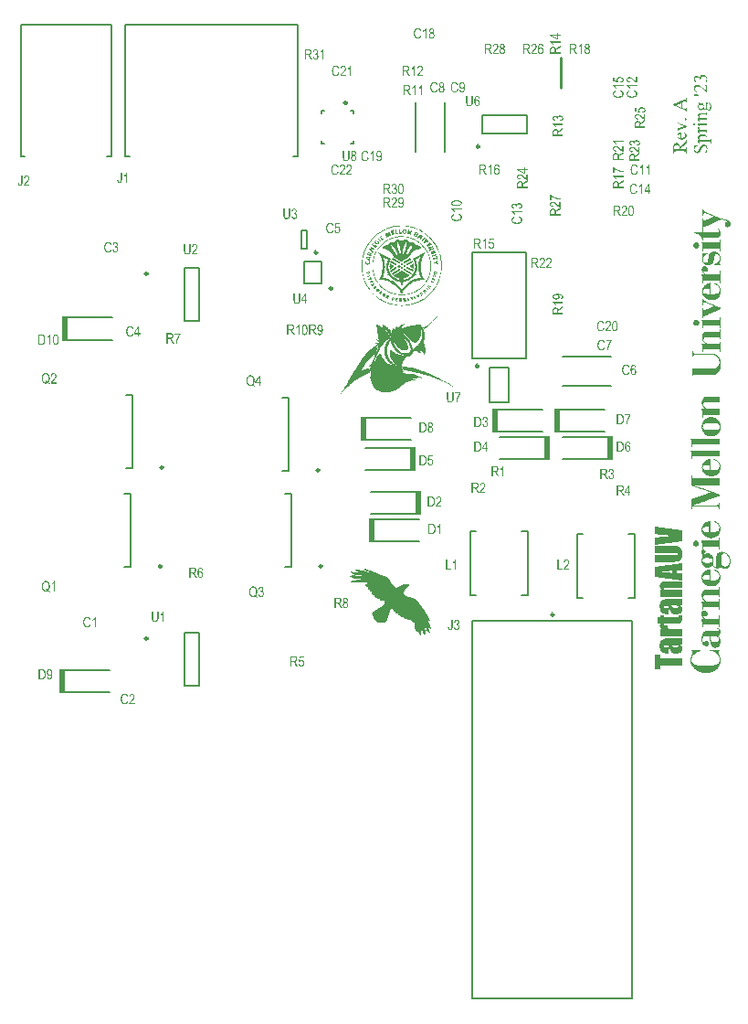
<source format=gbr>
%TF.GenerationSoftware,Altium Limited,Altium Designer,23.3.1 (30)*%
G04 Layer_Color=65535*
%FSLAX45Y45*%
%MOMM*%
%TF.SameCoordinates,805B0A7C-C0AB-40D2-B4E8-8F8973F9869A*%
%TF.FilePolarity,Positive*%
%TF.FileFunction,Legend,Top*%
%TF.Part,Single*%
G01*
G75*
%TA.AperFunction,NonConductor*%
%ADD43C,0.25000*%
%ADD44C,0.20000*%
%ADD45C,0.17780*%
%ADD46C,0.25400*%
G36*
X790240Y4231640D02*
X739440D01*
Y4455160D01*
X790240D01*
Y4231640D01*
D02*
G37*
G36*
X5349540Y3380740D02*
X5298740D01*
Y3604260D01*
X5349540D01*
Y3380740D01*
D02*
G37*
G36*
X4777740D02*
X4726940D01*
Y3604260D01*
X4777740D01*
Y3380740D01*
D02*
G37*
G36*
X3558540Y3304540D02*
X3507740D01*
Y3528060D01*
X3558540D01*
Y3304540D01*
D02*
G37*
G36*
X5839460Y3126740D02*
X5788660D01*
Y3350260D01*
X5839460D01*
Y3126740D01*
D02*
G37*
G36*
X5255260D02*
X5204460D01*
Y3350260D01*
X5255260D01*
Y3126740D01*
D02*
G37*
G36*
X4010660Y3025140D02*
X3959860D01*
Y3248660D01*
X4010660D01*
Y3025140D01*
D02*
G37*
G36*
X4061460Y2618740D02*
X4010660D01*
Y2842260D01*
X4061460D01*
Y2618740D01*
D02*
G37*
G36*
X3634740Y2364740D02*
X3583940D01*
Y2588260D01*
X3634740D01*
Y2364740D01*
D02*
G37*
G36*
X764540Y967740D02*
X713740D01*
Y1191260D01*
X764540D01*
Y967740D01*
D02*
G37*
G36*
X3895988Y5299545D02*
X3903395D01*
X3912390Y5298486D01*
X3922442Y5297428D01*
X3934611Y5295841D01*
X3947309Y5293725D01*
X3961594Y5291079D01*
X3976409Y5287905D01*
X3991752Y5283672D01*
X4007624Y5278910D01*
X4024026Y5273091D01*
X4040428Y5266212D01*
X4056829Y5258805D01*
X4073231Y5249811D01*
X4074289Y5249282D01*
X4076934Y5247695D01*
X4081696Y5244520D01*
X4087516Y5240817D01*
X4094394Y5235526D01*
X4102859Y5229706D01*
X4112383Y5222299D01*
X4122435Y5214362D01*
X4133017Y5204839D01*
X4144128Y5194786D01*
X4155238Y5183676D01*
X4166349Y5171507D01*
X4177989Y5158809D01*
X4188570Y5145053D01*
X4199152Y5130238D01*
X4208676Y5114366D01*
X4209205Y5113308D01*
X4210792Y5110662D01*
X4213437Y5105901D01*
X4216612Y5099552D01*
X4220315Y5091615D01*
X4224548Y5082092D01*
X4229310Y5070981D01*
X4234072Y5058813D01*
X4238304Y5045586D01*
X4243066Y5030771D01*
X4247299Y5015428D01*
X4251002Y4999026D01*
X4254177Y4982096D01*
X4256822Y4964107D01*
X4258409Y4946118D01*
X4258938Y4927071D01*
Y4926542D01*
Y4926013D01*
Y4924426D01*
Y4922839D01*
X4258409Y4917019D01*
Y4910141D01*
X4257351Y4901146D01*
X4256293Y4890565D01*
X4254706Y4878925D01*
X4252589Y4865698D01*
X4249944Y4851942D01*
X4246770Y4837127D01*
X4242537Y4821784D01*
X4237775Y4805911D01*
X4231955Y4789510D01*
X4225077Y4773108D01*
X4217670Y4756707D01*
X4208676Y4740305D01*
X4208147Y4739247D01*
X4206559Y4736601D01*
X4203385Y4731840D01*
X4199681Y4726020D01*
X4194390Y4719142D01*
X4188570Y4710676D01*
X4181163Y4701153D01*
X4173227Y4691100D01*
X4163704Y4680519D01*
X4153651Y4669408D01*
X4142540Y4658297D01*
X4130371Y4647187D01*
X4117674Y4636076D01*
X4103917Y4624965D01*
X4089103Y4614383D01*
X4073231Y4604860D01*
X4072172Y4604331D01*
X4069527Y4602744D01*
X4064765Y4600098D01*
X4058416Y4596924D01*
X4050480Y4593220D01*
X4040957Y4588988D01*
X4029846Y4584755D01*
X4017677Y4579993D01*
X4004450Y4575231D01*
X3989636Y4570999D01*
X3974292Y4566766D01*
X3957891Y4563063D01*
X3940960Y4559888D01*
X3922971Y4557243D01*
X3904983Y4555655D01*
X3885936Y4555126D01*
X3881174D01*
X3875883Y4555655D01*
X3869005Y4556184D01*
X3860011Y4556714D01*
X3849429Y4557772D01*
X3837260Y4559359D01*
X3824562Y4561475D01*
X3810277Y4564121D01*
X3795463Y4567295D01*
X3780119Y4571528D01*
X3764247Y4576290D01*
X3747845Y4581580D01*
X3731444Y4588458D01*
X3715042Y4595866D01*
X3698641Y4604860D01*
X3697582Y4605389D01*
X3694937Y4606976D01*
X3690175Y4610151D01*
X3684355Y4613854D01*
X3677477Y4619145D01*
X3669012Y4624965D01*
X3659488Y4632372D01*
X3649436Y4640308D01*
X3638854Y4649832D01*
X3627744Y4659885D01*
X3616633Y4670995D01*
X3605522Y4683164D01*
X3594411Y4695862D01*
X3583301Y4710147D01*
X3572719Y4724433D01*
X3563196Y4740305D01*
X3562666Y4741363D01*
X3561079Y4744009D01*
X3558434Y4748770D01*
X3555259Y4755119D01*
X3551556Y4763055D01*
X3547323Y4772579D01*
X3543090Y4783690D01*
X3538329Y4795859D01*
X3533567Y4809086D01*
X3529334Y4823371D01*
X3525102Y4839243D01*
X3521398Y4855116D01*
X3518224Y4872575D01*
X3515578Y4890035D01*
X3513991Y4908553D01*
X3513462Y4927071D01*
Y4927600D01*
Y4928129D01*
Y4929716D01*
Y4931833D01*
X3513991Y4937123D01*
X3514520Y4944531D01*
X3515049Y4953525D01*
X3516107Y4963578D01*
X3517695Y4975746D01*
X3519811Y4988444D01*
X3522456Y5002730D01*
X3525631Y5017544D01*
X3529863Y5032887D01*
X3534625Y5048760D01*
X3539916Y5065161D01*
X3546794Y5081563D01*
X3554201Y5097964D01*
X3563196Y5114366D01*
X3563725Y5115424D01*
X3565312Y5118070D01*
X3568486Y5122831D01*
X3572190Y5128651D01*
X3577481Y5135529D01*
X3583301Y5143995D01*
X3590708Y5153518D01*
X3598644Y5163571D01*
X3608168Y5174152D01*
X3618220Y5185263D01*
X3629331Y5196374D01*
X3641500Y5207484D01*
X3654198Y5219124D01*
X3668483Y5229706D01*
X3682768Y5240287D01*
X3698641Y5249811D01*
X3699699Y5250340D01*
X3702344Y5251927D01*
X3707106Y5254573D01*
X3713455Y5257747D01*
X3721391Y5261451D01*
X3730915Y5265683D01*
X3742025Y5270445D01*
X3754194Y5275207D01*
X3767421Y5279440D01*
X3782236Y5284201D01*
X3797579Y5288434D01*
X3813980Y5292137D01*
X3830911Y5295312D01*
X3848900Y5297957D01*
X3866889Y5299545D01*
X3885936Y5300074D01*
X3890697D01*
X3895988Y5299545D01*
D02*
G37*
G36*
X6681419Y5448117D02*
X6681684Y5447059D01*
X6681948Y5446001D01*
X6682477Y5443093D01*
X6683535Y5440184D01*
Y5439920D01*
X6683799Y5439655D01*
X6684857Y5438069D01*
X6686443Y5435954D01*
X6688823Y5433574D01*
X6689087D01*
X6689352Y5433045D01*
X6690938Y5431987D01*
X6692789Y5430665D01*
X6694904Y5429343D01*
X6695433Y5429079D01*
X6696755Y5428286D01*
X6699135Y5427228D01*
X6702308Y5425641D01*
X6702572D01*
X6703101Y5425377D01*
X6703894Y5424848D01*
X6705216Y5424319D01*
X6706539Y5423526D01*
X6708654Y5422733D01*
X6710769Y5421675D01*
X6713413Y5420618D01*
X6716586Y5419295D01*
X6719759Y5417709D01*
X6723461Y5416123D01*
X6727692Y5414272D01*
X6731922Y5412421D01*
X6736946Y5410305D01*
X6741970Y5407926D01*
X6747523Y5405546D01*
X6747787Y5405282D01*
X6748845Y5405017D01*
X6750431Y5404224D01*
X6752547Y5403431D01*
X6754926Y5402373D01*
X6757835Y5401051D01*
X6761008Y5399729D01*
X6764445Y5398142D01*
X6771849Y5394969D01*
X6779252Y5391796D01*
X6786392Y5388623D01*
X6789565Y5387301D01*
X6792473Y5385979D01*
X6793002Y5385715D01*
X6794060Y5385186D01*
X6796175Y5384393D01*
X6799083Y5383071D01*
X6802785Y5381749D01*
X6807280Y5379898D01*
X6812569Y5378047D01*
X6818650Y5375667D01*
X6825789Y5373287D01*
X6833457Y5370908D01*
X6842183Y5367999D01*
X6851437Y5365355D01*
X6861750Y5362182D01*
X6872591Y5359274D01*
X6884489Y5356365D01*
X6897181Y5353192D01*
X6897445D01*
X6897710Y5352928D01*
X6898503Y5352663D01*
X6899561Y5352399D01*
X6902205Y5351341D01*
X6905642Y5350019D01*
X6909608Y5348168D01*
X6914104Y5346053D01*
X6918599Y5343409D01*
X6923094Y5340500D01*
X6923358Y5340236D01*
X6924151Y5339707D01*
X6925209Y5338649D01*
X6926795Y5337327D01*
X6928117Y5335212D01*
X6929704Y5332832D01*
X6931290Y5330188D01*
X6932348Y5326751D01*
Y5326222D01*
X6932613Y5325164D01*
X6933141Y5323313D01*
X6933406Y5320933D01*
X6933670Y5318025D01*
Y5311415D01*
X6933141Y5307977D01*
Y5307448D01*
X6932877Y5306391D01*
X6932348Y5304804D01*
X6931819Y5302689D01*
X6929968Y5297929D01*
X6928646Y5295285D01*
X6927060Y5293170D01*
X6926795Y5292906D01*
X6926531Y5292377D01*
X6925738Y5291584D01*
X6924680Y5290790D01*
X6923094Y5289468D01*
X6921507Y5288411D01*
X6919656Y5287088D01*
X6917541Y5286031D01*
X6917276D01*
X6916483Y5285502D01*
X6915426Y5285238D01*
X6913839Y5284709D01*
X6910137Y5283916D01*
X6906171Y5283387D01*
X6905907D01*
X6905378D01*
X6904320D01*
X6902998Y5283651D01*
X6899561Y5284180D01*
X6895859Y5285502D01*
X6895595D01*
X6894801Y5286031D01*
X6893744Y5286560D01*
X6892422Y5287353D01*
X6890835Y5288675D01*
X6888984Y5289997D01*
X6887398Y5291584D01*
X6885811Y5293699D01*
X6885547Y5293963D01*
X6885282Y5294756D01*
X6884754Y5296079D01*
X6883960Y5297401D01*
X6883167Y5299252D01*
X6882638Y5301367D01*
X6882374Y5303482D01*
X6882109Y5305862D01*
Y5309564D01*
X6882374Y5312208D01*
X6882638Y5315645D01*
X6883431Y5319083D01*
X6884225Y5322520D01*
X6885547Y5325693D01*
X6887133Y5328073D01*
X6887398Y5328337D01*
X6888191Y5328866D01*
X6889777Y5329924D01*
X6892422Y5331246D01*
X6894008Y5332039D01*
X6895859Y5332568D01*
X6897974Y5333361D01*
X6900354Y5334154D01*
X6902998Y5334947D01*
X6905907Y5335741D01*
X6909344Y5336534D01*
X6913046Y5337327D01*
X6912781D01*
X6911988Y5337856D01*
X6910666Y5338120D01*
X6909080Y5338914D01*
X6906964Y5339442D01*
X6904849Y5340500D01*
X6900090Y5342087D01*
X6895066Y5343937D01*
X6890571Y5345524D01*
X6888455Y5346317D01*
X6886869Y5346846D01*
X6885811Y5347110D01*
X6885018Y5347375D01*
X6884754D01*
X6884489Y5347639D01*
X6883696Y5347904D01*
X6882638Y5348168D01*
X6879994Y5348961D01*
X6876292Y5349755D01*
X6872062Y5350812D01*
X6867302Y5351606D01*
X6862278Y5352663D01*
X6856990Y5353192D01*
X6856726D01*
X6856197D01*
X6854610D01*
X6854082D01*
X6852759D01*
X6850909Y5352928D01*
X6848264Y5352663D01*
X6845356Y5352134D01*
X6841918Y5351341D01*
X6838481Y5350283D01*
X6835044Y5348961D01*
X6834779Y5348697D01*
X6833457Y5348433D01*
X6831606Y5347639D01*
X6828962Y5346317D01*
X6824996Y5344731D01*
X6822881Y5343937D01*
X6820237Y5342880D01*
X6817592Y5341558D01*
X6814419Y5340236D01*
X6810982Y5338914D01*
X6807545Y5337327D01*
X6803578Y5335741D01*
X6799083Y5333890D01*
X6794588Y5331774D01*
X6789565Y5329924D01*
X6784276Y5327544D01*
X6778724Y5325164D01*
X6772906Y5322520D01*
X6766561Y5319876D01*
X6759686Y5316967D01*
X6752547Y5313794D01*
X6745143Y5310621D01*
X6737211Y5307184D01*
X6729014Y5303747D01*
X6720288Y5300045D01*
X6711034Y5296079D01*
X6701515Y5291848D01*
X6701250D01*
X6700193Y5291319D01*
X6698871Y5290790D01*
X6697020Y5290261D01*
X6694904Y5289204D01*
X6692525Y5288146D01*
X6687501Y5285502D01*
X6687236D01*
X6686707Y5284973D01*
X6685121Y5283651D01*
X6683535Y5281271D01*
X6682741Y5279949D01*
X6682212Y5278098D01*
Y5234470D01*
X6692525D01*
X6795382D01*
X6795646D01*
X6796439D01*
X6797497D01*
X6798819D01*
X6799083D01*
X6800141D01*
X6801992Y5234735D01*
X6804107D01*
X6806487Y5234999D01*
X6809396Y5235528D01*
X6815213Y5236850D01*
X6815477D01*
X6815742Y5237114D01*
X6817328Y5237907D01*
X6819443Y5239230D01*
X6822087Y5241345D01*
X6822352Y5241609D01*
X6822616Y5241874D01*
X6823674Y5243460D01*
X6824996Y5245311D01*
X6825260Y5246369D01*
Y5247691D01*
X6824996Y5248748D01*
X6824467Y5250599D01*
X6823674Y5252979D01*
X6822616Y5255359D01*
X6821030Y5258267D01*
X6819179Y5260912D01*
X6816799Y5263556D01*
X6816535Y5263820D01*
X6816270Y5264084D01*
X6815477Y5264878D01*
X6814419Y5265671D01*
X6814155Y5265935D01*
X6813362Y5266464D01*
X6812833Y5266993D01*
X6812304Y5267522D01*
X6812040Y5268051D01*
X6811511Y5268580D01*
X6811246Y5269373D01*
Y5269637D01*
X6810982Y5270166D01*
Y5270959D01*
X6811246Y5272017D01*
Y5272281D01*
X6811775Y5272810D01*
X6812304Y5273868D01*
X6813362Y5274925D01*
X6813626D01*
X6813891Y5274661D01*
X6815477Y5273868D01*
X6817857Y5272281D01*
X6820765Y5270166D01*
X6824203Y5267257D01*
X6827640Y5263820D01*
X6831342Y5259854D01*
X6834779Y5254830D01*
Y5254566D01*
X6835044Y5254301D01*
X6835573Y5253508D01*
X6836101Y5252450D01*
X6837423Y5249806D01*
X6839010Y5246104D01*
X6840861Y5241874D01*
X6842183Y5237114D01*
X6843241Y5232090D01*
X6843505Y5227067D01*
Y5224951D01*
X6843241Y5222307D01*
X6842712Y5219134D01*
X6842183Y5215432D01*
X6841125Y5211202D01*
X6839539Y5206707D01*
X6837688Y5202212D01*
X6837423Y5201947D01*
X6836895Y5200890D01*
X6835837Y5199303D01*
X6834515Y5197452D01*
X6832664Y5195337D01*
X6830284Y5193222D01*
X6827640Y5190842D01*
X6824467Y5188726D01*
X6823938Y5188462D01*
X6822881Y5187933D01*
X6821030Y5186876D01*
X6818650Y5186082D01*
X6816006Y5185025D01*
X6812833Y5183967D01*
X6809660Y5183438D01*
X6806223Y5183174D01*
X6805958D01*
X6805429D01*
X6693847D01*
X6682477D01*
Y5163078D01*
X6674809D01*
Y5163343D01*
X6674544Y5164136D01*
X6674280Y5165458D01*
X6673751Y5167045D01*
X6673222Y5169160D01*
X6672429Y5171540D01*
X6671371Y5174184D01*
X6670314Y5177357D01*
X6667141Y5183967D01*
X6665290Y5187404D01*
X6662910Y5191106D01*
X6660530Y5194544D01*
X6657622Y5198245D01*
X6654449Y5201947D01*
X6651012Y5205385D01*
X6650747Y5205649D01*
X6650218Y5206178D01*
X6648896Y5207235D01*
X6647574Y5208293D01*
X6645723Y5209880D01*
X6643344Y5211466D01*
X6640964Y5213053D01*
X6638055Y5214903D01*
X6634882Y5216754D01*
X6631709Y5218605D01*
X6624306Y5221778D01*
X6620340Y5223365D01*
X6616109Y5224422D01*
X6611878Y5225480D01*
X6607383Y5226009D01*
X6607119D01*
X6606061D01*
X6605004D01*
X6603417D01*
X6602888D01*
X6601831D01*
X6600509D01*
X6598922Y5226273D01*
X6598658D01*
X6597600Y5226802D01*
X6596542Y5227595D01*
X6595485Y5228653D01*
X6595220Y5228917D01*
X6594691Y5229975D01*
X6594163Y5231826D01*
X6593898Y5234206D01*
X6673751D01*
Y5363504D01*
X6682477D01*
Y5340765D01*
X6776873Y5382542D01*
X6776608D01*
X6776079Y5382806D01*
X6775022Y5383335D01*
X6773700Y5383864D01*
X6772113Y5384393D01*
X6770262Y5385186D01*
X6766032Y5387037D01*
X6765767Y5387301D01*
X6764974Y5387566D01*
X6763652Y5388095D01*
X6762065Y5388888D01*
X6758364Y5390474D01*
X6754662Y5392061D01*
X6754397D01*
X6753869Y5392325D01*
X6752811Y5392854D01*
X6751489Y5393383D01*
X6748580Y5394705D01*
X6745143Y5396027D01*
X6744879Y5396291D01*
X6744085Y5396556D01*
X6742499Y5397085D01*
X6740648Y5397878D01*
X6738533Y5398936D01*
X6735888Y5399993D01*
X6733244Y5401051D01*
X6730071Y5402373D01*
X6723461Y5405017D01*
X6716851Y5407661D01*
X6710505Y5410305D01*
X6707596Y5411363D01*
X6704952Y5412421D01*
X6704688D01*
X6703894Y5412685D01*
X6702837Y5412950D01*
X6701515Y5413214D01*
X6698077Y5413478D01*
X6695962D01*
X6693847Y5413214D01*
X6691996Y5412685D01*
X6689880Y5411892D01*
X6688030Y5410570D01*
X6686443Y5408983D01*
X6685121Y5406604D01*
X6684063Y5403695D01*
X6683270Y5400522D01*
X6683006Y5396291D01*
Y5391003D01*
X6674280Y5390210D01*
Y5448910D01*
X6681419D01*
Y5448117D01*
D02*
G37*
G36*
X6621397Y5141661D02*
X6624041Y5140868D01*
X6626950Y5140074D01*
X6630123Y5138752D01*
X6633296Y5136901D01*
X6636204Y5134257D01*
X6636469Y5133993D01*
X6637262Y5132935D01*
X6638584Y5131349D01*
X6639906Y5128969D01*
X6641493Y5126325D01*
X6642550Y5123152D01*
X6643608Y5119714D01*
X6643872Y5115748D01*
Y5111782D01*
X6643344Y5109667D01*
X6642815Y5107023D01*
X6642022Y5104114D01*
X6640699Y5100941D01*
X6638849Y5097504D01*
X6636204Y5094595D01*
X6635940Y5094331D01*
X6634882Y5093537D01*
X6633031Y5092215D01*
X6630916Y5090893D01*
X6628008Y5089307D01*
X6624835Y5088249D01*
X6620868Y5087192D01*
X6616902Y5086927D01*
X6616638D01*
X6616373D01*
X6615845D01*
X6614522D01*
X6612407D01*
X6609763Y5087192D01*
X6606854Y5087985D01*
X6603681Y5089307D01*
X6600244Y5091158D01*
X6597071Y5093802D01*
X6596807Y5094066D01*
X6595749Y5095388D01*
X6594427Y5096975D01*
X6592841Y5099355D01*
X6591254Y5102263D01*
X6589932Y5105965D01*
X6588874Y5109931D01*
X6588610Y5114162D01*
Y5116541D01*
X6589139Y5118657D01*
X6589668Y5121301D01*
X6590725Y5124209D01*
X6592047Y5127382D01*
X6594163Y5130555D01*
X6596807Y5133728D01*
X6597071Y5133993D01*
X6598129Y5135050D01*
X6599980Y5136373D01*
X6602095Y5137959D01*
X6605004Y5139281D01*
X6608177Y5140603D01*
X6611878Y5141661D01*
X6615845Y5141925D01*
X6616373D01*
X6616902D01*
X6617167D01*
X6617695D01*
X6618224D01*
X6619546D01*
X6621397Y5141661D01*
D02*
G37*
G36*
X6839803Y5061279D02*
X6831342D01*
Y5086398D01*
X6683006D01*
Y5061808D01*
X6673751Y5061015D01*
Y5068418D01*
X6674016Y5071062D01*
Y5096975D01*
X6673751Y5101205D01*
Y5102263D01*
X6673487Y5103321D01*
Y5104907D01*
X6673222Y5106494D01*
X6672958Y5108609D01*
X6672429Y5113104D01*
Y5113368D01*
X6672165Y5114162D01*
X6671900Y5115484D01*
X6671636Y5117335D01*
X6671371Y5119450D01*
X6670843Y5121830D01*
X6670049Y5127382D01*
Y5127647D01*
X6669785Y5128704D01*
X6669521Y5130291D01*
X6669256Y5131877D01*
X6668463Y5136108D01*
X6667934Y5137959D01*
X6667670Y5139545D01*
X6830813D01*
Y5165722D01*
X6839803D01*
Y5061279D01*
D02*
G37*
G36*
X6786656Y5057313D02*
X6789565Y5057048D01*
X6793002Y5056255D01*
X6796968Y5055462D01*
X6801463Y5054140D01*
X6806223Y5052289D01*
X6806487D01*
X6806751Y5052024D01*
X6808338Y5051496D01*
X6810718Y5050438D01*
X6813362Y5048851D01*
X6816799Y5047001D01*
X6819972Y5044885D01*
X6823410Y5042506D01*
X6826318Y5039861D01*
X6826582Y5039597D01*
X6827376Y5038804D01*
X6828698Y5037217D01*
X6830020Y5035102D01*
X6831871Y5032722D01*
X6833722Y5029549D01*
X6835837Y5026112D01*
X6837688Y5022146D01*
X6839539Y5017651D01*
X6841125Y5012891D01*
X6842183Y5007603D01*
X6843241Y5001786D01*
X6843505Y4995704D01*
X6843241Y4989358D01*
X6842183Y4982748D01*
X6840596Y4975609D01*
Y4975344D01*
X6840068Y4974022D01*
X6839539Y4972436D01*
X6839010Y4970585D01*
X6837688Y4966090D01*
X6836895Y4963710D01*
X6836366Y4961859D01*
X6836101Y4961330D01*
X6835573Y4960008D01*
X6835308Y4957893D01*
X6835044Y4955513D01*
Y4954191D01*
X6835308Y4952605D01*
X6835837Y4950754D01*
X6836366Y4948639D01*
X6837423Y4946259D01*
X6839010Y4944144D01*
X6840861Y4942028D01*
X6841125D01*
X6841390Y4941499D01*
X6842183Y4940971D01*
X6842712Y4939913D01*
Y4939648D01*
X6842976Y4938855D01*
X6843241Y4937533D01*
X6843769Y4935947D01*
Y4935682D01*
X6844034Y4934625D01*
X6844298Y4933303D01*
X6844563Y4931980D01*
X6780310D01*
Y4932245D01*
X6780046Y4932774D01*
X6779781Y4933567D01*
Y4934889D01*
X6779517Y4937004D01*
X6779781Y4938326D01*
X6780046Y4939120D01*
X6780310Y4939648D01*
X6781368Y4940442D01*
X6782161Y4940971D01*
X6783219Y4941764D01*
X6784541Y4942293D01*
X6786127Y4942821D01*
X6786656Y4943086D01*
X6787714Y4943350D01*
X6789565Y4944144D01*
X6792209Y4945466D01*
X6795117Y4946788D01*
X6798555Y4948639D01*
X6802256Y4950754D01*
X6806223Y4953398D01*
X6810453Y4956042D01*
X6814419Y4959480D01*
X6818386Y4962917D01*
X6822087Y4966883D01*
X6825525Y4971378D01*
X6828698Y4976138D01*
X6831342Y4981161D01*
X6833457Y4986714D01*
Y4986979D01*
X6833722Y4987243D01*
Y4988036D01*
X6833986Y4989094D01*
X6834515Y4991474D01*
X6834779Y4994911D01*
Y5003372D01*
X6833986Y5008132D01*
X6832664Y5013156D01*
Y5013420D01*
X6832400Y5013684D01*
X6831606Y5015271D01*
X6830549Y5017651D01*
X6828698Y5020559D01*
X6826318Y5023468D01*
X6823145Y5026641D01*
X6819179Y5029549D01*
X6814419Y5031929D01*
X6813891Y5032193D01*
X6812833Y5032458D01*
X6810982Y5032987D01*
X6808602Y5033515D01*
X6805958Y5033780D01*
X6803050D01*
X6799877Y5033515D01*
X6796968Y5032458D01*
X6796704Y5032193D01*
X6795646Y5031929D01*
X6794324Y5030871D01*
X6792737Y5029549D01*
X6790887Y5027963D01*
X6789300Y5025583D01*
X6787714Y5022674D01*
X6786656Y5019237D01*
Y5018973D01*
X6786127Y5017651D01*
X6785863Y5015800D01*
X6785069Y5013156D01*
X6784541Y5009718D01*
X6783747Y5005752D01*
X6782690Y5000728D01*
X6781897Y4995175D01*
Y4994382D01*
X6781632Y4993589D01*
Y4992531D01*
X6781103Y4989887D01*
X6780574Y4986979D01*
X6780046Y4983541D01*
X6779517Y4980633D01*
X6778988Y4977989D01*
Y4977195D01*
X6778724Y4976402D01*
Y4976138D01*
X6778459Y4975609D01*
X6778195Y4974551D01*
X6777930Y4972965D01*
X6777666Y4971378D01*
X6777137Y4969527D01*
X6775551Y4965032D01*
X6773700Y4960008D01*
X6771320Y4954720D01*
X6768411Y4949432D01*
X6764974Y4944937D01*
X6764445Y4944408D01*
X6763123Y4943086D01*
X6760479Y4941235D01*
X6757042Y4939120D01*
X6754926Y4937798D01*
X6752547Y4936740D01*
X6749902Y4935418D01*
X6746994Y4934360D01*
X6743821Y4933567D01*
X6740384Y4932774D01*
X6736417Y4931980D01*
X6732451Y4931452D01*
X6732187D01*
X6731658D01*
X6730336D01*
X6729014Y4931187D01*
X6727163Y4931452D01*
X6725048D01*
X6722668Y4931716D01*
X6720024Y4931980D01*
X6713942Y4933038D01*
X6707332Y4934625D01*
X6703894Y4935947D01*
X6700457Y4937533D01*
X6696755Y4939120D01*
X6693318Y4941235D01*
X6693053Y4941499D01*
X6692525Y4941764D01*
X6691467Y4942557D01*
X6690145Y4943350D01*
X6686972Y4945994D01*
X6683270Y4949696D01*
X6679568Y4954191D01*
X6676131Y4959215D01*
X6674544Y4962124D01*
X6673487Y4965297D01*
X6672429Y4968470D01*
X6671900Y4971907D01*
Y4972171D01*
X6671636Y4973229D01*
X6671371Y4974551D01*
X6671107Y4976402D01*
Y4978517D01*
X6670843Y4980897D01*
X6670578Y4986185D01*
Y4989623D01*
X6670843Y4992002D01*
Y4994647D01*
X6671107Y4997820D01*
X6672165Y5004430D01*
Y5004694D01*
X6672429Y5004959D01*
Y5005752D01*
X6672694Y5006545D01*
X6672958Y5007867D01*
X6673487Y5009454D01*
X6674016Y5011040D01*
X6674544Y5013156D01*
Y5013420D01*
X6674809Y5014213D01*
X6675073Y5015271D01*
X6675338Y5016593D01*
X6675867Y5019502D01*
X6676660Y5022146D01*
Y5022674D01*
X6676924Y5023468D01*
Y5024525D01*
X6676660Y5026905D01*
X6675867Y5030078D01*
Y5030342D01*
X6675602Y5030871D01*
X6675073Y5031929D01*
X6674544Y5032987D01*
X6672958Y5035895D01*
X6670314Y5039068D01*
Y5044092D01*
X6697020D01*
X6697548D01*
X6698606Y5044356D01*
X6699399D01*
X6700457D01*
X6701779Y5044621D01*
X6703366D01*
X6705481Y5044885D01*
X6707861Y5045150D01*
X6710769Y5045414D01*
X6714207Y5045679D01*
X6717908Y5045943D01*
X6722403Y5046472D01*
Y5046207D01*
X6722668Y5045679D01*
X6723197Y5044092D01*
X6723461Y5041977D01*
X6723197Y5039861D01*
X6722932Y5039597D01*
X6722139Y5038539D01*
X6720817Y5037217D01*
X6718437Y5035895D01*
X6718173D01*
X6717115Y5035366D01*
X6715793Y5034838D01*
X6713942Y5033780D01*
X6711827Y5032722D01*
X6709183Y5031400D01*
X6703366Y5027963D01*
X6697284Y5023468D01*
X6691203Y5018179D01*
X6688294Y5015271D01*
X6685650Y5012098D01*
X6683270Y5008925D01*
X6681419Y5005223D01*
X6681155Y5004959D01*
X6680626Y5003637D01*
X6680097Y5002050D01*
X6679039Y4999670D01*
X6678246Y4996762D01*
X6677717Y4993853D01*
X6677189Y4990416D01*
X6676924Y4986714D01*
Y4984599D01*
X6677189Y4983012D01*
X6677453Y4980897D01*
X6677982Y4978782D01*
X6679568Y4973493D01*
Y4973229D01*
X6680097Y4972171D01*
X6680626Y4970849D01*
X6681419Y4969263D01*
X6683270Y4965297D01*
X6684592Y4963446D01*
X6685914Y4961595D01*
X6686179Y4961330D01*
X6686707Y4961066D01*
X6687501Y4960273D01*
X6688558Y4959480D01*
X6689880Y4958422D01*
X6691467Y4957364D01*
X6695698Y4955249D01*
X6695962D01*
X6696755Y4954985D01*
X6697813Y4954456D01*
X6699135Y4954191D01*
X6702837Y4953134D01*
X6706803Y4952869D01*
X6707067D01*
X6707861D01*
X6709183Y4953134D01*
X6710769Y4953398D01*
X6712356Y4953927D01*
X6714207Y4954720D01*
X6716057Y4955778D01*
X6717908Y4957364D01*
X6718173Y4957629D01*
X6718702Y4958157D01*
X6719495Y4959215D01*
X6720288Y4960802D01*
X6721346Y4962653D01*
X6722403Y4964768D01*
X6723197Y4967148D01*
X6723990Y4970056D01*
Y4970321D01*
X6724254Y4971114D01*
X6724519Y4972700D01*
X6724783Y4975080D01*
X6725312Y4978253D01*
X6726105Y4982219D01*
X6726370Y4984599D01*
X6726898Y4987243D01*
X6727427Y4990416D01*
X6727956Y4993589D01*
Y4994382D01*
X6728220Y4995440D01*
X6728485Y4996498D01*
X6728749Y4998084D01*
X6729014Y4999935D01*
X6729807Y5003901D01*
X6730600Y5008396D01*
X6731393Y5013156D01*
X6732451Y5017915D01*
X6733244Y5021881D01*
Y5022146D01*
X6733509Y5023468D01*
X6734038Y5025054D01*
X6734831Y5027170D01*
X6735888Y5029814D01*
X6737475Y5032722D01*
X6739326Y5035631D01*
X6741441Y5039068D01*
X6744085Y5042241D01*
X6746994Y5045414D01*
X6750696Y5048323D01*
X6754662Y5051231D01*
X6759421Y5053611D01*
X6764710Y5055462D01*
X6770527Y5056784D01*
X6777137Y5057577D01*
X6777666D01*
X6778724D01*
X6780574D01*
X6782425D01*
X6782954D01*
X6784276D01*
X6786656Y5057313D01*
D02*
G37*
G36*
X6698077Y4924841D02*
X6699135Y4924577D01*
X6700457Y4924312D01*
X6702308Y4923784D01*
X6704159Y4923255D01*
X6708389Y4921404D01*
X6712884Y4918760D01*
X6715000Y4916909D01*
X6717115Y4915058D01*
X6719230Y4912943D01*
X6720817Y4910299D01*
X6722139Y4907654D01*
X6723197Y4904481D01*
Y4904217D01*
X6723461Y4903688D01*
Y4902631D01*
X6723725Y4901573D01*
X6723990Y4899986D01*
X6724254Y4898135D01*
Y4894169D01*
X6723990Y4889674D01*
X6722932Y4884915D01*
X6721875Y4882535D01*
X6720817Y4880420D01*
X6719495Y4878304D01*
X6717644Y4876189D01*
X6717115Y4875660D01*
X6715793Y4874603D01*
X6713149Y4873281D01*
X6709711Y4871959D01*
X6705481Y4870636D01*
X6700193Y4869843D01*
X6697020D01*
X6693847Y4870108D01*
X6690409Y4870636D01*
X6686707Y4871430D01*
X6686443D01*
X6685650Y4871694D01*
X6685121D01*
X6684063Y4871959D01*
X6683006Y4872223D01*
X6681419Y4872487D01*
X6681684Y4872223D01*
X6681948Y4871430D01*
X6682741Y4870372D01*
X6684063Y4869050D01*
X6685385Y4867463D01*
X6686972Y4865348D01*
X6689087Y4863497D01*
X6691203Y4861118D01*
X6696226Y4856887D01*
X6702308Y4852921D01*
X6705481Y4851334D01*
X6709183Y4850012D01*
X6712620Y4848954D01*
X6716586Y4848161D01*
X6716851D01*
X6717380D01*
X6718173Y4847897D01*
X6719495D01*
X6721346Y4847632D01*
X6723197D01*
X6725841Y4847368D01*
X6728485D01*
X6731922Y4847104D01*
X6735360Y4846839D01*
X6739326D01*
X6743821Y4846575D01*
X6748580D01*
X6753604Y4846310D01*
X6759157D01*
X6765238D01*
X6830813D01*
Y4880684D01*
X6839539Y4881477D01*
Y4767779D01*
X6831342Y4766986D01*
Y4792105D01*
X6683270D01*
Y4767515D01*
X6674809Y4766722D01*
Y4767515D01*
X6674544Y4768044D01*
Y4769101D01*
X6674280Y4772010D01*
X6674016Y4775712D01*
X6673751Y4779678D01*
Y4788933D01*
X6674016Y4793428D01*
Y4805062D01*
X6673751Y4809557D01*
X6673222Y4814581D01*
X6672694Y4819869D01*
Y4820398D01*
X6672429Y4821191D01*
X6672165Y4822249D01*
X6671636Y4825157D01*
X6670843Y4828595D01*
X6669521Y4832561D01*
X6668198Y4836791D01*
X6666348Y4841286D01*
X6663968Y4845517D01*
X6696491D01*
X6696226Y4845782D01*
X6695962Y4846046D01*
X6694111Y4847368D01*
X6691731Y4849483D01*
X6689087Y4851863D01*
X6686443Y4853978D01*
X6684063Y4856094D01*
X6682212Y4857680D01*
X6681684Y4857945D01*
X6681419Y4858209D01*
X6680890Y4858738D01*
X6679833Y4860060D01*
X6677982Y4862440D01*
X6675867Y4865348D01*
X6673751Y4869050D01*
X6671636Y4873545D01*
X6669785Y4878304D01*
X6668198Y4883857D01*
Y4884122D01*
X6667934Y4884650D01*
Y4885444D01*
X6667670Y4886501D01*
X6667405Y4889145D01*
Y4896813D01*
X6667934Y4901308D01*
X6668992Y4905803D01*
X6670578Y4910034D01*
X6670843Y4910299D01*
X6671107Y4911092D01*
X6672165Y4912149D01*
X6673222Y4913736D01*
X6674809Y4915322D01*
X6676660Y4917173D01*
X6678775Y4918760D01*
X6681419Y4920611D01*
X6681684Y4920875D01*
X6682741Y4921404D01*
X6684063Y4921933D01*
X6685914Y4922990D01*
X6688030Y4923784D01*
X6690409Y4924312D01*
X6693053Y4924841D01*
X6695698Y4925106D01*
X6696226D01*
X6697020D01*
X6697284D01*
X6698077Y4924841D01*
D02*
G37*
G36*
X6779517Y4769101D02*
X6781368Y4768573D01*
X6783747Y4768044D01*
X6786392Y4767251D01*
X6789036Y4766193D01*
X6791680Y4765664D01*
X6793531Y4765135D01*
X6794060Y4764871D01*
X6794324D01*
X6794588D01*
X6795117Y4764606D01*
X6796439Y4764078D01*
X6797761Y4763549D01*
X6799612Y4762756D01*
X6801728Y4761698D01*
X6806487Y4759054D01*
X6812040Y4755352D01*
X6814948Y4752972D01*
X6817857Y4750592D01*
X6820765Y4747948D01*
X6823674Y4744775D01*
X6826582Y4741602D01*
X6829491Y4737901D01*
X6829755Y4737636D01*
X6830020Y4737107D01*
X6830813Y4735785D01*
X6831606Y4734463D01*
X6832664Y4732612D01*
X6833986Y4730497D01*
X6835308Y4727853D01*
X6836630Y4725209D01*
X6839274Y4718863D01*
X6841654Y4711724D01*
X6843241Y4704056D01*
X6843505Y4700089D01*
X6843769Y4696123D01*
Y4695594D01*
X6844034Y4694537D01*
X6844298Y4693215D01*
Y4689513D01*
X6844034Y4686869D01*
X6843505Y4683167D01*
X6842976Y4678936D01*
X6841918Y4673912D01*
X6840332Y4668360D01*
X6838481Y4662278D01*
Y4662014D01*
X6838217Y4661485D01*
X6837952Y4660692D01*
X6837423Y4659634D01*
X6836101Y4656461D01*
X6834515Y4652759D01*
X6832400Y4648529D01*
X6830020Y4644298D01*
X6827376Y4639803D01*
X6824467Y4635837D01*
X6824203Y4635572D01*
X6823145Y4634515D01*
X6821559Y4632664D01*
X6819443Y4630549D01*
X6816535Y4628169D01*
X6813097Y4625525D01*
X6809396Y4622616D01*
X6804901Y4619708D01*
X6804636D01*
X6804372Y4619443D01*
X6802785Y4618385D01*
X6800405Y4617063D01*
X6797233Y4615741D01*
X6793531Y4613890D01*
X6789565Y4612568D01*
X6785598Y4611246D01*
X6781368Y4610189D01*
X6781103D01*
X6780839D01*
X6780046Y4609924D01*
X6778988Y4609660D01*
X6777666D01*
X6776079Y4609395D01*
X6772378Y4608867D01*
X6767618Y4608602D01*
X6762330Y4608338D01*
X6756248Y4608602D01*
X6749638Y4608867D01*
X6742763Y4609660D01*
X6735624Y4611246D01*
X6728220Y4613097D01*
X6720552Y4615741D01*
X6713149Y4619179D01*
X6705745Y4623409D01*
X6698871Y4628698D01*
X6695433Y4631871D01*
X6691996Y4635044D01*
X6691467Y4635572D01*
X6690409Y4636894D01*
X6688558Y4639010D01*
X6686443Y4641654D01*
X6683799Y4645356D01*
X6681155Y4649586D01*
X6678511Y4654610D01*
X6676131Y4660163D01*
Y4660427D01*
X6675867Y4660956D01*
X6675602Y4661749D01*
X6675073Y4662807D01*
X6674016Y4665980D01*
X6672694Y4669682D01*
X6671636Y4674177D01*
X6670578Y4679201D01*
X6669785Y4684225D01*
X6669521Y4689248D01*
Y4690835D01*
X6669785Y4692157D01*
Y4693743D01*
X6670049Y4695594D01*
X6670843Y4699825D01*
X6671900Y4705113D01*
X6673751Y4711195D01*
X6676131Y4717541D01*
X6679568Y4724415D01*
Y4724680D01*
X6680097Y4725209D01*
X6680626Y4726266D01*
X6681419Y4727588D01*
X6682212Y4729175D01*
X6683270Y4730761D01*
X6686179Y4734992D01*
X6689616Y4739752D01*
X6693847Y4744511D01*
X6698342Y4749006D01*
X6703366Y4752972D01*
X6703630Y4753237D01*
X6704952Y4754030D01*
X6706803Y4755088D01*
X6709447Y4756410D01*
X6712620Y4757996D01*
X6716322Y4759847D01*
X6720817Y4761433D01*
X6725576Y4763284D01*
X6725841D01*
X6726105Y4763549D01*
X6727692Y4764078D01*
X6730336Y4764871D01*
X6733509Y4765664D01*
X6737211Y4766722D01*
X6741177Y4767515D01*
X6745407Y4768308D01*
X6749374Y4768573D01*
Y4663865D01*
X6749638D01*
X6750431D01*
X6751753D01*
X6753869Y4664129D01*
X6756248D01*
X6759421D01*
X6762859Y4664394D01*
X6767089D01*
X6767618D01*
X6769205D01*
X6771320Y4664658D01*
X6774229D01*
X6777401Y4664922D01*
X6780839Y4665187D01*
X6784541D01*
X6787978Y4665451D01*
X6788242D01*
X6789565D01*
X6791151Y4665716D01*
X6793266Y4665980D01*
X6795910Y4666244D01*
X6798819Y4666509D01*
X6804901Y4667566D01*
X6805429D01*
X6806751Y4668095D01*
X6808602Y4668624D01*
X6810982Y4669417D01*
X6813891Y4670475D01*
X6816799Y4671797D01*
X6819708Y4673384D01*
X6822352Y4675499D01*
X6822616Y4675763D01*
X6823410Y4676557D01*
X6824467Y4677879D01*
X6826054Y4679465D01*
X6827376Y4681316D01*
X6828962Y4683696D01*
X6830284Y4686340D01*
X6831342Y4688984D01*
Y4689248D01*
X6831606Y4690306D01*
X6832135Y4691893D01*
X6832400Y4693743D01*
X6832928Y4696123D01*
X6833193Y4698767D01*
X6833457Y4704584D01*
Y4705907D01*
X6833193Y4707493D01*
X6832928Y4709608D01*
X6832400Y4711988D01*
X6831871Y4714632D01*
X6831078Y4717805D01*
X6830020Y4720714D01*
Y4720978D01*
X6829755Y4721507D01*
X6829491Y4722300D01*
X6828962Y4723093D01*
X6827640Y4726002D01*
X6825789Y4729439D01*
X6823410Y4733141D01*
X6820501Y4737107D01*
X6817064Y4741074D01*
X6813097Y4744511D01*
X6812833D01*
X6812569Y4744775D01*
X6810982Y4746097D01*
X6808602Y4747684D01*
X6805165Y4749799D01*
X6800934Y4751915D01*
X6795910Y4754559D01*
X6790358Y4757203D01*
X6784012Y4759583D01*
X6783747D01*
X6783219Y4760111D01*
X6782425Y4760376D01*
X6781368Y4761169D01*
X6778988Y4763020D01*
X6776344Y4765664D01*
X6778988Y4769366D01*
X6779252D01*
X6779517Y4769101D01*
D02*
G37*
G36*
X6682212Y4618914D02*
X6682477Y4617328D01*
X6682741Y4615477D01*
X6683535Y4613362D01*
X6684328Y4611246D01*
X6685650Y4609131D01*
X6687236Y4607280D01*
X6687501Y4607016D01*
X6688030Y4606487D01*
X6689087Y4605694D01*
X6690674Y4604636D01*
X6692525Y4603314D01*
X6694904Y4601992D01*
X6697548Y4600405D01*
X6700457Y4599083D01*
X6700721D01*
X6701515Y4598554D01*
X6703101Y4597761D01*
X6704952Y4596968D01*
X6707596Y4595646D01*
X6710769Y4594324D01*
X6714471Y4592473D01*
X6718966Y4590622D01*
X6723990Y4588242D01*
X6729543Y4585863D01*
X6735888Y4582954D01*
X6742763Y4579781D01*
X6750167Y4576608D01*
X6758364Y4572906D01*
X6767354Y4569204D01*
X6776873Y4564974D01*
X6777401Y4564709D01*
X6778988Y4564181D01*
X6781368Y4563123D01*
X6785069Y4561801D01*
X6789565Y4559950D01*
X6795117Y4557570D01*
X6801463Y4554926D01*
X6808867Y4551753D01*
X6809131D01*
X6809660Y4551489D01*
X6810982Y4550960D01*
X6812304Y4550431D01*
X6813891Y4549638D01*
X6816006Y4548845D01*
X6820501Y4546729D01*
X6825525Y4544614D01*
X6830549Y4542499D01*
X6835308Y4540383D01*
X6839539Y4538532D01*
X6839803D01*
X6840068Y4538268D01*
X6841390Y4536946D01*
X6842712Y4534831D01*
X6843241Y4533509D01*
X6843505Y4531922D01*
Y4531129D01*
X6843241Y4530071D01*
X6842712Y4529014D01*
X6842183Y4527427D01*
X6841390Y4526105D01*
X6840332Y4524783D01*
X6839010Y4523461D01*
X6838746D01*
X6838217Y4523196D01*
X6837159Y4522668D01*
X6835837Y4522139D01*
X6833986Y4521081D01*
X6831606Y4520023D01*
X6828962Y4518966D01*
X6825525Y4517379D01*
X6821823Y4515793D01*
X6817328Y4513678D01*
X6812569Y4511562D01*
X6807016Y4509182D01*
X6800934Y4506538D01*
X6794060Y4503630D01*
X6786656Y4500457D01*
X6778724Y4497019D01*
X6778459D01*
X6777930Y4496755D01*
X6776873Y4496226D01*
X6775551Y4495697D01*
X6773700Y4494904D01*
X6771584Y4494111D01*
X6769205Y4493053D01*
X6766825Y4491996D01*
X6760743Y4489351D01*
X6754133Y4486443D01*
X6746994Y4483270D01*
X6739326Y4480097D01*
X6723990Y4473487D01*
X6716586Y4470314D01*
X6709447Y4467405D01*
X6703366Y4464761D01*
X6700457Y4463439D01*
X6697813Y4462381D01*
X6695433Y4461324D01*
X6693582Y4460530D01*
X6691731Y4459737D01*
X6690409Y4459208D01*
X6690145D01*
X6689616Y4458944D01*
X6687765Y4457886D01*
X6685650Y4456564D01*
X6684857Y4455771D01*
X6684063Y4454713D01*
X6683799Y4454184D01*
X6683270Y4452862D01*
X6682741Y4450483D01*
X6682477Y4448896D01*
Y4442021D01*
X6682212Y4440964D01*
Y4440170D01*
X6674280Y4439113D01*
Y4532715D01*
X6682477Y4532980D01*
Y4512620D01*
X6777666Y4554926D01*
X6777401D01*
X6776873Y4555191D01*
X6775815Y4555719D01*
X6774757Y4556248D01*
X6773171Y4556777D01*
X6771056Y4557570D01*
X6766561Y4559421D01*
X6761272Y4561536D01*
X6755455Y4563916D01*
X6749109Y4566296D01*
X6742499Y4568940D01*
X6735888Y4571584D01*
X6729278Y4574228D01*
X6723197Y4576608D01*
X6717644Y4578988D01*
X6713149Y4580839D01*
X6711034Y4581632D01*
X6709447Y4582161D01*
X6707861Y4582954D01*
X6706803Y4583218D01*
X6706010Y4583483D01*
X6705745Y4583747D01*
X6705481D01*
X6705216Y4584012D01*
X6703894Y4584276D01*
X6701779Y4584805D01*
X6699135Y4585334D01*
X6696226Y4585598D01*
X6693318Y4585334D01*
X6690145Y4584805D01*
X6687501Y4583218D01*
X6687236Y4582954D01*
X6686443Y4582425D01*
X6685385Y4581103D01*
X6684328Y4579252D01*
X6683270Y4576872D01*
X6682477Y4573964D01*
X6682212Y4570527D01*
X6682477Y4566296D01*
Y4563387D01*
X6682212Y4562065D01*
X6674280D01*
Y4619972D01*
X6682212Y4620236D01*
Y4618914D01*
D02*
G37*
G36*
X6621397Y4425892D02*
X6624041Y4425099D01*
X6626950Y4424306D01*
X6630123Y4422984D01*
X6633296Y4421133D01*
X6636204Y4418488D01*
X6636469Y4418224D01*
X6637262Y4417166D01*
X6638584Y4415580D01*
X6639906Y4413200D01*
X6641493Y4410556D01*
X6642550Y4407383D01*
X6643608Y4403946D01*
X6643872Y4399980D01*
Y4398657D01*
X6643608Y4397335D01*
X6643344Y4395484D01*
X6643079Y4393634D01*
X6642550Y4391254D01*
X6641757Y4388874D01*
X6640435Y4386230D01*
X6639113Y4383586D01*
X6637262Y4381206D01*
X6635147Y4378826D01*
X6632503Y4376711D01*
X6629330Y4374860D01*
X6625628Y4373274D01*
X6621133Y4371952D01*
X6616373Y4371423D01*
X6615845D01*
X6614522D01*
X6612672Y4371687D01*
X6610027Y4372216D01*
X6607119Y4373009D01*
X6603681Y4374596D01*
X6600509Y4376711D01*
X6597071Y4379620D01*
X6596807Y4380148D01*
X6595749Y4381206D01*
X6594427Y4383057D01*
X6592841Y4385437D01*
X6591254Y4388345D01*
X6589932Y4391518D01*
X6589139Y4394956D01*
Y4399186D01*
X6589403Y4400773D01*
X6589668Y4403152D01*
X6590196Y4406061D01*
X6591254Y4409234D01*
X6592576Y4412407D01*
X6594427Y4415844D01*
X6597071Y4418753D01*
X6597336Y4419017D01*
X6598393Y4420075D01*
X6599980Y4421133D01*
X6602359Y4422455D01*
X6605268Y4424041D01*
X6608705Y4425099D01*
X6612936Y4425892D01*
X6617431Y4426157D01*
X6617695D01*
X6618224D01*
X6619546D01*
X6621397Y4425892D01*
D02*
G37*
G36*
X6839539Y4347626D02*
X6831342Y4346832D01*
Y4372480D01*
X6683006D01*
Y4347097D01*
X6673751D01*
Y4354500D01*
X6674016Y4357144D01*
Y4365077D01*
X6674280Y4367457D01*
Y4378826D01*
X6674016Y4380677D01*
Y4382793D01*
X6673751Y4387288D01*
Y4387552D01*
X6673487Y4388345D01*
Y4388874D01*
X6673222Y4389932D01*
X6672958Y4391254D01*
X6672694Y4393105D01*
X6672429Y4395220D01*
X6671900Y4397864D01*
X6671371Y4400773D01*
X6670578Y4404475D01*
X6669785Y4408970D01*
X6668992Y4413729D01*
X6667934Y4419546D01*
X6666876Y4425892D01*
X6830813D01*
Y4451540D01*
X6839539Y4452333D01*
Y4347626D01*
D02*
G37*
G36*
Y4243975D02*
X6831342D01*
Y4263806D01*
X6820765D01*
X6714207D01*
X6713678D01*
X6712356D01*
X6710240D01*
X6707861Y4263542D01*
X6704952Y4263277D01*
X6701779Y4262749D01*
X6698871Y4261955D01*
X6695962Y4261162D01*
X6695698D01*
X6694904Y4260633D01*
X6693582Y4259840D01*
X6691996Y4258782D01*
X6690145Y4257196D01*
X6688294Y4255345D01*
X6686707Y4252701D01*
X6685121Y4249792D01*
Y4249528D01*
X6684857Y4248470D01*
X6684328Y4247148D01*
Y4242389D01*
X6684592Y4239480D01*
X6685385Y4236043D01*
X6686972Y4232077D01*
X6687236Y4231548D01*
X6687765Y4230226D01*
X6688823Y4228375D01*
X6690409Y4225995D01*
X6692260Y4223615D01*
X6694375Y4220707D01*
X6697020Y4218327D01*
X6700193Y4215947D01*
X6700457Y4215683D01*
X6701250Y4215154D01*
X6702837Y4214096D01*
X6704688Y4213039D01*
X6707332Y4211717D01*
X6710240Y4210395D01*
X6713678Y4208808D01*
X6717380Y4207486D01*
X6717908Y4207222D01*
X6719230Y4206957D01*
X6721081Y4206428D01*
X6723725Y4205900D01*
X6726634Y4205106D01*
X6729807Y4204578D01*
X6732980Y4204313D01*
X6736153Y4204049D01*
X6736682D01*
X6830549D01*
Y4224937D01*
X6839803Y4225995D01*
Y4125518D01*
X6831342D01*
Y4150373D01*
X6683270D01*
Y4126311D01*
X6674280Y4124989D01*
Y4126311D01*
X6674016Y4127369D01*
Y4130277D01*
X6673751Y4133715D01*
Y4137945D01*
X6673487Y4142176D01*
X6674016Y4151430D01*
Y4153546D01*
X6674280Y4155925D01*
Y4159363D01*
X6674016Y4163329D01*
Y4167824D01*
X6673487Y4172583D01*
X6672958Y4177872D01*
Y4178401D01*
X6672694Y4179194D01*
X6672429Y4180251D01*
X6671900Y4183160D01*
X6671107Y4186597D01*
X6670049Y4190564D01*
X6668727Y4195059D01*
X6666876Y4199554D01*
X6664761Y4204049D01*
X6700721D01*
X6700457Y4204313D01*
X6699664Y4205106D01*
X6698342Y4206164D01*
X6696491Y4207751D01*
X6694375Y4209601D01*
X6691996Y4211981D01*
X6689616Y4214361D01*
X6686972Y4217269D01*
X6681684Y4223880D01*
X6679304Y4227317D01*
X6677189Y4231283D01*
X6675073Y4234985D01*
X6673487Y4239216D01*
X6672165Y4243182D01*
X6671371Y4247413D01*
Y4247941D01*
X6671107Y4248999D01*
Y4251114D01*
X6670843Y4253230D01*
X6670578Y4255874D01*
X6670314Y4258518D01*
X6670049Y4261162D01*
Y4264600D01*
X6669785Y4265922D01*
Y4269623D01*
X6670049Y4272003D01*
Y4274912D01*
X6670314Y4277820D01*
Y4278085D01*
X6670578Y4279407D01*
X6670843Y4280993D01*
X6671107Y4283109D01*
X6671636Y4285488D01*
X6672429Y4287868D01*
X6673487Y4290512D01*
X6674809Y4293156D01*
X6675073Y4293421D01*
X6675602Y4294214D01*
X6676395Y4295536D01*
X6677453Y4297122D01*
X6679039Y4299238D01*
X6680626Y4301353D01*
X6682741Y4303468D01*
X6685121Y4305848D01*
X6685385Y4306113D01*
X6686179Y4306641D01*
X6687765Y4307435D01*
X6689616Y4308492D01*
X6691731Y4309814D01*
X6694640Y4310872D01*
X6697813Y4312194D01*
X6701250Y4313516D01*
X6701779Y4313781D01*
X6702837Y4314045D01*
X6704688Y4314574D01*
X6707067Y4315367D01*
X6709711Y4315896D01*
X6712620Y4316425D01*
X6715793Y4316689D01*
X6718702Y4316954D01*
X6718966D01*
X6719495D01*
X6721081D01*
X6819972D01*
X6830813D01*
Y4341808D01*
X6839539Y4342602D01*
Y4243975D01*
D02*
G37*
G36*
X6576711Y4142705D02*
X6577240Y4142176D01*
X6578033Y4141647D01*
X6579355Y4140589D01*
X6579620Y4140325D01*
X6580149Y4140061D01*
X6582000Y4138738D01*
X6582528Y4138474D01*
X6583586Y4137416D01*
Y4137152D01*
X6583850Y4136623D01*
Y4135830D01*
X6584115Y4134772D01*
X6584908Y4131864D01*
X6585966Y4128691D01*
X6587288Y4124989D01*
X6588874Y4121552D01*
X6590990Y4118379D01*
X6592047Y4117057D01*
X6593105Y4115999D01*
X6593369Y4115734D01*
X6594427Y4115206D01*
X6596013Y4114412D01*
X6598393Y4113619D01*
X6601566Y4112826D01*
X6605532Y4112033D01*
X6610556Y4111504D01*
X6616373Y4111239D01*
X6761272D01*
X6761537D01*
X6762594D01*
X6764181D01*
X6766561Y4110975D01*
X6769205Y4110711D01*
X6772378Y4110446D01*
X6775815Y4109917D01*
X6779517Y4109124D01*
X6787714Y4107273D01*
X6792209Y4105951D01*
X6796704Y4104365D01*
X6801199Y4102514D01*
X6805429Y4100398D01*
X6809660Y4098019D01*
X6813891Y4095110D01*
X6814155Y4094846D01*
X6814684Y4094317D01*
X6816006Y4093524D01*
X6817328Y4092202D01*
X6818914Y4090615D01*
X6821030Y4088500D01*
X6823145Y4086120D01*
X6825260Y4083476D01*
X6827640Y4080303D01*
X6830020Y4076866D01*
X6832400Y4073164D01*
X6834515Y4069198D01*
X6836895Y4064703D01*
X6838746Y4059943D01*
X6840332Y4054919D01*
X6841918Y4049367D01*
Y4049102D01*
X6842183Y4048573D01*
Y4047780D01*
X6842447Y4046722D01*
X6842712Y4045136D01*
X6842976Y4043549D01*
X6843241Y4041434D01*
X6843769Y4039319D01*
X6844298Y4034031D01*
X6844827Y4027949D01*
X6845356Y4021074D01*
Y4005738D01*
X6844827Y3997541D01*
X6843505Y3989080D01*
X6841918Y3980354D01*
X6839539Y3971893D01*
X6836366Y3963168D01*
X6832400Y3954971D01*
X6827640Y3947038D01*
Y3946774D01*
X6827111Y3946510D01*
X6826582Y3945716D01*
X6825789Y3944659D01*
X6823674Y3942014D01*
X6820501Y3938577D01*
X6816535Y3934875D01*
X6811775Y3930645D01*
X6805958Y3926414D01*
X6799348Y3922448D01*
X6799083D01*
X6798555Y3921919D01*
X6797497Y3921655D01*
X6796175Y3920861D01*
X6794324Y3920068D01*
X6792473Y3919275D01*
X6787714Y3917424D01*
X6782161Y3915573D01*
X6776079Y3913987D01*
X6769733Y3912929D01*
X6763123Y3912400D01*
X6762594D01*
X6595485D01*
X6584644D01*
Y3912136D01*
X6584379Y3911607D01*
X6584115Y3910285D01*
X6583850Y3908698D01*
X6583586Y3906583D01*
Y3890983D01*
X6583057Y3886223D01*
X6582528Y3884108D01*
X6582000Y3882257D01*
X6576447Y3883579D01*
Y3999921D01*
X6579091Y4001508D01*
Y4001243D01*
X6579355Y4000979D01*
X6579884Y4000186D01*
X6580677Y3999392D01*
X6580942Y3999128D01*
X6581206Y3998599D01*
X6582528Y3997013D01*
X6582793Y3996484D01*
X6583057Y3995162D01*
Y3971364D01*
X6593634D01*
X6754397D01*
X6754662D01*
X6755455D01*
X6756513D01*
X6757835D01*
X6758364D01*
X6759686D01*
X6761537Y3971629D01*
X6764445D01*
X6767618Y3972158D01*
X6771584Y3972686D01*
X6776079Y3973215D01*
X6780839Y3974273D01*
X6781103D01*
X6781368Y3974537D01*
X6782954Y3974802D01*
X6785598Y3975595D01*
X6788507Y3976388D01*
X6791944Y3977446D01*
X6795646Y3978768D01*
X6799612Y3980354D01*
X6803050Y3981941D01*
X6803314Y3982205D01*
X6803843Y3982470D01*
X6805165Y3983263D01*
X6806487Y3984321D01*
X6808074Y3985643D01*
X6810189Y3987494D01*
X6812304Y3989345D01*
X6814419Y3991724D01*
X6816535Y3994368D01*
X6818914Y3997277D01*
X6821030Y4000714D01*
X6823145Y4004416D01*
X6825260Y4008382D01*
X6826847Y4012877D01*
X6828433Y4017637D01*
X6829491Y4022661D01*
Y4022925D01*
X6829755Y4023718D01*
Y4025040D01*
X6830020Y4026627D01*
X6830284Y4028478D01*
Y4030593D01*
X6830549Y4035353D01*
Y4036939D01*
X6830284Y4038526D01*
X6830020Y4040905D01*
X6829755Y4043814D01*
X6828962Y4047251D01*
X6828169Y4050953D01*
X6827111Y4054919D01*
Y4055184D01*
X6826847Y4055448D01*
X6826318Y4056770D01*
X6825789Y4058885D01*
X6824732Y4061530D01*
X6823410Y4064438D01*
X6822087Y4067611D01*
X6820501Y4070784D01*
X6818650Y4073693D01*
X6818386Y4074221D01*
X6817328Y4075544D01*
X6815742Y4077659D01*
X6813362Y4080039D01*
X6810189Y4082947D01*
X6806487Y4086120D01*
X6802256Y4089293D01*
X6797233Y4092466D01*
X6796968D01*
X6796704Y4092730D01*
X6795910Y4093259D01*
X6794853Y4093788D01*
X6791944Y4095110D01*
X6788242Y4096432D01*
X6784012Y4098019D01*
X6779252Y4099076D01*
X6774493Y4100134D01*
X6769469Y4100398D01*
X6769205D01*
X6767883D01*
X6765767Y4100663D01*
X6764445D01*
X6762594D01*
X6760743D01*
X6758628D01*
X6755984Y4100927D01*
X6753340D01*
X6750167D01*
X6746729D01*
X6743028Y4101192D01*
X6738797D01*
X6734566D01*
X6729807Y4101456D01*
X6724519D01*
X6718966D01*
X6713149Y4101721D01*
X6706803D01*
X6700193Y4101985D01*
X6693053D01*
X6685385D01*
X6677453Y4102249D01*
X6669256D01*
X6660266D01*
X6651012Y4102514D01*
X6641228D01*
X6630916Y4102778D01*
X6620075D01*
X6619811D01*
X6619282D01*
X6618753D01*
X6617431D01*
X6615580D01*
X6612936Y4102514D01*
X6610027Y4102249D01*
X6606590Y4101721D01*
X6599186Y4100398D01*
X6598922D01*
X6598393Y4100134D01*
X6597864Y4099870D01*
X6596807Y4099605D01*
X6594163Y4098283D01*
X6592841Y4097225D01*
X6591254Y4095903D01*
X6589668Y4094317D01*
X6588345Y4092466D01*
X6587023Y4090351D01*
X6585701Y4087707D01*
X6584644Y4084798D01*
X6583586Y4081625D01*
X6583057Y4077923D01*
X6582793Y4073693D01*
Y4068404D01*
X6582528Y4067611D01*
Y4067347D01*
X6582264Y4067082D01*
X6581735Y4066025D01*
X6581471D01*
X6581206D01*
X6579620Y4065760D01*
X6579355D01*
X6578827D01*
X6577769Y4066025D01*
X6576447Y4066553D01*
Y4142969D01*
X6576711Y4142705D01*
D02*
G37*
G36*
X6837159Y3739209D02*
Y3640847D01*
X6836895D01*
X6836366D01*
X6834779Y3641376D01*
X6832928Y3641905D01*
X6832400Y3642433D01*
X6831871Y3643227D01*
Y3643491D01*
X6831606Y3643755D01*
Y3644813D01*
X6831342Y3646135D01*
X6831078Y3648515D01*
X6830549Y3651423D01*
X6830284Y3655125D01*
Y3657505D01*
X6830020Y3660149D01*
X6829755D01*
X6828962D01*
X6827640D01*
X6826318Y3660414D01*
X6824996D01*
X6823674D01*
X6822881D01*
X6822352D01*
X6706803D01*
X6706274D01*
X6704952D01*
X6703101Y3660149D01*
X6700721Y3659885D01*
X6695433Y3658827D01*
X6692789Y3658034D01*
X6690674Y3656712D01*
X6690409Y3656447D01*
X6689880Y3655919D01*
X6688823Y3655125D01*
X6687765Y3653803D01*
X6686443Y3651952D01*
X6685385Y3649573D01*
X6684592Y3646928D01*
X6683799Y3643755D01*
Y3643491D01*
X6683535Y3642698D01*
X6683270Y3640847D01*
Y3639260D01*
X6683535Y3637410D01*
X6684063Y3635294D01*
X6684592Y3632650D01*
X6685650Y3629742D01*
X6686972Y3626569D01*
X6688823Y3623660D01*
X6689087Y3623131D01*
X6689880Y3622074D01*
X6691467Y3620487D01*
X6693582Y3618107D01*
X6696226Y3615728D01*
X6699399Y3613083D01*
X6703366Y3610439D01*
X6707861Y3607795D01*
X6708125D01*
X6708389Y3607531D01*
X6709976Y3606738D01*
X6712356Y3605680D01*
X6715529Y3604358D01*
X6719230Y3603300D01*
X6723197Y3602242D01*
X6727427Y3601185D01*
X6731658Y3600920D01*
X6821294D01*
X6828698D01*
X6828962Y3601449D01*
X6829227Y3601978D01*
X6829491Y3603036D01*
X6829755Y3604622D01*
X6830020Y3606473D01*
Y3608853D01*
X6830284Y3612026D01*
Y3612555D01*
X6830549Y3613612D01*
X6830813Y3615199D01*
X6831342Y3617050D01*
X6832135Y3619429D01*
X6833193Y3621545D01*
X6835044Y3623660D01*
X6837159Y3625246D01*
Y3526884D01*
X6836895Y3526356D01*
X6836630Y3525562D01*
Y3525298D01*
X6836101Y3524769D01*
X6835044Y3523183D01*
X6834779Y3522918D01*
X6834250Y3522389D01*
X6833722Y3521861D01*
X6833457Y3521067D01*
X6830549Y3522654D01*
Y3547244D01*
X6680362D01*
Y3522654D01*
X6672165Y3521861D01*
Y3522389D01*
X6671900Y3523183D01*
Y3524240D01*
X6671636Y3527149D01*
X6671371Y3530586D01*
X6671107Y3534552D01*
Y3543543D01*
X6671371Y3548038D01*
Y3548566D01*
X6671636Y3550153D01*
Y3564167D01*
X6671371Y3569191D01*
X6671107Y3574479D01*
Y3575272D01*
X6670843Y3575801D01*
Y3576859D01*
X6670314Y3579767D01*
X6669521Y3583469D01*
X6668463Y3587435D01*
X6667141Y3591930D01*
X6665290Y3596425D01*
X6663175Y3600920D01*
X6699928D01*
X6699664Y3601449D01*
X6698871Y3601714D01*
X6697813Y3602507D01*
X6695433Y3604622D01*
X6692260Y3607266D01*
X6688558Y3610968D01*
X6684857Y3615463D01*
X6680890Y3620751D01*
X6677189Y3626833D01*
Y3627097D01*
X6676660Y3627626D01*
X6676395Y3628684D01*
X6675602Y3629742D01*
X6675073Y3631328D01*
X6674280Y3633179D01*
X6672429Y3637674D01*
X6670578Y3642698D01*
X6669256Y3648515D01*
X6668198Y3654332D01*
X6667670Y3660414D01*
Y3664644D01*
X6667934Y3667288D01*
Y3667817D01*
X6668198Y3669139D01*
X6668463Y3671519D01*
X6668992Y3674428D01*
X6669785Y3677865D01*
X6671107Y3681567D01*
X6672694Y3685797D01*
X6674544Y3690028D01*
X6677189Y3694259D01*
X6680362Y3698225D01*
X6684063Y3702191D01*
X6688558Y3705893D01*
X6693847Y3708801D01*
X6699928Y3711181D01*
X6706803Y3712768D01*
X6714735Y3713561D01*
X6829491D01*
Y3714354D01*
X6829755Y3715147D01*
Y3716469D01*
X6830284Y3719642D01*
X6830549Y3723344D01*
X6831078Y3727575D01*
X6831606Y3731805D01*
X6832135Y3735772D01*
X6832664Y3739209D01*
X6832928D01*
X6833457Y3739473D01*
X6835044D01*
X6835308D01*
X6835573D01*
X6837159Y3739209D01*
D02*
G37*
G36*
X6760743Y3525034D02*
X6764181Y3524769D01*
X6767883Y3524240D01*
X6772378Y3523712D01*
X6776873Y3522654D01*
X6781897Y3521332D01*
X6786920Y3519745D01*
X6792209Y3517894D01*
X6797497Y3515250D01*
X6802785Y3512606D01*
X6808074Y3509169D01*
X6813097Y3505203D01*
X6817857Y3500708D01*
X6818121Y3500443D01*
X6818914Y3499650D01*
X6820237Y3498063D01*
X6821559Y3496212D01*
X6823674Y3493568D01*
X6825525Y3490660D01*
X6827905Y3487222D01*
X6830020Y3483256D01*
X6832400Y3478761D01*
X6834779Y3474002D01*
X6836630Y3468713D01*
X6838481Y3463161D01*
X6840068Y3457079D01*
X6841390Y3450733D01*
X6842183Y3444123D01*
X6842447Y3436984D01*
Y3435133D01*
X6842183Y3433018D01*
Y3430373D01*
X6841654Y3426936D01*
X6841125Y3422970D01*
X6840596Y3418739D01*
X6839539Y3413980D01*
X6838217Y3408956D01*
X6836630Y3403668D01*
X6834779Y3398115D01*
X6832664Y3392827D01*
X6830020Y3387274D01*
X6826847Y3381986D01*
X6823145Y3376697D01*
X6819179Y3371938D01*
X6818914Y3371673D01*
X6818121Y3370880D01*
X6816799Y3369558D01*
X6814948Y3367972D01*
X6812569Y3366121D01*
X6809660Y3364005D01*
X6806223Y3361626D01*
X6802521Y3359246D01*
X6798026Y3356866D01*
X6793266Y3354751D01*
X6787978Y3352636D01*
X6782425Y3350520D01*
X6776079Y3348934D01*
X6769733Y3347612D01*
X6762594Y3346819D01*
X6755191Y3346554D01*
X6754662D01*
X6753604D01*
X6751489D01*
X6748845Y3346819D01*
X6745407Y3347347D01*
X6741706Y3347876D01*
X6737475Y3348405D01*
X6732980Y3349463D01*
X6727956Y3350785D01*
X6722932Y3352371D01*
X6717644Y3354487D01*
X6712356Y3356866D01*
X6707067Y3359775D01*
X6701779Y3363212D01*
X6696755Y3367178D01*
X6691996Y3371673D01*
X6691731Y3371938D01*
X6690938Y3372996D01*
X6689616Y3374318D01*
X6688030Y3376433D01*
X6686179Y3378813D01*
X6684063Y3381986D01*
X6681948Y3385687D01*
X6679568Y3389654D01*
X6677189Y3394413D01*
X6675073Y3399437D01*
X6672958Y3404990D01*
X6671107Y3410807D01*
X6669521Y3417153D01*
X6668463Y3424027D01*
X6667934Y3431167D01*
X6667670Y3438570D01*
Y3440157D01*
X6667934Y3442008D01*
X6668198Y3444652D01*
X6668463Y3447825D01*
X6669256Y3451526D01*
X6670049Y3455757D01*
X6671107Y3460252D01*
X6672429Y3465012D01*
X6674016Y3469771D01*
X6676131Y3475059D01*
X6678511Y3480348D01*
X6681419Y3485636D01*
X6684592Y3490660D01*
X6688558Y3495948D01*
X6692789Y3500708D01*
X6693053Y3500972D01*
X6693847Y3501765D01*
X6695169Y3503087D01*
X6697284Y3504674D01*
X6699664Y3506525D01*
X6702572Y3508640D01*
X6705745Y3511020D01*
X6709711Y3513399D01*
X6713942Y3515515D01*
X6718437Y3517894D01*
X6723461Y3520010D01*
X6729014Y3521861D01*
X6734831Y3523447D01*
X6740912Y3524505D01*
X6747523Y3525034D01*
X6754397Y3525298D01*
X6754926D01*
X6755984D01*
X6758099D01*
X6760743Y3525034D01*
D02*
G37*
G36*
X6833722Y3351314D02*
X6834250Y3350785D01*
X6835044Y3349992D01*
X6835308Y3349727D01*
X6835573Y3349198D01*
X6836895Y3347612D01*
Y3347347D01*
X6837159Y3347083D01*
X6837423Y3346290D01*
X6837688Y3345761D01*
X6837688Y3247663D01*
X6837424D01*
X6836895Y3247399D01*
X6835837D01*
X6835044D01*
X6832929Y3247134D01*
X6832135Y3247399D01*
X6831607Y3247663D01*
X6831342Y3247928D01*
Y3248457D01*
X6831078Y3248985D01*
X6830813Y3250043D01*
Y3251630D01*
X6830549Y3253480D01*
Y3271461D01*
X6582793D01*
Y3246606D01*
X6573539Y3246341D01*
Y3297109D01*
X6573274Y3299224D01*
Y3301868D01*
X6573010Y3302926D01*
X6572745Y3304248D01*
X6572481Y3305834D01*
X6571952Y3307950D01*
X6571159Y3310065D01*
X6570366Y3312709D01*
X6570101Y3312974D01*
X6569837Y3314031D01*
X6569308Y3315353D01*
X6568250Y3316940D01*
X6567193Y3319055D01*
X6565870Y3321170D01*
X6564019Y3323286D01*
X6562168Y3325137D01*
X6830813D01*
Y3350520D01*
X6833457Y3351578D01*
X6833722Y3351314D01*
D02*
G37*
G36*
X6837688Y3241317D02*
Y3140576D01*
X6837424Y3139518D01*
Y3139254D01*
X6837159Y3138725D01*
X6836630Y3138196D01*
X6835837Y3137138D01*
X6835573D01*
X6834515Y3136874D01*
X6832929Y3137138D01*
X6831871Y3137403D01*
X6830549Y3137931D01*
Y3161993D01*
X6582264D01*
Y3137931D01*
X6574596Y3136609D01*
Y3137403D01*
X6574332Y3138196D01*
X6574067Y3139254D01*
X6573803Y3141898D01*
X6573539Y3145600D01*
X6573274Y3149830D01*
X6573010Y3154325D01*
Y3159085D01*
X6573539Y3163580D01*
Y3164108D01*
X6573803Y3165695D01*
Y3168075D01*
X6574067Y3171248D01*
Y3175214D01*
X6573803Y3179709D01*
X6573539Y3184733D01*
X6573010Y3190021D01*
Y3190814D01*
X6572745Y3191343D01*
X6572481Y3192401D01*
X6571952Y3195309D01*
X6571159Y3198747D01*
X6569837Y3202713D01*
X6568250Y3207208D01*
X6566135Y3211439D01*
X6563491Y3215669D01*
X6828962D01*
Y3215934D01*
X6829227Y3216462D01*
X6829756Y3217520D01*
X6830020Y3218842D01*
X6830285Y3220693D01*
X6830549Y3223073D01*
X6830813Y3226246D01*
X6830549Y3229683D01*
Y3235236D01*
X6831078Y3237351D01*
X6831607Y3239466D01*
X6832664Y3241053D01*
X6834251Y3242111D01*
X6837688Y3241317D01*
D02*
G37*
G36*
X6776344Y3138196D02*
X6778195Y3137931D01*
X6780310Y3137403D01*
X6783219Y3136874D01*
X6786392Y3136081D01*
X6789829Y3135023D01*
X6793795Y3133701D01*
X6794324Y3133436D01*
X6795382Y3133172D01*
X6797497Y3132379D01*
X6799877Y3131321D01*
X6802521Y3129999D01*
X6805165Y3128677D01*
X6808074Y3127091D01*
X6810718Y3125240D01*
X6810982D01*
X6811511Y3124711D01*
X6812304Y3124182D01*
X6813362Y3123389D01*
X6816271Y3121009D01*
X6819972Y3118100D01*
X6823674Y3114134D01*
X6827905Y3109639D01*
X6831607Y3104615D01*
X6834780Y3098798D01*
Y3098534D01*
X6835044Y3098005D01*
X6835573Y3097212D01*
X6836102Y3095890D01*
X6836630Y3094568D01*
X6837159Y3092717D01*
X6837953Y3090601D01*
X6838746Y3088486D01*
X6840068Y3082933D01*
X6841390Y3076852D01*
X6842183Y3070242D01*
X6842712Y3062838D01*
Y3059401D01*
X6842448Y3057021D01*
X6842183Y3054112D01*
X6841654Y3050410D01*
X6841126Y3046709D01*
X6840068Y3042214D01*
X6839010Y3037719D01*
X6837688Y3032959D01*
X6835837Y3027935D01*
X6833722Y3022911D01*
X6831078Y3017888D01*
X6828169Y3012864D01*
X6824732Y3008104D01*
X6820766Y3003345D01*
X6820501Y3003080D01*
X6819708Y3002287D01*
X6818386Y3001229D01*
X6816535Y2999643D01*
X6814420Y2997792D01*
X6811776Y2995677D01*
X6808603Y2993297D01*
X6804901Y2991182D01*
X6800935Y2988802D01*
X6796440Y2986422D01*
X6791680Y2984307D01*
X6786392Y2982456D01*
X6780839Y2980605D01*
X6775022Y2979283D01*
X6768676Y2978490D01*
X6762066Y2977961D01*
X6761801D01*
X6761537D01*
X6760215D01*
X6758100Y2977697D01*
X6755984D01*
X6755720D01*
X6755455D01*
X6754662D01*
X6753604D01*
X6750696Y2977961D01*
X6746994Y2978490D01*
X6742499Y2979019D01*
X6737211Y2980076D01*
X6731394Y2981663D01*
X6725048Y2983514D01*
X6724783D01*
X6724255Y2983778D01*
X6723461Y2984043D01*
X6722139Y2984571D01*
X6718966Y2985893D01*
X6715264Y2987744D01*
X6710769Y2989860D01*
X6706274Y2992239D01*
X6701779Y2994884D01*
X6697549Y2998056D01*
X6697284Y2998321D01*
X6696491Y2998850D01*
X6695433Y2999907D01*
X6694111Y3001229D01*
X6692260Y3002816D01*
X6690410Y3004931D01*
X6688294Y3007311D01*
X6685914Y3010220D01*
X6683799Y3013128D01*
X6681419Y3016565D01*
X6679040Y3020267D01*
X6676660Y3024233D01*
X6674809Y3028464D01*
X6672694Y3033224D01*
X6671107Y3037983D01*
X6669785Y3043007D01*
Y3043271D01*
X6669521Y3044329D01*
X6669256Y3045651D01*
X6668992Y3047766D01*
X6668728Y3050410D01*
X6668463Y3053319D01*
Y3064160D01*
X6668992Y3068391D01*
X6669785Y3072886D01*
X6670578Y3077645D01*
X6671901Y3082405D01*
X6673751Y3087164D01*
X6675867Y3092188D01*
X6678511Y3096947D01*
Y3097212D01*
X6679040Y3097741D01*
X6679569Y3098534D01*
X6680362Y3099591D01*
X6682477Y3102500D01*
X6685650Y3106466D01*
X6689616Y3110697D01*
X6694905Y3115456D01*
X6700722Y3120216D01*
X6707861Y3124975D01*
X6708125Y3125240D01*
X6708654Y3125504D01*
X6709712Y3126033D01*
X6711298Y3126826D01*
X6713149Y3127884D01*
X6715264Y3128941D01*
X6717644Y3129999D01*
X6720288Y3131321D01*
X6726105Y3133436D01*
X6732716Y3135816D01*
X6739591Y3137403D01*
X6746730Y3138196D01*
Y3034017D01*
X6746994D01*
X6747787D01*
X6749109D01*
X6751225Y3034281D01*
X6753604D01*
X6756777D01*
X6760215D01*
X6764445D01*
X6764974D01*
X6766561D01*
X6768676D01*
X6771585Y3034546D01*
X6774758D01*
X6778195Y3034810D01*
X6781897D01*
X6785334Y3035074D01*
X6785599D01*
X6786921Y3035339D01*
X6788507D01*
X6790887Y3035603D01*
X6793531Y3035868D01*
X6796440Y3036397D01*
X6802521Y3037190D01*
X6802785D01*
X6803314Y3037454D01*
X6804372Y3037719D01*
X6805430Y3037983D01*
X6808603Y3039041D01*
X6812569Y3040627D01*
X6816799Y3043007D01*
X6821030Y3045915D01*
X6824996Y3049617D01*
X6828169Y3054377D01*
Y3054641D01*
X6828434Y3054905D01*
X6828698Y3055699D01*
X6829227Y3056756D01*
X6829756Y3058078D01*
X6830020Y3059665D01*
X6831078Y3063631D01*
X6831607Y3068391D01*
Y3073943D01*
X6831078Y3080025D01*
X6830549Y3083462D01*
X6829491Y3086900D01*
Y3087164D01*
X6828962Y3088222D01*
X6828434Y3089808D01*
X6827376Y3091659D01*
X6826318Y3094303D01*
X6824732Y3096947D01*
X6822617Y3100120D01*
X6820237Y3103293D01*
X6817593Y3106731D01*
X6814420Y3110168D01*
X6810718Y3113605D01*
X6806487Y3117043D01*
X6801728Y3120216D01*
X6796704Y3123124D01*
X6790887Y3125768D01*
X6784541Y3127884D01*
X6784276D01*
X6783483Y3128148D01*
X6782426Y3128677D01*
X6781104Y3129206D01*
X6778459Y3130263D01*
X6777402Y3130792D01*
X6776873Y3131321D01*
X6776608Y3131586D01*
Y3132114D01*
X6776344Y3132643D01*
X6776080Y3133701D01*
X6775551Y3135023D01*
X6775286Y3136609D01*
X6775022Y3138460D01*
X6775286D01*
X6776344Y3138196D01*
D02*
G37*
G36*
X6837159Y2867172D02*
X6836895Y2865321D01*
X6836630Y2864527D01*
X6836366Y2863999D01*
X6836102Y2863734D01*
X6835044D01*
X6834251Y2863470D01*
X6833193D01*
X6831871Y2863734D01*
X6830020Y2863999D01*
Y2893877D01*
X6596807D01*
X6596543Y2892291D01*
X6597071Y2892026D01*
X6598658Y2891498D01*
X6601038Y2890704D01*
X6604475Y2889647D01*
X6608970Y2888060D01*
X6614258Y2886209D01*
X6620340Y2884094D01*
X6627479Y2881714D01*
X6627743D01*
X6628272Y2881450D01*
X6629330Y2881185D01*
X6630916Y2880657D01*
X6632503Y2880128D01*
X6634618Y2879335D01*
X6639378Y2877748D01*
X6644930Y2875897D01*
X6651012Y2873782D01*
X6657358Y2871402D01*
X6663704Y2869287D01*
X6663968D01*
X6664497Y2869022D01*
X6665290Y2868758D01*
X6666348Y2868229D01*
X6667934Y2867965D01*
X6669521Y2867172D01*
X6673751Y2865849D01*
X6678511Y2864263D01*
X6683535Y2862412D01*
X6694376Y2858710D01*
X6694640D01*
X6695433Y2858446D01*
X6696755Y2857917D01*
X6698606Y2857124D01*
X6701251Y2856331D01*
X6704159Y2855273D01*
X6707596Y2853951D01*
X6711563Y2852629D01*
X6716322Y2851042D01*
X6721346Y2849191D01*
X6726899Y2847341D01*
X6733245Y2845225D01*
X6739855Y2842845D01*
X6746994Y2840201D01*
X6754927Y2837557D01*
X6763123Y2834649D01*
X6763652Y2834384D01*
X6765239Y2833855D01*
X6767354Y2833062D01*
X6770527Y2832004D01*
X6774229Y2830682D01*
X6778724Y2829360D01*
X6783483Y2827774D01*
X6788772Y2825923D01*
X6794060Y2824072D01*
X6799877Y2821957D01*
X6810982Y2818255D01*
X6816535Y2816140D01*
X6821823Y2814289D01*
X6826847Y2812702D01*
X6831342Y2811116D01*
X6831607D01*
X6832664Y2810587D01*
X6834251Y2809794D01*
X6835837Y2808472D01*
X6836102Y2808207D01*
X6836630Y2807150D01*
X6837424Y2805563D01*
X6837688Y2803712D01*
Y2801861D01*
X6837424Y2800804D01*
X6836895Y2799746D01*
X6836102Y2798160D01*
X6835044Y2796837D01*
X6833458Y2795780D01*
X6831342Y2794722D01*
X6831078D01*
X6830549Y2794458D01*
X6829491Y2793929D01*
X6827905Y2793400D01*
X6826054Y2792871D01*
X6823674Y2792078D01*
X6821030Y2791020D01*
X6818121Y2790227D01*
X6814684Y2788905D01*
X6811247Y2787583D01*
X6807281Y2786261D01*
X6803050Y2784674D01*
X6798290Y2783088D01*
X6793531Y2781501D01*
X6783219Y2777800D01*
X6772113Y2774098D01*
X6759950Y2769867D01*
X6747259Y2765372D01*
X6734038Y2760613D01*
X6720288Y2755853D01*
X6706274Y2751094D01*
X6677453Y2741046D01*
X6677189D01*
X6676660Y2740782D01*
X6675867Y2740517D01*
X6674809Y2739988D01*
X6673487Y2739460D01*
X6671636Y2738931D01*
X6667670Y2737609D01*
X6662646Y2735758D01*
X6657093Y2733642D01*
X6650747Y2731263D01*
X6644137Y2728883D01*
X6637262Y2726503D01*
X6630123Y2723859D01*
X6623248Y2721215D01*
X6616374Y2718571D01*
X6609763Y2716191D01*
X6603682Y2713811D01*
X6597865Y2711696D01*
X6593105Y2709845D01*
X6593370D01*
X6594427D01*
X6595749Y2709581D01*
X6597336D01*
X6598922Y2709316D01*
X6600509D01*
X6601566Y2709052D01*
X6602360D01*
X6795382D01*
X6795646D01*
X6796175D01*
X6797233D01*
X6798555D01*
X6800141Y2709316D01*
X6801992D01*
X6806223Y2709581D01*
X6810453Y2710110D01*
X6814684Y2710903D01*
X6818386Y2711961D01*
X6819972Y2712754D01*
X6821294Y2713547D01*
X6821559Y2713811D01*
X6822088Y2714605D01*
X6823145Y2716191D01*
X6824467Y2718306D01*
X6826054Y2721744D01*
X6826847Y2723595D01*
X6827640Y2725974D01*
X6828434Y2728619D01*
X6829227Y2731527D01*
X6830020Y2734700D01*
X6830813Y2738138D01*
Y2738666D01*
X6831078Y2739195D01*
X6831607Y2739724D01*
Y2739988D01*
X6832135Y2740253D01*
X6833458Y2741575D01*
X6833722Y2741839D01*
X6833986Y2742104D01*
X6835044Y2743161D01*
X6837159Y2741839D01*
X6836895Y2669919D01*
X6834515Y2668332D01*
X6834251Y2668861D01*
X6833458Y2669390D01*
X6832400Y2670448D01*
X6832135Y2670712D01*
X6831342Y2671505D01*
X6830549Y2672298D01*
X6829756Y2673356D01*
X6829491Y2673621D01*
X6829227Y2674149D01*
X6828962Y2674943D01*
X6828698Y2675736D01*
Y2676000D01*
X6828434Y2676793D01*
Y2677851D01*
X6827905Y2679173D01*
X6827376Y2681024D01*
X6826583Y2682875D01*
X6825789Y2684990D01*
X6824467Y2687106D01*
X6823145Y2689221D01*
X6821294Y2691336D01*
X6819179Y2693187D01*
X6816799Y2695038D01*
X6814155Y2696360D01*
X6810718Y2697418D01*
X6807281Y2698211D01*
X6803050Y2698475D01*
X6802785D01*
X6801463D01*
X6799877D01*
X6797497D01*
X6794324D01*
X6790887D01*
X6786921D01*
X6782161D01*
X6777402D01*
X6772113D01*
X6766296D01*
X6760479D01*
X6747787D01*
X6734567D01*
X6734038D01*
X6732980D01*
X6730865D01*
X6728221D01*
X6724783D01*
X6720817D01*
X6716058D01*
X6710769D01*
X6705217D01*
X6698871D01*
X6692260D01*
X6685121D01*
X6677982D01*
X6670050D01*
X6662117D01*
X6653920D01*
X6653392D01*
X6652069D01*
X6649690D01*
X6646517D01*
X6642815D01*
X6638584D01*
X6633825D01*
X6628801D01*
X6623248D01*
X6617696D01*
X6606326D01*
X6600773D01*
X6595220D01*
X6590197D01*
X6585437D01*
X6585173D01*
X6584380Y2698211D01*
X6583322D01*
X6582000Y2697947D01*
Y2671505D01*
X6573010Y2670976D01*
Y2725446D01*
X6573274Y2733114D01*
Y2756382D01*
X6573539Y2758762D01*
Y2763257D01*
X6573803Y2764050D01*
X6574332Y2765108D01*
X6575654Y2766430D01*
X6575918Y2766694D01*
X6576976Y2767487D01*
X6578298Y2768281D01*
X6579884Y2769074D01*
X6580149D01*
X6580678Y2769338D01*
X6581735Y2769867D01*
X6583322Y2770396D01*
X6585702Y2771189D01*
X6588346Y2771983D01*
X6592048Y2773305D01*
X6596278Y2774891D01*
X6601302Y2776478D01*
X6607119Y2778593D01*
X6613994Y2780973D01*
X6621926Y2783617D01*
X6626157Y2785203D01*
X6630652Y2786790D01*
X6635411Y2788376D01*
X6640435Y2790227D01*
X6645988Y2792078D01*
X6651541Y2793929D01*
X6657358Y2796044D01*
X6663704Y2798160D01*
X6664233Y2798424D01*
X6665555Y2798688D01*
X6667670Y2799482D01*
X6670843Y2800539D01*
X6674545Y2801861D01*
X6678775Y2803448D01*
X6683799Y2805034D01*
X6689352Y2806885D01*
X6695433Y2809000D01*
X6701779Y2811116D01*
X6708390Y2813496D01*
X6715529Y2816140D01*
X6730336Y2821164D01*
X6745672Y2826452D01*
X6746201Y2826716D01*
X6747259Y2827245D01*
X6748845Y2828038D01*
X6750696Y2829360D01*
X6750167Y2829625D01*
X6749109Y2829889D01*
X6746994Y2830682D01*
X6744086Y2831476D01*
X6740913Y2832798D01*
X6736682Y2834120D01*
X6732187Y2835706D01*
X6727163Y2837557D01*
X6721610Y2839408D01*
X6715529Y2841523D01*
X6709183Y2843639D01*
X6702573Y2846018D01*
X6688823Y2850778D01*
X6674280Y2855802D01*
X6674016D01*
X6673487Y2856066D01*
X6672429Y2856331D01*
X6671107Y2856859D01*
X6669521Y2857388D01*
X6667670Y2858181D01*
X6665555Y2858975D01*
X6662910Y2859768D01*
X6657358Y2861883D01*
X6650747Y2863999D01*
X6643608Y2866643D01*
X6636205Y2869287D01*
X6628272Y2871931D01*
X6620340Y2874840D01*
X6612143Y2877748D01*
X6604475Y2880392D01*
X6597071Y2883036D01*
X6590197Y2885416D01*
X6583851Y2887531D01*
X6578562Y2889382D01*
X6578298Y2889647D01*
X6577769Y2889911D01*
X6576712Y2890969D01*
X6575389Y2892026D01*
X6575125Y2892291D01*
X6574332Y2893084D01*
X6573803Y2894142D01*
X6573539Y2895199D01*
Y2982720D01*
X6582000D01*
Y2956015D01*
X6828962D01*
Y2957072D01*
X6829227Y2958130D01*
Y2959452D01*
X6829491Y2961039D01*
X6829756Y2962889D01*
X6830285Y2967384D01*
X6830813Y2971880D01*
X6831078Y2976110D01*
X6831607Y2980076D01*
X6831871Y2981398D01*
Y2982720D01*
X6832135D01*
X6832929D01*
X6834780D01*
X6835044D01*
X6835573D01*
X6837159D01*
Y2867172D01*
D02*
G37*
G36*
X6744086Y2564682D02*
X6745936Y2564418D01*
Y2462089D01*
X6746465D01*
X6747523D01*
X6749638D01*
X6752018D01*
X6754927D01*
X6758364D01*
X6765768D01*
X6773171D01*
X6776608D01*
X6780046D01*
X6782690Y2462354D01*
X6785070D01*
X6786921D01*
X6787978D01*
X6788243D01*
X6788507D01*
X6789300Y2462618D01*
X6790358D01*
X6792738Y2462883D01*
X6796175Y2463676D01*
X6800141Y2464469D01*
X6804372Y2465527D01*
X6808867Y2466849D01*
X6813362Y2468700D01*
X6813891Y2468964D01*
X6814949Y2469493D01*
X6816535Y2470551D01*
X6818650Y2472137D01*
X6821030Y2474252D01*
X6823410Y2476896D01*
X6825261Y2480069D01*
X6827112Y2484036D01*
X6827376Y2484564D01*
X6827640Y2485887D01*
X6828169Y2488266D01*
X6828698Y2491175D01*
X6829227Y2494348D01*
X6829756Y2498314D01*
Y2502545D01*
X6829491Y2506775D01*
Y2507304D01*
X6829227Y2508891D01*
X6828698Y2511006D01*
X6827905Y2513650D01*
X6827112Y2516823D01*
X6825789Y2520260D01*
X6824203Y2523698D01*
X6822352Y2526871D01*
X6822088Y2527135D01*
X6821823Y2527664D01*
X6821030Y2528722D01*
X6819972Y2530044D01*
X6818386Y2531630D01*
X6816799Y2533481D01*
X6814684Y2535596D01*
X6812304Y2537712D01*
X6809660Y2540091D01*
X6806487Y2542471D01*
X6803050Y2544851D01*
X6799348Y2547495D01*
X6795117Y2549875D01*
X6790622Y2551990D01*
X6785599Y2554370D01*
X6780310Y2556221D01*
X6780046D01*
X6779517Y2556750D01*
X6778724Y2557278D01*
X6777666Y2558072D01*
X6775286Y2560187D01*
X6774229Y2561773D01*
X6773436Y2563360D01*
X6773700D01*
X6774229D01*
X6775022D01*
X6776080D01*
X6777666D01*
X6779253D01*
X6781368Y2563095D01*
X6783483Y2562831D01*
X6788772Y2561509D01*
X6794853Y2559658D01*
X6798026Y2558336D01*
X6801463Y2556750D01*
X6805165Y2554634D01*
X6808867Y2552519D01*
X6809131D01*
X6809660Y2551990D01*
X6810453Y2551461D01*
X6811247Y2550668D01*
X6814155Y2548553D01*
X6817593Y2545909D01*
X6821294Y2542207D01*
X6824996Y2537976D01*
X6828698Y2533217D01*
X6831871Y2527928D01*
Y2527664D01*
X6832135Y2527400D01*
X6832664Y2526342D01*
X6833193Y2525284D01*
X6833722Y2523962D01*
X6834251Y2522376D01*
X6835837Y2518409D01*
X6837159Y2513386D01*
X6838481Y2507569D01*
X6839539Y2501223D01*
X6840068Y2494348D01*
Y2487473D01*
X6839803Y2484036D01*
X6839275Y2480069D01*
X6838746Y2475839D01*
X6837953Y2471079D01*
X6836895Y2465791D01*
X6835308Y2460767D01*
X6833722Y2455215D01*
X6831342Y2449926D01*
X6828962Y2444638D01*
X6825789Y2439614D01*
X6822352Y2434590D01*
X6818121Y2430095D01*
X6817593Y2429831D01*
X6816535Y2428509D01*
X6814420Y2426922D01*
X6811776Y2424807D01*
X6808338Y2422163D01*
X6804108Y2419519D01*
X6799348Y2416610D01*
X6794060Y2413702D01*
X6787978Y2411057D01*
X6781368Y2408678D01*
X6774229Y2406827D01*
X6766561Y2405240D01*
X6758628Y2404447D01*
X6749903D01*
X6740913Y2405505D01*
X6736418Y2406298D01*
X6731658Y2407356D01*
X6731394D01*
X6731129Y2407620D01*
X6730336D01*
X6729278Y2408149D01*
X6726634Y2408942D01*
X6723197Y2410264D01*
X6718966Y2412115D01*
X6714471Y2414230D01*
X6709183Y2417139D01*
X6703895Y2420312D01*
X6698342Y2424278D01*
X6692789Y2429038D01*
X6687501Y2434326D01*
X6682477Y2440143D01*
X6677718Y2447018D01*
X6673751Y2454686D01*
X6670314Y2462883D01*
X6667934Y2472137D01*
Y2472401D01*
X6667670Y2473459D01*
X6667406Y2475046D01*
X6666877Y2476896D01*
X6666612Y2479276D01*
X6666348Y2482185D01*
X6666083Y2488002D01*
Y2490646D01*
X6666348Y2491968D01*
X6666612Y2493555D01*
X6667141Y2497785D01*
X6668199Y2502545D01*
X6669785Y2507833D01*
X6671901Y2513650D01*
X6674809Y2519996D01*
Y2520260D01*
X6675074Y2520789D01*
X6675602Y2521582D01*
X6676396Y2522905D01*
X6678246Y2525813D01*
X6680626Y2529515D01*
X6683535Y2533746D01*
X6687237Y2537976D01*
X6691203Y2542207D01*
X6695698Y2545909D01*
X6695962Y2546173D01*
X6696491Y2546437D01*
X6697549Y2547231D01*
X6698871Y2548288D01*
X6700722Y2549346D01*
X6702573Y2550404D01*
X6707068Y2552783D01*
X6707332Y2553048D01*
X6708125Y2553312D01*
X6709712Y2554105D01*
X6711563Y2554899D01*
X6713678Y2555956D01*
X6716587Y2557014D01*
X6719759Y2558336D01*
X6723197Y2559658D01*
X6723726Y2559922D01*
X6724783Y2560187D01*
X6726370Y2560980D01*
X6728485Y2561773D01*
X6732716Y2563360D01*
X6734567Y2563889D01*
X6736153Y2564418D01*
X6736682D01*
X6737740Y2564682D01*
X6739062Y2564946D01*
X6740913D01*
X6741441D01*
X6742499D01*
X6744086Y2564682D01*
D02*
G37*
G36*
X6617167Y2381972D02*
X6619547Y2381443D01*
X6622455Y2380385D01*
X6625628Y2378799D01*
X6628801Y2376684D01*
X6632238Y2373775D01*
X6632503Y2373246D01*
X6633561Y2372189D01*
X6635147Y2370338D01*
X6636733Y2367958D01*
X6638320Y2365049D01*
X6639642Y2361612D01*
X6640700Y2358175D01*
X6640964Y2354208D01*
Y2353680D01*
X6640700Y2352358D01*
X6640435Y2350242D01*
X6639642Y2347598D01*
X6638849Y2344689D01*
X6637262Y2341517D01*
X6635411Y2338344D01*
X6632767Y2335171D01*
X6632503Y2334906D01*
X6631445Y2333849D01*
X6629594Y2332526D01*
X6627479Y2331204D01*
X6624570Y2329618D01*
X6621397Y2328296D01*
X6617696Y2327503D01*
X6613729Y2326974D01*
X6613465D01*
X6613201D01*
X6611879D01*
X6609763Y2327238D01*
X6606855Y2327767D01*
X6603946Y2328825D01*
X6600509Y2330147D01*
X6597071Y2331998D01*
X6593634Y2334642D01*
X6593370Y2334906D01*
X6592312Y2336228D01*
X6590990Y2337815D01*
X6589668Y2340194D01*
X6588346Y2343103D01*
X6587288Y2346540D01*
X6586759Y2350507D01*
X6587288Y2354737D01*
Y2355795D01*
X6587552Y2357117D01*
X6587817Y2358703D01*
X6588081Y2360819D01*
X6588610Y2362934D01*
X6589403Y2365314D01*
X6590461Y2367694D01*
X6592048Y2370338D01*
X6593634Y2372717D01*
X6595749Y2375097D01*
X6598393Y2377212D01*
X6601566Y2379063D01*
X6605004Y2380650D01*
X6608970Y2381707D01*
X6613729Y2382236D01*
X6614258D01*
X6615316D01*
X6617167Y2381972D01*
D02*
G37*
G36*
X6833986Y2407356D02*
X6834251Y2407091D01*
X6835044Y2406298D01*
X6835573Y2405505D01*
X6836102Y2404447D01*
X6836366Y2403125D01*
Y2303176D01*
X6827640D01*
Y2328296D01*
X6679304D01*
Y2303176D01*
X6670314Y2302912D01*
Y2348656D01*
X6670050Y2350242D01*
Y2352358D01*
X6669785Y2354737D01*
X6669256Y2357910D01*
X6668463Y2361083D01*
X6667670Y2364785D01*
X6667406Y2365314D01*
X6667141Y2366371D01*
X6666612Y2368222D01*
X6665555Y2370602D01*
X6664761Y2373246D01*
X6663439Y2375890D01*
X6662117Y2378534D01*
X6660531Y2381179D01*
X6826847D01*
Y2406562D01*
X6827112D01*
X6827640Y2406827D01*
X6828434Y2407091D01*
X6829491Y2407356D01*
X6831871Y2407620D01*
X6832929D01*
X6833986Y2407356D01*
D02*
G37*
G36*
X6686708Y2298153D02*
X6688030Y2297888D01*
X6689616Y2297359D01*
X6691467Y2296566D01*
X6693318Y2295508D01*
X6695433Y2294186D01*
X6697284Y2292336D01*
X6697549Y2292071D01*
X6698078Y2291542D01*
X6698871Y2290485D01*
X6699928Y2288898D01*
X6700986Y2287312D01*
X6701779Y2285196D01*
X6702573Y2283081D01*
X6703101Y2280701D01*
Y2277793D01*
X6702573Y2274884D01*
X6701779Y2271711D01*
X6700193Y2268009D01*
X6698871Y2266423D01*
X6697549Y2264836D01*
X6695698Y2263514D01*
X6693847Y2262457D01*
X6691467Y2261399D01*
X6688823Y2260870D01*
X6688294D01*
X6687237D01*
X6685386D01*
X6683006Y2261135D01*
X6680097Y2261399D01*
X6677189Y2261663D01*
X6670314Y2262986D01*
X6670843Y2262457D01*
X6672165Y2261399D01*
X6674016Y2259548D01*
X6676131Y2257433D01*
X6678246Y2255053D01*
X6680362Y2252938D01*
X6682213Y2251351D01*
X6683270Y2250294D01*
X6683799D01*
X6684857Y2250029D01*
X6686708Y2250294D01*
X6687765Y2250823D01*
X6688823Y2251616D01*
X6689087Y2251880D01*
X6689881Y2252409D01*
X6690938Y2253202D01*
X6692525Y2254260D01*
X6694640Y2255582D01*
X6697020Y2256904D01*
X6699928Y2258226D01*
X6702837Y2259548D01*
X6706274Y2260870D01*
X6709976Y2261928D01*
X6713942Y2262721D01*
X6717909Y2263514D01*
X6722404Y2263779D01*
X6726899D01*
X6731394Y2263250D01*
X6736153Y2262192D01*
X6736418D01*
X6737211Y2261928D01*
X6738533Y2261399D01*
X6740119Y2260606D01*
X6742235Y2259813D01*
X6744614Y2258491D01*
X6747259Y2257168D01*
X6749903Y2255318D01*
X6752811Y2253202D01*
X6755720Y2250823D01*
X6758893Y2248178D01*
X6761801Y2245005D01*
X6764445Y2241568D01*
X6767090Y2237602D01*
X6769469Y2233107D01*
X6771585Y2228347D01*
Y2228083D01*
X6771849Y2227819D01*
X6772113Y2227025D01*
X6772642Y2225968D01*
X6773436Y2223059D01*
X6774493Y2219357D01*
X6775815Y2215127D01*
X6776608Y2210103D01*
X6777402Y2204550D01*
X6777666Y2198997D01*
Y2197146D01*
X6777402Y2195031D01*
X6777137Y2192387D01*
X6776873Y2188950D01*
X6776080Y2185512D01*
X6775286Y2181810D01*
X6774229Y2177844D01*
Y2177580D01*
X6773964Y2177051D01*
Y2175993D01*
X6773700Y2174671D01*
X6773436Y2171498D01*
X6773171Y2168061D01*
Y2167003D01*
X6773436Y2165681D01*
Y2164095D01*
X6773964Y2162244D01*
X6774493Y2159864D01*
X6775022Y2157484D01*
X6776080Y2154840D01*
Y2154576D01*
X6776608Y2153783D01*
X6777137Y2152461D01*
X6777931Y2150874D01*
X6780310Y2147172D01*
X6783219Y2143735D01*
X6783483Y2143470D01*
X6784012Y2143206D01*
X6784805Y2142677D01*
X6785863Y2141884D01*
X6788772Y2140562D01*
X6790622Y2140297D01*
X6792738Y2140033D01*
X6793002D01*
X6793531D01*
X6793795D01*
X6794589Y2140562D01*
X6795911Y2141620D01*
X6797233Y2142942D01*
X6797497Y2143470D01*
X6798026Y2144528D01*
X6798819Y2146379D01*
X6799613Y2148230D01*
Y2148494D01*
X6799877Y2149552D01*
X6800141Y2151403D01*
X6800406Y2153518D01*
X6800935Y2156162D01*
X6801199Y2159071D01*
X6801463Y2165417D01*
Y2229141D01*
X6801728Y2231520D01*
X6801992Y2234429D01*
X6802257Y2237602D01*
X6802785Y2240775D01*
X6804372Y2247650D01*
X6805694Y2251087D01*
X6807016Y2254524D01*
X6808603Y2257962D01*
X6810453Y2261135D01*
X6812569Y2264043D01*
X6815213Y2266423D01*
X6815477Y2266687D01*
X6816006Y2266952D01*
X6816799Y2267481D01*
X6817857Y2268274D01*
X6819444Y2269332D01*
X6821294Y2270389D01*
X6823674Y2271447D01*
X6826054Y2272769D01*
X6828962Y2273827D01*
X6832135Y2274884D01*
X6835837Y2275942D01*
X6839803Y2276735D01*
X6844034Y2277264D01*
X6848529Y2277793D01*
X6853553Y2278057D01*
X6858841D01*
X6859106D01*
X6859634D01*
X6860428D01*
X6861750Y2277793D01*
X6863072Y2277528D01*
X6864923Y2277264D01*
X6869418Y2276471D01*
X6874442Y2275149D01*
X6880523Y2273033D01*
X6886869Y2270389D01*
X6893744Y2266952D01*
X6894008D01*
X6894537Y2266423D01*
X6895595Y2265894D01*
X6896652Y2265101D01*
X6898239Y2264043D01*
X6900090Y2262986D01*
X6904056Y2260077D01*
X6908551Y2256375D01*
X6913046Y2252409D01*
X6917541Y2247650D01*
X6921243Y2242626D01*
X6921507Y2242361D01*
X6922036Y2241039D01*
X6923094Y2239453D01*
X6924152Y2237073D01*
X6925474Y2233900D01*
X6927060Y2230463D01*
X6928647Y2226232D01*
X6929969Y2221737D01*
Y2221473D01*
X6930233Y2221208D01*
X6930497Y2219622D01*
X6931291Y2217242D01*
X6931820Y2214333D01*
X6932613Y2210896D01*
X6933406Y2207194D01*
X6933935Y2203492D01*
X6934199Y2199791D01*
Y2190801D01*
X6933935Y2187099D01*
X6933670Y2183397D01*
X6933406Y2179166D01*
X6932348Y2169912D01*
X6930233Y2160393D01*
X6928911Y2155633D01*
X6927324Y2150874D01*
X6925474Y2146643D01*
X6923358Y2142413D01*
X6923094Y2142148D01*
X6922565Y2141355D01*
X6921772Y2140033D01*
X6920450Y2138182D01*
X6918863Y2136331D01*
X6917012Y2133952D01*
X6914897Y2131572D01*
X6912253Y2129192D01*
X6909344Y2126812D01*
X6906171Y2124433D01*
X6902734Y2122317D01*
X6899032Y2120466D01*
X6895066Y2118880D01*
X6890835Y2117822D01*
X6886076Y2117293D01*
X6881316D01*
X6881052D01*
X6879994Y2117558D01*
X6878408Y2117822D01*
X6876557Y2118087D01*
X6874442Y2118880D01*
X6872062Y2119673D01*
X6869682Y2120731D01*
X6867302Y2122053D01*
X6867038Y2122317D01*
X6866245Y2122846D01*
X6865187Y2123639D01*
X6863865Y2124697D01*
X6860692Y2127341D01*
X6859370Y2128928D01*
X6858048Y2130514D01*
X6857784Y2130779D01*
X6857519Y2131307D01*
X6856726Y2132365D01*
X6855668Y2133687D01*
X6854611Y2135274D01*
X6853289Y2137389D01*
X6851702Y2139769D01*
X6850116Y2142413D01*
X6849851Y2142942D01*
X6849322Y2143999D01*
X6848794Y2144793D01*
X6848265Y2146115D01*
X6848000Y2145850D01*
X6847471Y2145057D01*
X6846678Y2143735D01*
X6845621Y2142148D01*
X6844034Y2140297D01*
X6841919Y2138182D01*
X6839539Y2136067D01*
X6836895Y2133687D01*
X6833722Y2131572D01*
X6830020Y2129456D01*
X6826054Y2127870D01*
X6821559Y2126284D01*
X6816799Y2125226D01*
X6811247Y2124697D01*
X6805430D01*
X6799084Y2125490D01*
X6798819D01*
X6798026Y2125755D01*
X6796704Y2126019D01*
X6794853Y2126548D01*
X6793002Y2127341D01*
X6790622Y2128399D01*
X6787978Y2129721D01*
X6785334Y2131307D01*
X6782690Y2133158D01*
X6779781Y2135274D01*
X6777137Y2137918D01*
X6774758Y2141091D01*
X6772378Y2144528D01*
X6770263Y2148759D01*
X6768412Y2153254D01*
X6767090Y2158278D01*
X6757042Y2146379D01*
X6756777Y2146115D01*
X6756513Y2145850D01*
X6754927Y2144264D01*
X6752282Y2142148D01*
X6748845Y2139504D01*
X6744614Y2136860D01*
X6739591Y2134216D01*
X6734038Y2132101D01*
X6727692Y2130779D01*
X6727427D01*
X6726899D01*
X6725841D01*
X6724783Y2130514D01*
X6723197D01*
X6721346D01*
X6717115Y2130779D01*
X6711827Y2131572D01*
X6706274Y2132894D01*
X6700457Y2135009D01*
X6697549Y2136331D01*
X6694640Y2137918D01*
X6694376D01*
X6693847Y2138447D01*
X6693054Y2138975D01*
X6691996Y2139769D01*
X6689352Y2141884D01*
X6685914Y2145057D01*
X6682213Y2149023D01*
X6678511Y2153783D01*
X6675074Y2159335D01*
X6672165Y2165946D01*
X6671901Y2166474D01*
X6671636Y2167797D01*
X6670843Y2169647D01*
X6670050Y2172556D01*
X6669256Y2175993D01*
X6668463Y2179960D01*
X6667670Y2184455D01*
X6667141Y2189214D01*
X6666612Y2194767D01*
Y2200319D01*
X6666877Y2206137D01*
X6667406Y2212218D01*
X6668728Y2218564D01*
X6670314Y2224646D01*
X6672694Y2230991D01*
X6675602Y2237073D01*
X6675867Y2237337D01*
X6676131Y2238395D01*
X6676660Y2239982D01*
X6676924Y2241832D01*
Y2242626D01*
X6676396Y2244212D01*
X6675602Y2246063D01*
X6674809Y2247121D01*
X6673751Y2248178D01*
X6673487Y2248443D01*
X6672958Y2248972D01*
X6672165Y2249765D01*
X6671107Y2251087D01*
X6669785Y2252673D01*
X6668728Y2254524D01*
X6667406Y2256640D01*
X6666083Y2259284D01*
X6665819Y2259548D01*
X6665555Y2260606D01*
X6665026Y2261928D01*
X6664497Y2263779D01*
X6663968Y2265894D01*
X6663439Y2268009D01*
X6662910Y2270389D01*
Y2274884D01*
X6663175Y2276206D01*
X6663704Y2279908D01*
X6664761Y2283874D01*
Y2284139D01*
X6665290Y2284932D01*
X6665819Y2285990D01*
X6666612Y2287576D01*
X6667670Y2289163D01*
X6669256Y2290749D01*
X6671107Y2292600D01*
X6673223Y2294186D01*
X6673487Y2294451D01*
X6674280Y2294980D01*
X6675602Y2295508D01*
X6676924Y2296302D01*
X6679040Y2297095D01*
X6680891Y2297888D01*
X6683270Y2298153D01*
X6685650Y2298417D01*
X6685914D01*
X6686708Y2298153D01*
D02*
G37*
G36*
X6775551Y2118351D02*
X6776873Y2118087D01*
X6778459Y2117558D01*
X6780575Y2116765D01*
X6782954Y2115971D01*
X6785599Y2115178D01*
X6788772Y2114120D01*
X6795117Y2111741D01*
X6801728Y2108568D01*
X6808603Y2105130D01*
X6814949Y2100900D01*
X6815213D01*
X6815742Y2100371D01*
X6816535Y2099842D01*
X6817593Y2098784D01*
X6820237Y2096140D01*
X6823674Y2092439D01*
X6827376Y2087944D01*
X6830813Y2082126D01*
X6834251Y2075516D01*
X6836895Y2067848D01*
Y2067584D01*
X6837159Y2067055D01*
X6837424Y2065997D01*
X6837688Y2064939D01*
X6837953Y2063353D01*
X6838481Y2061502D01*
X6839275Y2057007D01*
X6839803Y2051719D01*
X6840332Y2045637D01*
X6840597Y2039291D01*
X6840332Y2032681D01*
Y2031888D01*
X6840068Y2031094D01*
Y2029772D01*
X6839803Y2028186D01*
X6839539Y2026335D01*
X6838746Y2022104D01*
X6837688Y2017345D01*
X6836102Y2012057D01*
X6834251Y2006504D01*
X6832135Y2000951D01*
Y2000687D01*
X6831871Y2000422D01*
X6831342Y1999629D01*
X6830813Y1998572D01*
X6829227Y1995927D01*
X6826847Y1992490D01*
X6823939Y1988524D01*
X6820501Y1984293D01*
X6816271Y1979798D01*
X6811247Y1975568D01*
X6810982D01*
X6810718Y1975039D01*
X6809925Y1974510D01*
X6808867Y1973717D01*
X6807545Y1972923D01*
X6805694Y1971866D01*
X6801992Y1969486D01*
X6796968Y1966842D01*
X6791416Y1964198D01*
X6785334Y1961554D01*
X6778459Y1959438D01*
X6778195D01*
X6777137Y1959174D01*
X6775551Y1958909D01*
X6773436Y1958381D01*
X6770791Y1957852D01*
X6767618Y1957587D01*
X6763917Y1957059D01*
X6759950Y1956794D01*
X6755720D01*
X6751225D01*
X6746465D01*
X6741441Y1957323D01*
X6736153Y1958116D01*
X6730865Y1959174D01*
X6725577Y1960496D01*
X6720288Y1962347D01*
X6720024Y1962611D01*
X6718966Y1962876D01*
X6717644Y1963405D01*
X6715529Y1964462D01*
X6713149Y1965784D01*
X6710241Y1967106D01*
X6707332Y1968957D01*
X6703895Y1971073D01*
X6700457Y1973717D01*
X6696755Y1976361D01*
X6693054Y1979534D01*
X6689352Y1982971D01*
X6685650Y1986673D01*
X6682213Y1990904D01*
X6679040Y1995399D01*
X6675867Y2000422D01*
X6675602Y2000687D01*
X6675338Y2001480D01*
X6674545Y2002802D01*
X6673751Y2004653D01*
X6672694Y2007033D01*
X6671636Y2009677D01*
X6670578Y2012850D01*
X6669256Y2016287D01*
X6668199Y2019989D01*
X6667406Y2024220D01*
X6666083Y2033210D01*
X6665819Y2037969D01*
Y2042729D01*
X6666083Y2047753D01*
X6666877Y2053041D01*
Y2053305D01*
X6667141Y2054363D01*
X6667406Y2055685D01*
X6668199Y2057800D01*
X6668728Y2059916D01*
X6669785Y2062824D01*
X6671107Y2065997D01*
X6672694Y2069170D01*
X6674545Y2072872D01*
X6676660Y2076574D01*
X6679040Y2080275D01*
X6681684Y2084242D01*
X6685121Y2087944D01*
X6688559Y2091910D01*
X6692525Y2095612D01*
X6697020Y2099049D01*
X6697284Y2099313D01*
X6698078Y2099842D01*
X6699664Y2100900D01*
X6701515Y2102222D01*
X6703895Y2103544D01*
X6706539Y2105130D01*
X6709712Y2106981D01*
X6712885Y2108832D01*
X6720553Y2112005D01*
X6724519Y2113592D01*
X6728750Y2114914D01*
X6732980Y2115971D01*
X6737211Y2116500D01*
X6741441Y2117029D01*
X6745672Y2116765D01*
Y2014172D01*
X6746201D01*
X6747259D01*
X6749374D01*
X6751754D01*
X6754662D01*
X6758100D01*
X6765503D01*
X6773171D01*
X6776608D01*
X6779781D01*
X6782690Y2014436D01*
X6785070D01*
X6786921D01*
X6787978D01*
X6788243D01*
X6788507D01*
X6790094Y2014701D01*
X6792738Y2015230D01*
X6795911Y2015758D01*
X6799877Y2016552D01*
X6804108Y2017609D01*
X6808603Y2019196D01*
X6813098Y2020782D01*
X6813626Y2021047D01*
X6814684Y2021576D01*
X6816535Y2022898D01*
X6818650Y2024484D01*
X6821030Y2026599D01*
X6823410Y2029244D01*
X6825525Y2032417D01*
X6827376Y2036118D01*
X6827640Y2036647D01*
X6827905Y2037969D01*
X6828434Y2040349D01*
X6829227Y2043258D01*
X6829756Y2046431D01*
X6830020Y2050397D01*
Y2054627D01*
X6829756Y2058858D01*
Y2059387D01*
X6829491Y2060973D01*
X6828962Y2063089D01*
X6828169Y2065733D01*
X6827112Y2068906D01*
X6826054Y2072343D01*
X6824467Y2075780D01*
X6822617Y2078953D01*
X6822352Y2079218D01*
X6822088Y2079747D01*
X6821294Y2080804D01*
X6820237Y2082126D01*
X6818650Y2083977D01*
X6817064Y2085828D01*
X6814949Y2087944D01*
X6812569Y2090323D01*
X6809660Y2092703D01*
X6806487Y2095083D01*
X6803050Y2097462D01*
X6799348Y2099842D01*
X6795117Y2102222D01*
X6790622Y2104602D01*
X6785599Y2106717D01*
X6780310Y2108568D01*
X6780046D01*
X6778988Y2109097D01*
X6777931Y2109625D01*
X6776608Y2110683D01*
X6775286Y2112005D01*
X6774493Y2113856D01*
X6773964Y2115971D01*
X6774493Y2118616D01*
X6774758D01*
X6775551Y2118351D01*
D02*
G37*
G36*
X6836102Y1855524D02*
X6827640D01*
Y1876677D01*
X6827376D01*
X6826847D01*
X6825789D01*
X6824732Y1876941D01*
X6824467D01*
X6823674Y1877206D01*
X6822088D01*
X6821823D01*
X6821294D01*
X6819708D01*
X6711298D01*
X6711034D01*
X6710769D01*
X6709447D01*
X6708919D01*
X6707861D01*
X6705746Y1876941D01*
X6703366Y1876677D01*
X6700457Y1875883D01*
X6697284Y1875090D01*
X6693847Y1873768D01*
X6690674Y1872182D01*
X6690145Y1871917D01*
X6689087Y1870860D01*
X6687501Y1869538D01*
X6685386Y1867422D01*
X6683535Y1865307D01*
X6681948Y1862398D01*
X6680891Y1859490D01*
X6680362Y1856317D01*
Y1854730D01*
X6680891Y1852879D01*
X6681419Y1850500D01*
X6682477Y1847591D01*
X6683799Y1844418D01*
X6685914Y1840716D01*
X6688823Y1836750D01*
X6689087Y1836486D01*
X6690145Y1835428D01*
X6691732Y1833842D01*
X6693847Y1831726D01*
X6696755Y1829347D01*
X6700193Y1826967D01*
X6704159Y1824323D01*
X6708654Y1821943D01*
X6708919D01*
X6709183Y1821679D01*
X6710769Y1820885D01*
X6713149Y1819828D01*
X6716322Y1818770D01*
X6720024Y1817712D01*
X6723990Y1816655D01*
X6728221Y1815861D01*
X6732451Y1815597D01*
X6732716D01*
X6733245D01*
X6734831D01*
X6827112D01*
Y1837543D01*
X6835573Y1838072D01*
Y1739181D01*
X6828169Y1738388D01*
Y1764565D01*
X6753869D01*
X6679569D01*
Y1739181D01*
X6670578D01*
Y1740504D01*
X6670314Y1741561D01*
Y1744205D01*
X6670050Y1747643D01*
Y1751609D01*
X6669785Y1756104D01*
X6670050Y1760599D01*
X6670314Y1764830D01*
Y1766945D01*
X6670578Y1769325D01*
Y1776199D01*
X6670314Y1780694D01*
X6670050Y1785454D01*
X6669521Y1790478D01*
Y1791007D01*
X6669256Y1791800D01*
Y1792857D01*
X6668728Y1795502D01*
X6667934Y1798939D01*
X6667141Y1802905D01*
X6665819Y1807136D01*
X6664233Y1811366D01*
X6662382Y1815597D01*
X6696491D01*
X6695962Y1816126D01*
X6694640Y1817448D01*
X6692789Y1819563D01*
X6690410Y1821943D01*
X6687765Y1824852D01*
X6684857Y1827760D01*
X6682213Y1830933D01*
X6679569Y1833577D01*
X6679304Y1833842D01*
X6679040Y1834106D01*
X6678511Y1835164D01*
X6677718Y1836221D01*
X6676660Y1837543D01*
X6675602Y1839394D01*
X6674545Y1841510D01*
X6673487Y1843625D01*
X6672165Y1846269D01*
X6671107Y1849178D01*
X6670050Y1852615D01*
X6668992Y1856052D01*
X6667934Y1859754D01*
X6667406Y1863720D01*
X6666612Y1868215D01*
X6666348Y1872711D01*
Y1881436D01*
X6666612Y1884080D01*
X6666877Y1886989D01*
X6667934Y1893335D01*
X6669785Y1899945D01*
X6672165Y1906291D01*
X6673751Y1909200D01*
X6675602Y1912108D01*
X6675867Y1912373D01*
X6676660Y1913166D01*
X6677718Y1914488D01*
X6679304Y1916074D01*
X6681419Y1917925D01*
X6684064Y1919776D01*
X6686972Y1921627D01*
X6690410Y1923478D01*
X6690938Y1923742D01*
X6691996Y1924271D01*
X6693847Y1925064D01*
X6696227Y1926122D01*
X6699135Y1926915D01*
X6702308Y1927709D01*
X6705481Y1928237D01*
X6708654Y1928502D01*
X6708919D01*
X6709447D01*
X6710769D01*
X6712356Y1928766D01*
X6714471D01*
X6717380D01*
X6720817Y1929031D01*
X6724783D01*
X6729278Y1929295D01*
X6734567D01*
X6740384Y1929560D01*
X6747259Y1929824D01*
X6754398D01*
X6762595Y1930088D01*
X6771585D01*
X6781368Y1930353D01*
X6827640D01*
Y1953886D01*
X6836102Y1954679D01*
Y1855524D01*
D02*
G37*
G36*
X6702044Y1731778D02*
X6705217Y1730720D01*
X6705481D01*
X6706010Y1730456D01*
X6706803Y1729927D01*
X6707861Y1729398D01*
X6710505Y1727812D01*
X6713149Y1725432D01*
X6713414Y1725167D01*
X6713678Y1724639D01*
X6714471Y1723845D01*
X6715264Y1722788D01*
X6716058Y1721466D01*
X6717115Y1719879D01*
X6719231Y1715649D01*
Y1715384D01*
X6719495Y1714591D01*
X6720024Y1713533D01*
X6720288Y1712211D01*
X6721346Y1708774D01*
X6721610Y1705072D01*
Y1703486D01*
X6721346Y1702163D01*
X6721082Y1699519D01*
X6720288Y1696082D01*
Y1695818D01*
X6719759Y1694760D01*
X6719231Y1693438D01*
X6718437Y1691851D01*
X6717380Y1689736D01*
X6716058Y1687621D01*
X6714207Y1685505D01*
X6711827Y1683390D01*
X6711563Y1683126D01*
X6710769Y1682597D01*
X6709447Y1681804D01*
X6707596Y1680746D01*
X6705481Y1679688D01*
X6703101Y1678895D01*
X6700457Y1678102D01*
X6697813Y1677837D01*
X6697284D01*
X6696227D01*
X6694376Y1678102D01*
X6691732D01*
X6689087Y1678631D01*
X6685650Y1679159D01*
X6682213Y1679688D01*
X6678775Y1680746D01*
X6679040Y1680482D01*
X6679569Y1679159D01*
X6680626Y1677573D01*
X6682213Y1675458D01*
X6684328Y1672814D01*
X6686708Y1670169D01*
X6689881Y1667525D01*
X6693318Y1664881D01*
X6693847Y1664617D01*
X6694905Y1663823D01*
X6697020Y1662766D01*
X6699400Y1661444D01*
X6702308Y1659857D01*
X6705746Y1658535D01*
X6709183Y1657478D01*
X6712885Y1656949D01*
X6713149D01*
X6713942D01*
X6715000Y1656684D01*
X6716587D01*
X6718437Y1656420D01*
X6720817Y1656155D01*
X6723461Y1655891D01*
X6726370D01*
X6732980Y1655362D01*
X6740119Y1654833D01*
X6748052Y1654569D01*
X6756249D01*
X6756777D01*
X6757835D01*
X6759686D01*
X6761537D01*
X6827112D01*
Y1687356D01*
X6835573Y1688150D01*
Y1576038D01*
X6827640Y1575774D01*
Y1600893D01*
X6679569D01*
Y1576302D01*
X6671107Y1575245D01*
Y1576038D01*
X6670843Y1576831D01*
Y1577889D01*
X6670578Y1580533D01*
X6670314Y1584235D01*
X6670050Y1588465D01*
Y1597720D01*
X6670314Y1602215D01*
Y1604330D01*
X6670578Y1606710D01*
Y1613849D01*
X6670314Y1618344D01*
X6670050Y1623368D01*
X6669521Y1628656D01*
Y1629185D01*
X6669256Y1629978D01*
X6668992Y1631036D01*
X6668463Y1633945D01*
X6667670Y1637382D01*
X6666612Y1641348D01*
X6665290Y1645579D01*
X6663439Y1650074D01*
X6661060Y1654305D01*
X6691467D01*
X6691203Y1654569D01*
X6690410Y1655362D01*
X6689087Y1656949D01*
X6687237Y1658800D01*
X6684857Y1661179D01*
X6681948Y1664352D01*
X6678511Y1667525D01*
X6674809Y1671491D01*
X6674545Y1671756D01*
X6673487Y1672814D01*
X6672165Y1674664D01*
X6670578Y1676780D01*
X6668728Y1679688D01*
X6667141Y1683126D01*
X6665819Y1687092D01*
X6665026Y1691323D01*
Y1691851D01*
X6664761Y1693438D01*
X6664497Y1695818D01*
X6664233Y1698726D01*
Y1705865D01*
X6664497Y1709831D01*
X6665026Y1713533D01*
Y1713798D01*
X6665290Y1714855D01*
X6665555Y1716177D01*
X6666083Y1718028D01*
X6667141Y1719879D01*
X6668463Y1722259D01*
X6670314Y1724374D01*
X6672694Y1726490D01*
X6672958Y1726754D01*
X6674016Y1727283D01*
X6675338Y1728340D01*
X6677189Y1729398D01*
X6679304Y1730191D01*
X6681948Y1731249D01*
X6684857Y1731778D01*
X6687765Y1732042D01*
X6688030D01*
X6688559D01*
X6689616D01*
X6690674D01*
X6693582D01*
X6696755Y1732307D01*
X6697020D01*
X6697549D01*
X6698342D01*
X6699400D01*
X6702044Y1731778D01*
D02*
G37*
G36*
X6813098Y1574452D02*
X6816535Y1573658D01*
X6819972Y1572601D01*
X6823674Y1570485D01*
X6824203Y1570221D01*
X6825261Y1569428D01*
X6826847Y1567841D01*
X6828962Y1565990D01*
X6831078Y1563611D01*
X6833193Y1560966D01*
X6835308Y1557793D01*
X6836895Y1554092D01*
Y1553563D01*
X6837424Y1552505D01*
X6837953Y1550390D01*
X6838481Y1547746D01*
X6839275Y1544837D01*
X6839803Y1541400D01*
X6840597Y1533996D01*
Y1532145D01*
X6840332Y1530294D01*
X6840068Y1527650D01*
X6839539Y1524742D01*
X6838481Y1521304D01*
X6837424Y1517603D01*
X6835573Y1513636D01*
X6835308Y1513107D01*
X6834515Y1512050D01*
X6833193Y1509934D01*
X6831607Y1507819D01*
X6829227Y1505175D01*
X6826583Y1502266D01*
X6823410Y1499622D01*
X6819708Y1496978D01*
X6819972Y1496714D01*
X6820766Y1495921D01*
X6822088Y1494863D01*
X6823674Y1493276D01*
X6825525Y1491161D01*
X6827640Y1488517D01*
X6830020Y1485344D01*
X6832135Y1481642D01*
X6832400Y1481113D01*
X6832929Y1479791D01*
X6833986Y1477940D01*
X6835044Y1475561D01*
X6836366Y1472652D01*
X6837424Y1469479D01*
X6838481Y1466042D01*
X6839010Y1462869D01*
Y1462604D01*
X6839275Y1461282D01*
Y1459696D01*
X6839539Y1457316D01*
X6839803Y1454408D01*
Y1443567D01*
X6839010Y1434841D01*
X6838481Y1430346D01*
X6837688Y1425851D01*
X6836630Y1421356D01*
X6835044Y1416861D01*
X6833458Y1412630D01*
X6831342Y1408400D01*
Y1408135D01*
X6831078Y1407871D01*
X6830020Y1406284D01*
X6828169Y1404169D01*
X6825789Y1401525D01*
X6822617Y1398616D01*
X6818915Y1395708D01*
X6814155Y1392799D01*
X6808867Y1390684D01*
X6808603D01*
X6808074Y1390419D01*
X6807281Y1390155D01*
X6806223Y1389891D01*
X6804901Y1389626D01*
X6803314Y1389362D01*
X6799348Y1388833D01*
X6794589Y1388568D01*
X6789565D01*
X6784012Y1389362D01*
X6778459Y1390948D01*
X6778195D01*
X6777666Y1391213D01*
X6776873Y1391477D01*
X6775815Y1392006D01*
X6773171Y1393592D01*
X6769998Y1395443D01*
X6766296Y1398352D01*
X6762595Y1401789D01*
X6758893Y1406020D01*
X6755984Y1411044D01*
Y1411308D01*
X6755720Y1411837D01*
X6755191Y1412895D01*
X6754662Y1414481D01*
X6753869Y1416068D01*
X6753340Y1418183D01*
X6752282Y1420563D01*
X6751489Y1423471D01*
X6749638Y1429288D01*
X6747787Y1436163D01*
X6746201Y1443567D01*
X6744879Y1451499D01*
Y1451763D01*
X6744614Y1452557D01*
X6744350Y1453879D01*
X6744086Y1455465D01*
X6743821Y1457581D01*
X6743557Y1459960D01*
X6743028Y1464984D01*
Y1465249D01*
X6742764Y1466306D01*
Y1467893D01*
X6742499Y1469744D01*
X6742235Y1472388D01*
X6741970Y1475032D01*
X6741706Y1478469D01*
X6741441Y1481907D01*
Y1482435D01*
X6741177Y1483493D01*
Y1485344D01*
X6740913Y1487459D01*
X6740384Y1492483D01*
X6740119Y1494863D01*
X6739855Y1496978D01*
X6739591D01*
X6739326D01*
X6738004D01*
X6735624Y1496714D01*
X6732716D01*
X6729014Y1496449D01*
X6725048Y1496185D01*
X6720817Y1495921D01*
X6716587Y1495656D01*
X6707596Y1495127D01*
X6703630Y1494863D01*
X6699664D01*
X6696227Y1494598D01*
X6693582Y1494334D01*
X6691467Y1494070D01*
X6690410D01*
X6690145D01*
X6689087Y1493805D01*
X6687765Y1493276D01*
X6686179Y1492748D01*
X6684328Y1491426D01*
X6682477Y1489839D01*
X6680362Y1487724D01*
X6678511Y1485080D01*
X6678246Y1484815D01*
X6677718Y1483758D01*
X6676924Y1481907D01*
X6676131Y1479791D01*
X6675338Y1476883D01*
X6674545Y1473710D01*
X6674016Y1470272D01*
Y1465249D01*
X6674280Y1464191D01*
X6674545Y1461282D01*
X6675074Y1457845D01*
X6675867Y1453614D01*
X6676660Y1448855D01*
X6677982Y1444095D01*
X6679304Y1439072D01*
Y1438807D01*
X6679569Y1438278D01*
X6680362Y1436692D01*
X6680891Y1436163D01*
X6682213Y1434841D01*
X6682477Y1434577D01*
X6682742Y1434312D01*
X6684064Y1432990D01*
X6684328Y1433254D01*
X6685121Y1434048D01*
X6686443Y1435105D01*
X6686708Y1435370D01*
X6687501Y1436427D01*
X6688559Y1437485D01*
X6689352Y1438543D01*
Y1438807D01*
X6689881Y1439336D01*
X6690410Y1440129D01*
X6690938Y1441187D01*
X6693318Y1443831D01*
X6696227Y1446740D01*
X6700193Y1449119D01*
X6702573Y1449913D01*
X6705217Y1450706D01*
X6708125Y1450970D01*
X6711034D01*
X6714471Y1450441D01*
X6717909Y1449384D01*
X6718173D01*
X6718437Y1449119D01*
X6720288Y1448326D01*
X6722668Y1446475D01*
X6725312Y1444095D01*
X6726634Y1442245D01*
X6727956Y1440394D01*
X6729014Y1438278D01*
X6730072Y1435634D01*
X6730600Y1432726D01*
X6731129Y1429553D01*
X6731394Y1426115D01*
X6731129Y1422149D01*
Y1421885D01*
X6730865Y1421091D01*
X6730600Y1419769D01*
X6730072Y1418183D01*
X6729278Y1416332D01*
X6728221Y1414481D01*
X6726899Y1412366D01*
X6725048Y1410250D01*
X6724783Y1409986D01*
X6723990Y1409457D01*
X6722932Y1408400D01*
X6721610Y1407342D01*
X6719759Y1406284D01*
X6717909Y1405227D01*
X6715793Y1404433D01*
X6713414Y1403640D01*
X6713149D01*
X6712356D01*
X6710769Y1403376D01*
X6709183D01*
X6706803Y1403640D01*
X6704423Y1403904D01*
X6701515Y1404433D01*
X6698606Y1405227D01*
X6695433Y1406284D01*
X6692260Y1407606D01*
X6689087Y1409457D01*
X6685650Y1411837D01*
X6682477Y1414745D01*
X6679569Y1418183D01*
X6676924Y1422149D01*
X6674280Y1426909D01*
X6674016Y1427173D01*
X6673751Y1427966D01*
X6673223Y1429553D01*
X6672694Y1431404D01*
X6671901Y1433783D01*
X6670843Y1436692D01*
X6670050Y1440129D01*
X6669256Y1444095D01*
X6668463Y1448326D01*
X6667670Y1453085D01*
X6667141Y1458374D01*
X6666612Y1464191D01*
Y1476618D01*
X6666877Y1483229D01*
X6667670Y1490368D01*
Y1491161D01*
X6667934Y1491954D01*
X6668199Y1493012D01*
X6668728Y1495921D01*
X6669521Y1499622D01*
X6670843Y1503853D01*
X6672165Y1508877D01*
X6673751Y1513901D01*
X6675602Y1519189D01*
Y1519453D01*
X6676131Y1520511D01*
X6676660Y1521833D01*
X6677718Y1523420D01*
X6679040Y1525535D01*
X6680626Y1527915D01*
X6682742Y1530559D01*
X6685121Y1533203D01*
X6687765Y1535847D01*
X6691203Y1538491D01*
X6694905Y1540871D01*
X6699135Y1542986D01*
X6703630Y1544837D01*
X6708919Y1546424D01*
X6714736Y1547217D01*
X6721082Y1547746D01*
X6721346D01*
X6721610D01*
X6722668D01*
X6723990D01*
X6725841D01*
X6728750D01*
X6732187D01*
X6734567D01*
X6736946D01*
X6739591D01*
X6742764D01*
X6745936D01*
X6749638D01*
X6753869D01*
X6758100D01*
X6762859D01*
X6767883D01*
X6773436D01*
X6779517D01*
X6785863D01*
X6792738D01*
X6800141D01*
X6807809D01*
X6808074D01*
X6808867D01*
X6809131D01*
X6809660D01*
X6810453D01*
X6811511D01*
X6813626D01*
X6815742D01*
X6816006D01*
X6817064Y1548010D01*
X6818650Y1548539D01*
X6820501Y1549597D01*
X6821030Y1549861D01*
X6821823Y1550919D01*
X6822617Y1552505D01*
X6823145Y1554885D01*
Y1555414D01*
X6822881Y1557000D01*
X6822352Y1559115D01*
X6821559Y1559909D01*
X6820766Y1560966D01*
X6820237Y1561231D01*
X6819179Y1562288D01*
X6817593Y1563346D01*
X6816006Y1564139D01*
X6815477Y1564404D01*
X6814155Y1564668D01*
X6812040Y1565461D01*
X6808867Y1566255D01*
X6808603D01*
X6807545Y1566519D01*
X6805958Y1566784D01*
X6804372D01*
X6804108D01*
X6803579D01*
Y1574187D01*
X6804108D01*
X6805430Y1574452D01*
X6807545Y1574716D01*
X6809925D01*
X6813098Y1574452D01*
D02*
G37*
G36*
X6838481Y1369002D02*
X6838217Y1368473D01*
X6837424Y1367680D01*
X6836366Y1366622D01*
X6833986Y1363714D01*
X6830813Y1360805D01*
X6830549Y1360541D01*
X6829491Y1360012D01*
X6828169Y1358954D01*
X6826583Y1357896D01*
X6824996Y1356574D01*
X6823410Y1354988D01*
X6822352Y1353401D01*
X6821559Y1352079D01*
Y1349171D01*
X6821823Y1347320D01*
X6822617Y1345205D01*
X6823674Y1342560D01*
X6824996Y1339387D01*
Y1339123D01*
X6825261Y1338859D01*
X6825525Y1338065D01*
X6826054Y1337272D01*
X6827376Y1334628D01*
X6828962Y1330926D01*
X6830813Y1326431D01*
X6832929Y1321143D01*
X6835044Y1315061D01*
X6836895Y1308187D01*
Y1307922D01*
X6837159Y1307393D01*
X6837424Y1306336D01*
X6837688Y1305014D01*
X6837953Y1303427D01*
X6838481Y1301312D01*
X6839275Y1296817D01*
X6840332Y1291529D01*
X6841126Y1285976D01*
X6841654Y1280159D01*
X6841919Y1274606D01*
Y1264558D01*
X6841654Y1263501D01*
X6841390Y1261914D01*
X6841126Y1260063D01*
X6840861Y1257948D01*
X6840332Y1255568D01*
X6839803Y1252924D01*
X6839010Y1249751D01*
X6838217Y1246578D01*
X6835837Y1239439D01*
X6832929Y1231771D01*
X6828962Y1223310D01*
X6828698Y1223045D01*
X6828434Y1222252D01*
X6827905Y1221194D01*
X6826847Y1219608D01*
X6825789Y1217757D01*
X6824467Y1215642D01*
X6821294Y1210618D01*
X6817328Y1205065D01*
X6812833Y1199248D01*
X6807809Y1193695D01*
X6802257Y1188671D01*
X6801992D01*
X6801728Y1188143D01*
X6800935Y1187614D01*
X6799877Y1186821D01*
X6798555Y1185763D01*
X6796704Y1184441D01*
X6794853Y1183119D01*
X6792738Y1181797D01*
X6787714Y1178359D01*
X6781368Y1174922D01*
X6774493Y1171220D01*
X6766561Y1167518D01*
X6766296D01*
X6765503Y1166990D01*
X6764445Y1166725D01*
X6762859Y1165932D01*
X6760744Y1165139D01*
X6758628Y1164345D01*
X6755984Y1163552D01*
X6753340Y1162495D01*
X6746994Y1160644D01*
X6740384Y1158793D01*
X6733509Y1157206D01*
X6726634Y1156149D01*
X6726105D01*
X6724783Y1155884D01*
X6722932D01*
X6720288Y1155620D01*
X6717380Y1155355D01*
X6713942D01*
X6706539Y1155091D01*
X6706274D01*
X6706010D01*
X6705217D01*
X6704159D01*
X6701515Y1155355D01*
X6698078Y1155620D01*
X6693582Y1155884D01*
X6688559Y1156413D01*
X6682742Y1157206D01*
X6676396Y1158264D01*
X6676131D01*
X6675602Y1158528D01*
X6674545D01*
X6673487Y1158793D01*
X6671901Y1159322D01*
X6670050Y1159586D01*
X6666083Y1160644D01*
X6661324Y1161966D01*
X6656300Y1163288D01*
X6651541Y1164874D01*
X6646781Y1166725D01*
X6646517D01*
X6646252Y1166990D01*
X6644666Y1167518D01*
X6642022Y1168840D01*
X6638849Y1170427D01*
X6634618Y1172542D01*
X6630123Y1174922D01*
X6624835Y1178095D01*
X6619282Y1181532D01*
X6619018D01*
X6618489Y1182061D01*
X6617696Y1182590D01*
X6616638Y1183383D01*
X6613994Y1185234D01*
X6610557Y1187614D01*
X6606590Y1190787D01*
X6602360Y1193960D01*
X6598393Y1197397D01*
X6594692Y1200835D01*
X6594427Y1201099D01*
X6593634Y1201892D01*
X6592576Y1203214D01*
X6590990Y1205065D01*
X6589139Y1207445D01*
X6587024Y1210353D01*
X6584644Y1213262D01*
X6582000Y1216964D01*
X6579620Y1220930D01*
X6576976Y1225161D01*
X6574596Y1229656D01*
X6572216Y1234415D01*
X6569837Y1239439D01*
X6567986Y1244727D01*
X6566135Y1250280D01*
X6564813Y1255833D01*
Y1256097D01*
X6564548Y1257155D01*
X6564284Y1258741D01*
X6564020Y1261121D01*
X6563755Y1264029D01*
X6563491Y1267202D01*
X6563226Y1270904D01*
Y1275135D01*
X6563491Y1279894D01*
X6563755Y1284654D01*
X6564284Y1289942D01*
X6565077Y1295495D01*
X6566399Y1301047D01*
X6567721Y1307129D01*
X6569572Y1313210D01*
X6571952Y1319292D01*
Y1319556D01*
X6572481Y1320614D01*
X6573010Y1321936D01*
X6574067Y1324316D01*
X6575125Y1327224D01*
X6576447Y1330662D01*
X6578034Y1334892D01*
X6579884Y1339916D01*
Y1340181D01*
X6580149Y1340710D01*
X6580413Y1341503D01*
X6580678Y1342560D01*
X6580942Y1345205D01*
X6581207Y1348378D01*
X6580678Y1351815D01*
X6580149Y1353666D01*
X6579356Y1355517D01*
X6578298Y1357103D01*
X6576976Y1358690D01*
X6575125Y1360012D01*
X6573010Y1361069D01*
X6572745D01*
X6572481Y1361334D01*
X6571688Y1362391D01*
Y1362656D01*
X6571423Y1363185D01*
X6570894Y1363978D01*
X6570630Y1365036D01*
Y1365300D01*
X6570366Y1366093D01*
X6569572Y1367680D01*
X6659738D01*
X6661324Y1365829D01*
X6661060D01*
X6660795Y1365300D01*
X6660002Y1364507D01*
X6659209Y1363449D01*
X6658944Y1363185D01*
X6658415Y1362656D01*
X6656829Y1360805D01*
X6656565D01*
X6656036Y1360276D01*
X6654714Y1359483D01*
X6654449D01*
X6653920Y1359219D01*
X6653127Y1358954D01*
X6651805Y1358690D01*
X6650219Y1358161D01*
X6648368Y1357632D01*
X6646252Y1357103D01*
X6643873Y1356310D01*
X6638320Y1354195D01*
X6631974Y1351551D01*
X6625099Y1348113D01*
X6617960Y1344147D01*
X6617696D01*
X6617167Y1343618D01*
X6616109Y1343089D01*
X6614787Y1342032D01*
X6612936Y1340974D01*
X6611085Y1339652D01*
X6606590Y1336743D01*
X6601566Y1333042D01*
X6596543Y1328811D01*
X6591254Y1324051D01*
X6586759Y1319292D01*
X6586495Y1319028D01*
X6585966Y1318499D01*
X6585173Y1317441D01*
X6584380Y1316119D01*
X6583057Y1314533D01*
X6581735Y1312417D01*
X6580149Y1310038D01*
X6578827Y1307658D01*
X6575918Y1301841D01*
X6573274Y1295230D01*
X6572216Y1291793D01*
X6571423Y1288091D01*
X6570894Y1284389D01*
X6570630Y1280423D01*
Y1278308D01*
X6570894Y1276986D01*
X6571159Y1275135D01*
X6571423Y1273020D01*
X6572745Y1268260D01*
X6574596Y1262707D01*
X6575918Y1259534D01*
X6577769Y1256626D01*
X6579620Y1253453D01*
X6582000Y1250544D01*
X6584644Y1247371D01*
X6587552Y1244463D01*
X6587817D01*
X6588346Y1243934D01*
X6589139Y1243405D01*
X6590197Y1242612D01*
X6591783Y1241554D01*
X6593898Y1240232D01*
X6596014Y1239175D01*
X6598658Y1237588D01*
X6601831Y1236266D01*
X6605004Y1234680D01*
X6608970Y1233093D01*
X6612936Y1231771D01*
X6617431Y1230184D01*
X6622455Y1228598D01*
X6627743Y1227276D01*
X6633296Y1225954D01*
X6633561D01*
X6634883Y1225689D01*
X6636733Y1225425D01*
X6639113Y1224896D01*
X6642286Y1224367D01*
X6645988Y1223839D01*
X6649954Y1223310D01*
X6654714Y1222781D01*
X6659473Y1222252D01*
X6665026Y1221723D01*
X6670578Y1221194D01*
X6676396Y1220666D01*
X6688823Y1219872D01*
X6701515Y1219608D01*
X6701779D01*
X6702044D01*
X6702837D01*
X6703895D01*
X6706803D01*
X6710505Y1219872D01*
X6715000D01*
X6719759Y1220137D01*
X6725048Y1220401D01*
X6730336Y1220666D01*
X6730600D01*
X6731923D01*
X6733509Y1220930D01*
X6735889Y1221194D01*
X6738797Y1221459D01*
X6742235Y1221723D01*
X6746201Y1222252D01*
X6750696Y1222781D01*
X6755455Y1223310D01*
X6760479Y1224103D01*
X6765768Y1224896D01*
X6771056Y1225954D01*
X6782690Y1228069D01*
X6794324Y1230978D01*
X6794589D01*
X6795117Y1231242D01*
X6796175Y1231507D01*
X6797497Y1232035D01*
X6799084Y1232564D01*
X6800935Y1233093D01*
X6805165Y1234944D01*
X6809925Y1237324D01*
X6814684Y1240232D01*
X6819444Y1243670D01*
X6823674Y1247900D01*
Y1248165D01*
X6824203Y1248429D01*
X6825261Y1250016D01*
X6826847Y1252660D01*
X6828698Y1255833D01*
X6830549Y1259799D01*
X6832135Y1264294D01*
X6833458Y1269582D01*
X6833986Y1274870D01*
Y1277515D01*
X6833722Y1278837D01*
Y1280423D01*
X6833193Y1284654D01*
X6832400Y1289413D01*
X6831078Y1294966D01*
X6829491Y1300783D01*
X6827112Y1307129D01*
X6826847Y1307658D01*
X6826054Y1308980D01*
X6824996Y1311095D01*
X6823145Y1314004D01*
X6820766Y1317177D01*
X6817857Y1321143D01*
X6814420Y1325374D01*
X6810453Y1329604D01*
X6805694Y1334364D01*
X6800141Y1338859D01*
X6794060Y1343354D01*
X6787185Y1347584D01*
X6779781Y1351551D01*
X6771585Y1355252D01*
X6762330Y1358425D01*
X6752547Y1360805D01*
X6752282D01*
X6751489Y1361069D01*
X6750432Y1361334D01*
X6749109Y1361598D01*
X6746465Y1362391D01*
X6745408Y1362656D01*
X6744614Y1363185D01*
X6744350Y1363449D01*
X6743821Y1364507D01*
X6743557Y1365300D01*
X6743292Y1366358D01*
X6743028Y1367680D01*
Y1369266D01*
X6838746D01*
X6838481Y1369002D01*
D02*
G37*
G36*
X3917938Y4387273D02*
X3915821Y4386215D01*
X3912647Y4383570D01*
X3908943Y4380924D01*
X3907885Y4379866D01*
X3905240Y4377750D01*
X3900478Y4372988D01*
X3897833Y4370343D01*
X3894658Y4366639D01*
X3894129Y4366110D01*
X3893071Y4365052D01*
X3892013Y4362935D01*
X3890426Y4360819D01*
X3887251Y4355528D01*
X3886193Y4352354D01*
X3885664Y4349708D01*
Y4349179D01*
X3886193Y4348650D01*
X3887780Y4346005D01*
X3888309D01*
X3888838Y4346534D01*
X3892013Y4347592D01*
X3896245Y4349179D01*
X3900478Y4350767D01*
X3901007D01*
X3902594Y4351296D01*
X3904711Y4352354D01*
X3907885Y4353412D01*
X3911060Y4354999D01*
X3915292Y4356586D01*
X3924816Y4359761D01*
X3925345D01*
X3925874Y4360290D01*
X3929049Y4360819D01*
X3933281Y4361877D01*
X3939630Y4363464D01*
X3946508Y4365052D01*
X3954444Y4367168D01*
X3962910Y4369284D01*
X3971904Y4370872D01*
X3977195Y4372459D01*
X3977724D01*
X3979311Y4372988D01*
X3981428D01*
X3984073Y4373517D01*
X3988306Y4374046D01*
X3992538Y4375104D01*
X3997300Y4375633D01*
X4003120Y4376692D01*
X4015818Y4378279D01*
X4030103Y4379866D01*
X4044917Y4380924D01*
X4060790Y4381983D01*
X4061848Y4380924D01*
X4063964Y4378279D01*
X4067139Y4374046D01*
X4071372Y4368226D01*
X4075604Y4361348D01*
X4080366Y4353412D01*
X4085128Y4344418D01*
X4088831Y4335423D01*
Y4334894D01*
X4089360Y4334365D01*
X4090419Y4331191D01*
X4092006Y4326429D01*
X4094122Y4320609D01*
X4095709Y4313731D01*
X4097297Y4305795D01*
X4098884Y4298388D01*
X4099413Y4290451D01*
Y4289393D01*
Y4287277D01*
Y4283573D01*
Y4278812D01*
Y4272992D01*
Y4266643D01*
X4097826Y4253945D01*
Y4253416D01*
X4097297Y4251299D01*
X4096768Y4248125D01*
X4096238Y4244421D01*
X4094651Y4236485D01*
X4093593Y4232252D01*
X4092006Y4228549D01*
X4088302Y4218496D01*
X4088831Y4217967D01*
X4089889Y4216380D01*
Y4215851D01*
Y4215322D01*
X4090419Y4214793D01*
X4090948Y4214264D01*
X4091477Y4212147D01*
X4093064Y4208973D01*
X4094122Y4205269D01*
X4096238Y4200507D01*
X4097826Y4194688D01*
X4101000Y4183048D01*
Y4182519D01*
X4101529Y4179873D01*
X4102587Y4176170D01*
X4103117Y4171937D01*
X4104175Y4166117D01*
X4104704Y4160297D01*
X4105233Y4146541D01*
Y4146012D01*
Y4145483D01*
Y4143896D01*
Y4141779D01*
X4104704Y4135959D01*
X4104175Y4129081D01*
X4103117Y4120616D01*
X4101529Y4111093D01*
X4099413Y4101040D01*
X4096768Y4090987D01*
Y4091517D01*
Y4092575D01*
Y4093633D01*
Y4094691D01*
Y4095220D01*
Y4097336D01*
X4096238Y4100511D01*
X4095709Y4104744D01*
X4094122Y4109505D01*
X4092535Y4114267D01*
X4089889Y4119558D01*
X4086186Y4124849D01*
X4085657Y4125378D01*
X4084070Y4126965D01*
X4081424Y4129610D01*
X4077721Y4132785D01*
X4073488Y4135430D01*
X4068197Y4138605D01*
X4062377Y4141250D01*
X4055499Y4143367D01*
Y4142308D01*
X4056028Y4140192D01*
X4056557Y4136489D01*
X4057615Y4132785D01*
X4058145Y4132256D01*
X4058674Y4130669D01*
X4059732Y4128552D01*
X4061848Y4125907D01*
X4063964Y4123262D01*
X4066610Y4120087D01*
X4070313Y4116913D01*
X4074017Y4114267D01*
X4072959D01*
X4070843Y4115325D01*
X4066610Y4116383D01*
X4061848Y4117971D01*
X4056028Y4120087D01*
X4049150Y4122732D01*
X4035394Y4129081D01*
X4034865Y4129610D01*
X4033278Y4130669D01*
X4031161Y4132256D01*
X4027987Y4134372D01*
X4021109Y4139663D01*
X4013702Y4147070D01*
X4012643Y4148128D01*
X4009998Y4150244D01*
X4009469Y4149715D01*
X4008411Y4148128D01*
X4006824Y4146012D01*
X4004178Y4142837D01*
X4001533Y4139134D01*
X3998887Y4134901D01*
X3992009Y4124848D01*
X3991480Y4124319D01*
X3990951Y4123261D01*
X3989364Y4121145D01*
X3987248Y4117970D01*
X3984073Y4114796D01*
X3980899Y4111621D01*
X3972962Y4103685D01*
X3962910Y4095749D01*
X3951799Y4088342D01*
X3945450Y4085696D01*
X3938572Y4083051D01*
X3931694Y4081464D01*
X3924287Y4080935D01*
Y4080406D01*
X3923229Y4079347D01*
X3922170Y4077760D01*
X3920583Y4075115D01*
X3918996Y4072469D01*
X3916880Y4068766D01*
X3911589Y4060300D01*
X3905769Y4050248D01*
X3899949Y4039137D01*
X3894129Y4026439D01*
X3888309Y4013741D01*
Y4013212D01*
X3887780Y4012154D01*
Y4010567D01*
X3887251Y4008450D01*
X3886722Y4003160D01*
X3886193Y3997340D01*
Y3996811D01*
Y3995223D01*
Y3991520D01*
Y3990991D01*
X3886722Y3989933D01*
Y3987816D01*
X3887780Y3985171D01*
X3889367Y3978822D01*
X3892013Y3971944D01*
Y3971415D01*
X3893071Y3970886D01*
X3895187Y3967711D01*
X3898362Y3964537D01*
X3899949Y3962949D01*
X3902065Y3962420D01*
X3901007D01*
X3898362Y3962949D01*
X3894129Y3964008D01*
X3889896Y3966124D01*
X3889367D01*
X3888309Y3966653D01*
X3886193Y3967711D01*
X3884077Y3968769D01*
X3884606Y3968240D01*
X3885135Y3967711D01*
X3887780Y3964008D01*
X3892013Y3959775D01*
X3897304Y3954484D01*
X3903124Y3949193D01*
X3908414Y3944961D01*
X3911589Y3943373D01*
X3913705Y3941786D01*
X3916351Y3941257D01*
X3917409D01*
X3915292Y3940728D01*
X3911589Y3939670D01*
X3901007D01*
X3895716Y3940728D01*
X3889896Y3942844D01*
X3884077Y3946548D01*
X3884606Y3946019D01*
X3886193Y3943902D01*
X3889367Y3940728D01*
X3893600Y3937553D01*
X3898891Y3934379D01*
X3906298Y3931204D01*
X3915292Y3929088D01*
X3926403Y3928559D01*
X3936985D01*
X3942276Y3928030D01*
X3948095D01*
X3955503Y3927501D01*
X3962910Y3926972D01*
X3971375Y3925914D01*
X3979840Y3924855D01*
X3997829Y3921681D01*
X4016876Y3916919D01*
X4034865Y3910571D01*
X4035394D01*
X4035923Y3910041D01*
X4039098Y3908454D01*
X4043859Y3906338D01*
X4050208Y3903163D01*
X4057615Y3899460D01*
X4066081Y3895227D01*
X4075075Y3889936D01*
X4084070Y3884646D01*
X4083540D01*
X4081953Y3885175D01*
X4078779D01*
X4075075Y3885704D01*
X4070313Y3886233D01*
X4065023Y3886762D01*
X4058674D01*
X4052325Y3887291D01*
X4037510D01*
X4021638Y3886233D01*
X4005765Y3883587D01*
X3990422Y3879354D01*
X3989893D01*
X3989364Y3878825D01*
X3986189Y3877767D01*
X3981957Y3876180D01*
X3977724Y3874064D01*
X4006295D01*
X4010527Y3873535D01*
X4016347D01*
X4022696Y3873005D01*
X4030103Y3872477D01*
X4045976Y3870360D01*
X4044388D01*
X4041743Y3870889D01*
X4025341Y3870889D01*
X4018992Y3870360D01*
X4012114Y3869831D01*
X4005236Y3868773D01*
X3997300Y3867715D01*
X3988835Y3866127D01*
X3979840Y3864011D01*
X3970317Y3861895D01*
X3960264Y3858720D01*
X3949683Y3855546D01*
X3948625Y3855017D01*
X3945979Y3854488D01*
X3942805Y3852900D01*
X3939101Y3851842D01*
X3938572D01*
X3937514Y3851313D01*
X3936456Y3850255D01*
X3934339Y3849726D01*
X3929049Y3847080D01*
X3923758Y3844435D01*
X3923229D01*
X3922700Y3843377D01*
X3921112Y3842319D01*
X3919525Y3841261D01*
X3914234Y3837028D01*
X3907356Y3832266D01*
X3899949Y3825917D01*
X3891484Y3819039D01*
X3882489Y3811103D01*
X3873495Y3803167D01*
X3872966Y3802638D01*
X3872437Y3802108D01*
X3870850Y3800521D01*
X3868733Y3798934D01*
X3865559Y3796818D01*
X3862384Y3794172D01*
X3858152Y3791527D01*
X3853390Y3788881D01*
X3848099Y3785707D01*
X3842279Y3782532D01*
X3835930Y3778829D01*
X3829052Y3775654D01*
X3821116Y3772480D01*
X3813180Y3769305D01*
X3804185Y3766131D01*
X3794662Y3763485D01*
X3794133D01*
X3792545Y3762956D01*
X3789371Y3762427D01*
X3786196Y3761369D01*
X3781435Y3760311D01*
X3776144Y3759253D01*
X3769795Y3758195D01*
X3763446Y3757666D01*
X3756039Y3756607D01*
X3748102Y3756078D01*
X3731701Y3755549D01*
X3714241Y3756607D01*
X3705776Y3757666D01*
X3696782Y3759253D01*
X3696252D01*
X3695194Y3759782D01*
X3693078Y3760311D01*
X3689903Y3761369D01*
X3686729Y3762427D01*
X3682496Y3764015D01*
X3672973Y3768247D01*
X3662391Y3773538D01*
X3651280Y3780945D01*
X3640170Y3789940D01*
X3634879Y3795230D01*
X3629588Y3801050D01*
X3629059Y3801579D01*
X3628530Y3802638D01*
X3626943Y3804225D01*
X3625355Y3806870D01*
X3623239Y3810045D01*
X3621123Y3814277D01*
X3618477Y3819039D01*
X3615832Y3824330D01*
X3613187Y3830150D01*
X3610012Y3837028D01*
X3607367Y3844435D01*
X3605250Y3852371D01*
X3602605Y3861366D01*
X3600489Y3870889D01*
X3598901Y3880942D01*
X3597843Y3891523D01*
X3590436Y3884645D01*
Y3885174D01*
X3590965Y3886233D01*
X3592023Y3888349D01*
X3593081Y3890994D01*
X3593611Y3895227D01*
X3594669Y3900518D01*
X3595727Y3907396D01*
X3596785Y3915861D01*
Y3916390D01*
Y3917977D01*
Y3920623D01*
Y3923797D01*
X3597314Y3928030D01*
Y3932792D01*
X3597843Y3943373D01*
Y3943902D01*
Y3945490D01*
Y3948135D01*
Y3951310D01*
Y3957659D01*
Y3960833D01*
Y3962949D01*
Y3963478D01*
X3596785Y3964537D01*
X3595727Y3964008D01*
X3594140Y3963478D01*
X3592552Y3961891D01*
X3590436Y3959246D01*
X3589907Y3958717D01*
X3588320Y3956600D01*
X3586203Y3953955D01*
X3583558Y3950251D01*
Y3950781D01*
Y3951310D01*
Y3952368D01*
Y3953426D01*
Y3955542D01*
X3584087Y3958717D01*
X3584616Y3962949D01*
X3585674Y3968240D01*
X3587262Y3973531D01*
X3589378Y3979351D01*
X3592023Y3985171D01*
X3592552Y3985700D01*
X3593611Y3987287D01*
X3595198Y3989933D01*
X3596785Y3993107D01*
X3597314Y3994165D01*
X3598372Y3995752D01*
X3599430Y3998398D01*
X3600489Y4000514D01*
X3601018Y4001043D01*
X3601547Y4002101D01*
X3602076Y4003689D01*
Y4004747D01*
Y4005276D01*
X3600489D01*
X3599430Y4004747D01*
X3597314Y4003689D01*
X3594669Y4002101D01*
X3590965Y3998927D01*
X3579325Y3988345D01*
Y3988874D01*
X3579854Y3989404D01*
X3580913Y3992049D01*
X3582500Y3995752D01*
X3585145Y3999456D01*
Y3999985D01*
X3585674Y4000514D01*
X3588320Y4003160D01*
X3591494Y4007392D01*
X3595727Y4012683D01*
X3596256Y4013212D01*
X3596785Y4013741D01*
X3599430Y4016916D01*
X3602605Y4021148D01*
X3605250Y4024323D01*
Y4024852D01*
X3605779Y4025381D01*
X3607896Y4028556D01*
X3610012Y4032788D01*
X3613187Y4039137D01*
Y4039666D01*
X3614245Y4040724D01*
X3614774Y4042312D01*
X3615832Y4044957D01*
X3617948Y4050248D01*
X3620065Y4055539D01*
X3622181Y4061888D01*
Y4062417D01*
X3622710Y4062946D01*
X3623239Y4064533D01*
X3623768Y4066649D01*
X3625885Y4072469D01*
X3629059Y4079347D01*
X3632234Y4087813D01*
X3636466Y4096807D01*
X3645461Y4116383D01*
Y4116912D01*
X3645990Y4117441D01*
X3647577Y4120616D01*
X3649693Y4125378D01*
X3652868Y4132256D01*
X3656042Y4139663D01*
X3659746Y4148128D01*
X3663449Y4157652D01*
X3667153Y4167175D01*
X3666624Y4167704D01*
X3666095Y4169820D01*
X3664508Y4171937D01*
X3661862Y4173524D01*
X3661333Y4174053D01*
X3659746Y4174582D01*
X3657100Y4175111D01*
X3654455Y4175640D01*
X3651677Y4174847D01*
X3651280Y4174582D01*
X3650751D01*
X3651677Y4174847D01*
X3652868Y4175640D01*
X3654984Y4176169D01*
X3657629Y4176699D01*
X3663449Y4177757D01*
X3666095D01*
X3667682Y4176699D01*
Y4177757D01*
Y4178286D01*
Y4179344D01*
X3666624Y4181989D01*
X3665566Y4185693D01*
X3663449Y4190455D01*
X3660275Y4195745D01*
X3656042Y4201565D01*
X3650751Y4207385D01*
X3643873Y4212676D01*
X3644402D01*
X3646519Y4213205D01*
X3649693Y4213734D01*
X3653926Y4214792D01*
X3658688Y4215322D01*
X3663978Y4215851D01*
X3675089Y4216380D01*
X3674560Y4216909D01*
X3673502Y4219025D01*
X3671386Y4221670D01*
X3668740Y4225374D01*
X3665566Y4229607D01*
X3661333Y4233839D01*
X3652339Y4243363D01*
X3652868D01*
X3654455Y4242834D01*
X3657100Y4242305D01*
X3660275Y4241776D01*
X3664508Y4240717D01*
X3668740Y4239130D01*
X3677735Y4235956D01*
Y4236485D01*
X3676676Y4238072D01*
X3674031Y4242305D01*
X3673502Y4242834D01*
X3672444Y4244421D01*
X3671386Y4247596D01*
X3669798Y4251828D01*
X3667682Y4257648D01*
X3666095Y4264526D01*
X3664508Y4273521D01*
X3663449Y4283573D01*
Y4284102D01*
Y4285160D01*
Y4286748D01*
X3662920Y4288864D01*
Y4294684D01*
X3662391Y4302091D01*
X3661333Y4311085D01*
X3660804Y4321138D01*
X3659217Y4331720D01*
X3658159Y4342830D01*
Y4343359D01*
Y4344418D01*
X3657629Y4345476D01*
Y4347592D01*
X3656571Y4352883D01*
X3654984Y4359761D01*
X3652868Y4366639D01*
X3649693Y4374046D01*
X3645990Y4380395D01*
X3641228Y4386215D01*
X3641757D01*
X3643344Y4385686D01*
X3645461Y4385157D01*
X3648635Y4384628D01*
X3649693D01*
X3651280Y4384099D01*
X3653397Y4383041D01*
X3656042Y4381982D01*
X3659217Y4380924D01*
X3663449Y4378808D01*
X3668740Y4376692D01*
X3669269Y4376162D01*
X3671386Y4375633D01*
X3674031Y4374046D01*
X3677735Y4371930D01*
X3682496Y4369813D01*
X3687258Y4366639D01*
X3697840Y4360290D01*
X3698369Y4359761D01*
X3700485Y4358703D01*
X3703660Y4356057D01*
X3707892Y4352883D01*
X3712654Y4349179D01*
X3718474Y4343888D01*
X3725352Y4338069D01*
X3732230Y4331190D01*
X3733288Y4330132D01*
X3735405Y4328016D01*
X3739637Y4323783D01*
X3744399Y4318493D01*
X3750219Y4311614D01*
X3756568Y4304207D01*
X3762917Y4295742D01*
X3769266Y4286748D01*
X3769795Y4287277D01*
X3770853Y4287806D01*
X3772440Y4288864D01*
X3775086Y4290451D01*
X3780906Y4294155D01*
X3787784Y4298387D01*
Y4298916D01*
Y4300504D01*
Y4304207D01*
Y4304736D01*
Y4305795D01*
X3788313Y4307382D01*
X3788842Y4309498D01*
X3790429Y4315847D01*
X3793074Y4323254D01*
X3796778Y4332249D01*
X3802069Y4342301D01*
X3809476Y4352354D01*
X3813709Y4357645D01*
X3818470Y4362406D01*
Y4361877D01*
X3817412Y4360290D01*
Y4359761D01*
X3816883Y4359232D01*
X3816354Y4357645D01*
X3815296Y4354999D01*
Y4354470D01*
X3814238Y4352883D01*
X3813709Y4350237D01*
X3813180Y4347592D01*
Y4347063D01*
X3812650Y4345476D01*
X3812121Y4343359D01*
X3811592Y4341243D01*
Y4340714D01*
Y4339656D01*
Y4336481D01*
X3812121Y4335952D01*
X3813180Y4335423D01*
X3813709Y4335952D01*
X3814238D01*
X3814767Y4337010D01*
X3817412Y4339656D01*
X3821645Y4343359D01*
X3826407Y4348121D01*
X3830639Y4353412D01*
X3834872Y4358703D01*
X3838046Y4363994D01*
X3838576Y4366639D01*
X3839105Y4368755D01*
Y4368226D01*
X3839634Y4367697D01*
X3841221Y4364523D01*
Y4363994D01*
X3841750Y4362406D01*
X3842808Y4360290D01*
X3843866Y4357115D01*
X3844395Y4356586D01*
X3844924Y4354470D01*
X3845454Y4351825D01*
Y4350237D01*
X3846512Y4350767D01*
X3849157Y4353941D01*
X3852861Y4358174D01*
X3858152Y4363464D01*
X3858681Y4363994D01*
X3859739Y4364523D01*
X3861326Y4366110D01*
X3863971Y4368226D01*
X3867146Y4370872D01*
X3871379Y4373517D01*
X3876669Y4376162D01*
X3882489Y4379337D01*
X3883547Y4379866D01*
X3885664Y4380924D01*
X3888838Y4381982D01*
X3893600Y4383570D01*
X3898891Y4385157D01*
X3905240Y4386744D01*
X3911589Y4387273D01*
X3918467Y4387802D01*
X3917938Y4387273D01*
D02*
G37*
G36*
X4215811Y4460816D02*
X4213166Y4458170D01*
X4209991Y4453938D01*
X4205229Y4448647D01*
X4199409Y4441769D01*
X4192531Y4433833D01*
X4185124Y4424838D01*
X4176659Y4415844D01*
X4167135Y4405791D01*
X4157612Y4395210D01*
X4136978Y4374575D01*
X4126396Y4364523D01*
X4115285Y4354470D01*
X4104175Y4344947D01*
X4093593Y4336482D01*
Y4337011D01*
X4093064Y4338069D01*
X4092006Y4339656D01*
X4091477Y4341772D01*
X4088831Y4346534D01*
X4086186Y4352883D01*
X4087244Y4353412D01*
X4089889Y4354999D01*
X4093593Y4357645D01*
X4099413Y4361348D01*
X4105762Y4365581D01*
X4113698Y4370872D01*
X4122163Y4377221D01*
X4131687Y4384099D01*
X4141739Y4392035D01*
X4152321Y4399971D01*
X4163432Y4408966D01*
X4174013Y4418489D01*
X4185124Y4429071D01*
X4195706Y4439653D01*
X4206287Y4450234D01*
X4216340Y4461874D01*
X4215811Y4460816D01*
D02*
G37*
G36*
X3708421Y4388331D02*
X3711067Y4386215D01*
X3715828Y4383041D01*
X3721648Y4379337D01*
X3727997Y4374575D01*
X3734875Y4369284D01*
X3749690Y4357645D01*
X3750748Y4357115D01*
X3752864Y4354999D01*
X3756568Y4352354D01*
X3760800Y4348650D01*
X3770324Y4340185D01*
X3775086Y4335423D01*
X3778789Y4331190D01*
X3779318Y4330661D01*
X3780376Y4329603D01*
X3781964Y4327487D01*
X3783551Y4325371D01*
X3785138Y4322725D01*
X3786725Y4320609D01*
X3787255Y4318493D01*
Y4316905D01*
Y4316376D01*
X3786725Y4315847D01*
X3786196Y4313202D01*
X3785667Y4308969D01*
X3785138Y4304207D01*
Y4303678D01*
Y4303149D01*
Y4300504D01*
X3769266Y4290980D01*
Y4291509D01*
X3768737Y4292567D01*
X3768208Y4294155D01*
X3767149Y4296800D01*
X3765562Y4299975D01*
X3762388Y4304207D01*
X3758684Y4308969D01*
X3753922Y4314260D01*
X3753393Y4314789D01*
X3751277Y4316905D01*
X3748632Y4320080D01*
X3744928Y4323783D01*
X3740695Y4328545D01*
X3735934Y4332778D01*
X3725352Y4342301D01*
X3711596Y4354999D01*
X3711067Y4356586D01*
X3707363Y4388860D01*
X3707892D01*
X3708421Y4388331D01*
D02*
G37*
G36*
X3894129Y3995752D02*
X3898362Y3995223D01*
X3903653Y3994694D01*
X3910002Y3993636D01*
X3917938Y3992578D01*
X3926932Y3991520D01*
X3936985Y3989404D01*
X3948095Y3987816D01*
X3959735Y3985171D01*
X3971904Y3983055D01*
X3985131Y3979880D01*
X4012114Y3973002D01*
X4040685Y3965066D01*
X4041743D01*
X4044388Y3964008D01*
X4048092Y3962950D01*
X4053912Y3960833D01*
X4060261Y3958717D01*
X4068197Y3956072D01*
X4077191Y3952897D01*
X4086715Y3949723D01*
X4096768Y3946019D01*
X4107878Y3941786D01*
X4130629Y3933321D01*
X4153379Y3923269D01*
X4176130Y3913216D01*
X4176659Y3912687D01*
X4178775Y3912158D01*
X4181950Y3910571D01*
X4186182Y3908454D01*
X4190944Y3905809D01*
X4197293Y3903163D01*
X4203642Y3899989D01*
X4211049Y3896285D01*
X4218985Y3892053D01*
X4227451Y3887820D01*
X4245440Y3878826D01*
X4263957Y3869302D01*
X4281946Y3859250D01*
X4282475Y3858721D01*
X4284063Y3858191D01*
X4286708Y3856604D01*
X4289882Y3855017D01*
X4294115Y3852372D01*
X4298348Y3849726D01*
X4308929Y3843377D01*
X4320569Y3836499D01*
X4332738Y3829092D01*
X4344378Y3821156D01*
X4349669Y3817981D01*
X4354430Y3814278D01*
X4379826Y3796289D01*
X4379297D01*
X4378239Y3797347D01*
X4376652Y3797876D01*
X4374536Y3799463D01*
X4371361Y3801051D01*
X4367658Y3803167D01*
X4363425Y3805283D01*
X4358663Y3807929D01*
X4353372Y3811103D01*
X4348081Y3814278D01*
X4334854Y3821156D01*
X4320040Y3828563D01*
X4303639Y3837028D01*
X4286179Y3845493D01*
X4267132Y3854488D01*
X4247027Y3864011D01*
X4225864Y3873006D01*
X4204700Y3882000D01*
X4182479Y3890995D01*
X4160257Y3898931D01*
X4137507Y3906867D01*
X4136978D01*
X4135920Y3907396D01*
X4134332Y3907925D01*
X4132216Y3908454D01*
X4129042Y3909512D01*
X4125867Y3910571D01*
X4121634Y3911629D01*
X4116873Y3913216D01*
X4106291Y3916390D01*
X4093593Y3920094D01*
X4079308Y3923798D01*
X4063435Y3928030D01*
X4046505Y3932263D01*
X4028516Y3936496D01*
X4008940Y3941257D01*
X3989364Y3945490D01*
X3968730Y3949193D01*
X3948095Y3952897D01*
X3927461Y3956071D01*
X3906298Y3958717D01*
X3906827D01*
X3907356Y3959775D01*
X3907885Y3960833D01*
Y3962420D01*
Y3962949D01*
X3907356Y3964537D01*
X3906298Y3966124D01*
X3904182Y3966653D01*
X3902594D01*
X3902065Y3967182D01*
X3901007Y3968240D01*
X3898362Y3970886D01*
X3897304Y3973002D01*
X3895716Y3975647D01*
Y3976176D01*
X3895187Y3976706D01*
X3894658Y3978293D01*
X3893600Y3980409D01*
X3892013Y3985700D01*
X3890955Y3992049D01*
Y3992578D01*
Y3993636D01*
Y3996282D01*
X3892013D01*
X3894129Y3995752D01*
D02*
G37*
G36*
X3656571Y4193629D02*
X3658688Y4191513D01*
X3660275Y4187809D01*
X3662391Y4183048D01*
X3661333D01*
X3658159Y4181989D01*
X3653926Y4180931D01*
X3649164Y4179344D01*
X3648635Y4178815D01*
X3647577Y4178286D01*
X3646519Y4176699D01*
X3645990Y4174582D01*
Y4174053D01*
X3647048Y4172995D01*
Y4172466D01*
X3647577Y4171937D01*
X3648635Y4170879D01*
X3650751Y4170350D01*
X3657629D01*
X3659746Y4169820D01*
X3661862Y4168762D01*
Y4168233D01*
Y4167175D01*
X3661333Y4166117D01*
X3660275Y4162942D01*
X3658688Y4158181D01*
X3656042Y4151832D01*
X3652868Y4144954D01*
X3649693Y4136488D01*
X3645990Y4128023D01*
X3641757Y4119029D01*
Y4118500D01*
X3641228Y4117441D01*
X3640699Y4116383D01*
Y4115854D01*
X3640170Y4115325D01*
X3639112Y4114267D01*
X3636466Y4112151D01*
X3632234Y4107918D01*
X3625885Y4102627D01*
X3619006Y4096278D01*
X3610541Y4087813D01*
X3601547Y4078818D01*
X3592023Y4068766D01*
X3581442Y4057655D01*
X3570860Y4045486D01*
X3559749Y4032259D01*
X3549168Y4018503D01*
X3538586Y4004218D01*
X3528533Y3988874D01*
X3519010Y3973531D01*
X3510016Y3957659D01*
X3510545D01*
X3511603Y3958188D01*
X3513719Y3959246D01*
X3516365Y3959775D01*
X3519539Y3961362D01*
X3523772Y3962420D01*
X3528004Y3964008D01*
X3533295Y3965595D01*
X3544406Y3969298D01*
X3557104Y3973002D01*
X3570331Y3976176D01*
X3584616Y3979351D01*
Y3978822D01*
X3583558Y3977235D01*
X3583029Y3975118D01*
X3581971Y3971944D01*
X3580913Y3967711D01*
X3580383Y3963478D01*
X3579325Y3953426D01*
Y3952368D01*
Y3950251D01*
Y3949722D01*
X3579854Y3948664D01*
X3580913Y3947077D01*
X3583029Y3946019D01*
X3584087D01*
X3585145Y3946548D01*
X3586732Y3947077D01*
X3587262Y3948135D01*
X3587791Y3948664D01*
X3588849Y3949722D01*
X3590436Y3952368D01*
X3593081Y3956071D01*
Y3955542D01*
Y3952897D01*
Y3949193D01*
Y3944432D01*
Y3943373D01*
Y3940728D01*
Y3940199D01*
Y3939670D01*
Y3937024D01*
X3592552D01*
X3590965Y3936495D01*
X3588320Y3935437D01*
X3584616Y3933850D01*
X3579854Y3932263D01*
X3574564Y3930146D01*
X3568744Y3927501D01*
X3562395Y3924855D01*
X3554988Y3921681D01*
X3547580Y3917977D01*
X3530650Y3910041D01*
X3513190Y3901047D01*
X3495201Y3890465D01*
X3494672Y3889936D01*
X3493085Y3889407D01*
X3490440Y3887820D01*
X3487265Y3885703D01*
X3483032Y3883058D01*
X3478271Y3879884D01*
X3472980Y3876180D01*
X3467160Y3872476D01*
X3453933Y3864011D01*
X3440177Y3853959D01*
X3426421Y3843906D01*
X3413194Y3832795D01*
X3412664Y3832266D01*
X3411606Y3831737D01*
X3410019Y3830150D01*
X3407374Y3828033D01*
X3404728Y3825388D01*
X3401025Y3822214D01*
X3393088Y3814806D01*
X3384094Y3806341D01*
X3374042Y3796818D01*
X3363460Y3786765D01*
X3353407Y3776713D01*
X3352878Y3776183D01*
X3352349Y3775654D01*
X3349175Y3772480D01*
X3344413Y3767718D01*
X3338593Y3761369D01*
X3332244Y3754491D01*
X3325895Y3747084D01*
X3319546Y3740206D01*
X3314255Y3733328D01*
X3302086Y3716926D01*
X3302615Y3717984D01*
X3304732Y3721159D01*
X3306319Y3723275D01*
X3308435Y3726450D01*
X3310552Y3729624D01*
X3313197Y3733857D01*
X3316372Y3738090D01*
X3319546Y3743380D01*
X3322721Y3748671D01*
X3326953Y3755020D01*
X3331186Y3761369D01*
X3335419Y3768776D01*
X3340709Y3776183D01*
X3346000Y3784649D01*
X3351291Y3793114D01*
X3357111Y3802638D01*
X3363460Y3812690D01*
X3369809Y3823272D01*
X3376687Y3833853D01*
X3383565Y3845493D01*
X3390972Y3857662D01*
X3398379Y3870360D01*
X3406316Y3883587D01*
X3414781Y3897343D01*
X3423246Y3912158D01*
X3432241Y3926972D01*
X3441235Y3942315D01*
X3450758Y3958717D01*
X3460282Y3975118D01*
X3470334Y3992578D01*
X3470864Y3993636D01*
X3472451Y3995752D01*
X3474567Y3999985D01*
X3477742Y4005276D01*
X3481974Y4011625D01*
X3486207Y4019032D01*
X3491498Y4027497D01*
X3497318Y4036492D01*
X3503667Y4046015D01*
X3510545Y4056068D01*
X3524830Y4076173D01*
X3540702Y4096807D01*
X3548639Y4106331D01*
X3556575Y4115325D01*
X3557104Y4115854D01*
X3558691Y4117441D01*
X3560807Y4120087D01*
X3563982Y4123261D01*
X3568215Y4127494D01*
X3572976Y4132256D01*
X3578796Y4137546D01*
X3585145Y4143366D01*
X3592023Y4149186D01*
X3599960Y4155535D01*
X3607896Y4162413D01*
X3616890Y4168762D01*
X3635408Y4181989D01*
X3656042Y4194687D01*
X3656571Y4193629D01*
D02*
G37*
G36*
X6483537Y2475655D02*
Y2378351D01*
X6236575Y2341333D01*
Y2409023D01*
X6236839D01*
X6237632Y2409288D01*
X6239219D01*
X6241070Y2409552D01*
X6243449Y2409816D01*
X6246358Y2410081D01*
X6249795Y2410610D01*
X6253761Y2410874D01*
X6257992Y2411403D01*
X6262487Y2411932D01*
X6267511Y2412461D01*
X6272535Y2412989D01*
X6278352Y2413518D01*
X6284169Y2414047D01*
X6296597Y2415369D01*
X6309817Y2416691D01*
X6323831Y2418013D01*
X6338109Y2419600D01*
X6352652Y2420922D01*
X6367195Y2422244D01*
X6381738Y2423566D01*
X6396016Y2424624D01*
X6409501Y2425681D01*
X6409237D01*
X6408708D01*
X6407650Y2425946D01*
X6406328D01*
X6404477D01*
X6402627Y2426210D01*
X6400247Y2426474D01*
X6397603D01*
X6394430Y2426739D01*
X6391257Y2427003D01*
X6384118Y2427532D01*
X6375921Y2428325D01*
X6366931Y2428854D01*
X6357412Y2429647D01*
X6347100Y2430441D01*
X6336787Y2431234D01*
X6325946Y2432292D01*
X6304265Y2434142D01*
X6293424Y2435200D01*
X6282847Y2436258D01*
X6236575Y2440753D01*
Y2508443D01*
X6483537Y2475655D01*
D02*
G37*
G36*
X6417169Y2330757D02*
X6423780Y2330492D01*
X6430390Y2330228D01*
X6436207Y2329699D01*
X6438851Y2329435D01*
X6441231Y2329170D01*
X6441760D01*
X6443082Y2328641D01*
X6445462Y2328112D01*
X6448370Y2327055D01*
X6452072Y2325733D01*
X6456038Y2323882D01*
X6460269Y2321502D01*
X6464764Y2318329D01*
X6465293Y2317800D01*
X6466615Y2316743D01*
X6468730Y2314627D01*
X6471374Y2311983D01*
X6474283Y2308546D01*
X6477456Y2304580D01*
X6480100Y2299820D01*
X6482744Y2294532D01*
Y2294267D01*
X6483008Y2293739D01*
X6483273Y2292945D01*
X6483802Y2291888D01*
X6484066Y2290566D01*
X6484595Y2288715D01*
X6485653Y2284749D01*
X6486975Y2279460D01*
X6487768Y2273643D01*
X6488561Y2267033D01*
X6488825Y2259894D01*
Y2256192D01*
X6488561Y2254341D01*
Y2251961D01*
X6488297Y2249581D01*
X6488032Y2246673D01*
X6486975Y2240591D01*
X6485917Y2233981D01*
X6484066Y2227371D01*
X6481686Y2220760D01*
Y2220496D01*
X6481422Y2219967D01*
X6480893Y2219174D01*
X6480364Y2218116D01*
X6478778Y2214943D01*
X6476398Y2211241D01*
X6473754Y2207011D01*
X6470581Y2203045D01*
X6466879Y2198814D01*
X6462648Y2195377D01*
X6462384D01*
X6462120Y2195112D01*
X6460533Y2194055D01*
X6458153Y2192732D01*
X6454980Y2191146D01*
X6451279Y2189295D01*
X6447048Y2187709D01*
X6442553Y2186387D01*
X6437794Y2185593D01*
X6437529D01*
X6437265D01*
X6436207D01*
X6435149Y2185329D01*
X6433563D01*
X6431448Y2185064D01*
X6429068D01*
X6426159D01*
X6422722Y2184800D01*
X6418756D01*
X6414261Y2184536D01*
X6409237D01*
X6403420Y2184271D01*
X6397338D01*
X6390463D01*
X6382795D01*
X6236575D01*
Y2248524D01*
X6421929D01*
X6422193D01*
X6422722D01*
X6423515D01*
X6424573D01*
X6427217D01*
X6430654Y2248788D01*
X6434092D01*
X6437529Y2249317D01*
X6440438Y2249581D01*
X6441495Y2249846D01*
X6442553Y2250110D01*
X6442817D01*
X6443346Y2250375D01*
X6444668Y2251697D01*
X6445726Y2252754D01*
X6446255Y2253812D01*
X6446784Y2255399D01*
X6447048Y2257249D01*
Y2258307D01*
X6446784Y2259100D01*
X6446519Y2260422D01*
X6445990Y2261745D01*
X6444933Y2263067D01*
X6443875Y2264124D01*
X6442289Y2264917D01*
X6442024D01*
X6441231Y2265182D01*
X6439644Y2265446D01*
X6437529Y2265975D01*
X6434356Y2266240D01*
X6432505D01*
X6430126Y2266504D01*
X6427746D01*
X6425102Y2266768D01*
X6422193D01*
X6418756D01*
X6236575D01*
Y2331021D01*
X6401833D01*
X6402098D01*
X6403155D01*
X6404477D01*
X6406328D01*
X6408708D01*
X6411352D01*
X6417169Y2330757D01*
D02*
G37*
G36*
X6483537Y2108384D02*
X6439116Y2104947D01*
Y2082207D01*
X6483537Y2078241D01*
Y2012138D01*
X6236575Y2044661D01*
Y2137206D01*
X6483537Y2174223D01*
Y2108384D01*
D02*
G37*
G36*
Y1941804D02*
X6343662D01*
X6343398D01*
X6342869D01*
X6341811D01*
X6340225D01*
X6338638D01*
X6336787D01*
X6332557Y1941539D01*
X6328326D01*
X6324096Y1941275D01*
X6322245Y1941010D01*
X6320658Y1940746D01*
X6319336Y1940482D01*
X6318278Y1940217D01*
X6318014D01*
X6317485Y1939953D01*
X6316692Y1939424D01*
X6315899Y1938895D01*
X6315105Y1937837D01*
X6314312Y1936515D01*
X6313783Y1934929D01*
X6313519Y1932814D01*
Y1931756D01*
X6313783Y1930698D01*
X6314048Y1929376D01*
X6314841Y1927790D01*
X6315634Y1926468D01*
X6316956Y1925410D01*
X6318807Y1924617D01*
X6319072D01*
X6319865Y1924352D01*
X6321716Y1924088D01*
X6322773D01*
X6324360Y1923823D01*
X6325946Y1923559D01*
X6328062D01*
X6330441Y1923295D01*
X6333086D01*
X6335994D01*
X6339167Y1923030D01*
X6342869D01*
X6347100D01*
X6483537D01*
Y1861422D01*
X6281260D01*
Y1924088D01*
X6300018Y1923046D01*
X6299769Y1923295D01*
X6298447Y1924352D01*
X6296332Y1925674D01*
X6293952Y1927525D01*
X6291044Y1929905D01*
X6288400Y1932549D01*
X6285756Y1935722D01*
X6283376Y1939159D01*
X6283111Y1939688D01*
X6282583Y1941010D01*
X6281525Y1942861D01*
X6280467Y1945770D01*
X6279410Y1948943D01*
X6278352Y1952909D01*
X6277823Y1957140D01*
X6277559Y1961635D01*
Y1964279D01*
X6277823Y1967187D01*
X6278616Y1970889D01*
X6279410Y1974855D01*
X6280732Y1979350D01*
X6282583Y1983581D01*
X6285227Y1987547D01*
X6285491Y1988076D01*
X6286549Y1989134D01*
X6288135Y1990985D01*
X6290251Y1992835D01*
X6293159Y1995215D01*
X6296332Y1997331D01*
X6300034Y1999181D01*
X6304000Y2000503D01*
X6304529Y2000768D01*
X6305322D01*
X6306115Y2001032D01*
X6307437Y2001297D01*
X6309024Y2001561D01*
X6310875Y2001826D01*
X6312990Y2002090D01*
X6315370Y2002354D01*
X6318278Y2002619D01*
X6321187D01*
X6324624Y2002883D01*
X6328591Y2003148D01*
X6332557Y2003412D01*
X6337052D01*
X6341811D01*
X6483537D01*
Y1941804D01*
D02*
G37*
G36*
Y1779982D02*
X6465557D01*
X6466086Y1779718D01*
X6467408Y1778925D01*
X6469259Y1777602D01*
X6471639Y1776016D01*
X6474283Y1773901D01*
X6476927Y1771257D01*
X6479571Y1768348D01*
X6481951Y1765175D01*
X6482215Y1764911D01*
X6482744Y1763589D01*
X6483537Y1761738D01*
X6484595Y1759358D01*
X6485653Y1756185D01*
X6486446Y1752483D01*
X6486975Y1748517D01*
X6487239Y1744022D01*
Y1742435D01*
X6486975Y1741378D01*
Y1739791D01*
X6486710Y1738205D01*
X6486181Y1734239D01*
X6485124Y1729744D01*
X6483537Y1724720D01*
X6481157Y1719431D01*
X6478249Y1714408D01*
Y1714143D01*
X6477720Y1713879D01*
X6477191Y1713085D01*
X6476398Y1712292D01*
X6475340Y1711235D01*
X6473754Y1710177D01*
X6471903Y1709119D01*
X6469788Y1707797D01*
X6467408Y1706475D01*
X6464499Y1705417D01*
X6461326Y1704360D01*
X6457625Y1703302D01*
X6453658Y1702509D01*
X6449163Y1701716D01*
X6444140Y1701451D01*
X6438587Y1701187D01*
X6421929D01*
X6421664D01*
X6420871D01*
X6419813D01*
X6418227D01*
X6416376Y1701451D01*
X6414261D01*
X6409501Y1701980D01*
X6404477Y1703038D01*
X6399189Y1704095D01*
X6394694Y1705946D01*
X6392579Y1707004D01*
X6390992Y1708326D01*
X6390728Y1708590D01*
X6389406Y1709913D01*
X6388613Y1710970D01*
X6387819Y1712028D01*
X6386762Y1713614D01*
X6385440Y1715465D01*
X6384118Y1717581D01*
X6382795Y1720225D01*
X6381209Y1723133D01*
X6379358Y1726306D01*
X6377507Y1730008D01*
X6375656Y1734239D01*
X6373805Y1738734D01*
X6371690Y1743757D01*
X6371426Y1744022D01*
X6371161Y1745080D01*
X6370632Y1746666D01*
X6369839Y1748517D01*
X6368782Y1750897D01*
X6367724Y1753541D01*
X6365344Y1759094D01*
X6362700Y1764911D01*
X6361378Y1767555D01*
X6360056Y1770199D01*
X6358734Y1772314D01*
X6357676Y1773901D01*
X6356618Y1775223D01*
X6355825Y1776016D01*
X6355561D01*
X6355032Y1776280D01*
X6353710Y1776809D01*
X6352123Y1777338D01*
X6349744Y1777602D01*
X6346835Y1778131D01*
X6343133Y1778396D01*
X6338903D01*
X6338638D01*
X6338109D01*
X6337316D01*
X6336259D01*
X6333614D01*
X6330441Y1778131D01*
X6327004Y1777867D01*
X6323831Y1777338D01*
X6320658Y1776809D01*
X6318543Y1776016D01*
X6318278D01*
X6317750Y1775487D01*
X6315899Y1774165D01*
X6315105Y1773107D01*
X6314312Y1771785D01*
X6313783Y1769934D01*
X6313519Y1768084D01*
Y1767026D01*
X6313783Y1765968D01*
X6314048Y1764911D01*
X6314577Y1763589D01*
X6315370Y1762266D01*
X6316428Y1761209D01*
X6317750Y1760416D01*
X6318014D01*
X6318543Y1760151D01*
X6319865Y1759887D01*
X6321716D01*
X6324624Y1759622D01*
X6328326Y1759358D01*
X6330441Y1759094D01*
X6332821D01*
X6335730D01*
X6338638D01*
X6359527D01*
Y1701187D01*
X6346042D01*
X6345778D01*
X6344984D01*
X6343662D01*
X6342076D01*
X6340225Y1701451D01*
X6337845D01*
X6332557Y1701980D01*
X6326740Y1702509D01*
X6320923Y1703302D01*
X6315105Y1704624D01*
X6309817Y1706475D01*
X6309553D01*
X6309288Y1706740D01*
X6307702Y1707533D01*
X6305322Y1709119D01*
X6302149Y1711235D01*
X6298712Y1714143D01*
X6295010Y1717845D01*
X6291044Y1722604D01*
X6287342Y1728157D01*
Y1728421D01*
X6286813Y1728950D01*
X6286549Y1729744D01*
X6285756Y1731066D01*
X6284962Y1732652D01*
X6284169Y1734767D01*
X6283376Y1736883D01*
X6282318Y1739527D01*
X6281525Y1742435D01*
X6280732Y1745608D01*
X6279938Y1749046D01*
X6279145Y1753012D01*
X6278088Y1761209D01*
X6277559Y1770463D01*
Y1773372D01*
X6277823Y1775487D01*
Y1778131D01*
X6278088Y1781304D01*
X6278352Y1784477D01*
X6278881Y1788179D01*
X6280203Y1795583D01*
X6282318Y1803515D01*
X6284962Y1810919D01*
X6286813Y1814356D01*
X6288664Y1817529D01*
Y1817793D01*
X6289193Y1818322D01*
X6289722Y1819115D01*
X6290515Y1820173D01*
X6292895Y1822817D01*
X6296332Y1825990D01*
X6300298Y1829163D01*
X6304793Y1832336D01*
X6310082Y1834716D01*
X6312990Y1835774D01*
X6315899Y1836567D01*
X6316163D01*
X6316692Y1836831D01*
X6317750D01*
X6319072Y1837096D01*
X6321187Y1837360D01*
X6323567Y1837624D01*
X6326740Y1837889D01*
X6330177Y1838418D01*
X6334408Y1838682D01*
X6339167Y1838947D01*
X6344455Y1839211D01*
X6350537Y1839475D01*
X6357412Y1839740D01*
X6364815D01*
X6373012Y1840004D01*
X6382002D01*
X6483537D01*
Y1779982D01*
D02*
G37*
G36*
Y1660732D02*
X6483273Y1656236D01*
Y1651213D01*
X6482744Y1646189D01*
X6482480Y1641694D01*
X6482215Y1639578D01*
X6481951Y1637727D01*
Y1637463D01*
X6481422Y1636141D01*
X6480893Y1634555D01*
X6480100Y1632439D01*
X6479042Y1629795D01*
X6477720Y1627151D01*
X6475869Y1624507D01*
X6473754Y1621863D01*
X6473489Y1621598D01*
X6472696Y1620805D01*
X6471374Y1619483D01*
X6469523Y1618161D01*
X6467408Y1616839D01*
X6465028Y1615517D01*
X6462384Y1614195D01*
X6459476Y1613401D01*
X6458947D01*
X6458418Y1613137D01*
X6457625D01*
X6456567D01*
X6455245Y1612873D01*
X6453658D01*
X6451543Y1612608D01*
X6449163Y1612344D01*
X6446519D01*
X6443346Y1612079D01*
X6439644D01*
X6435678D01*
X6431183Y1611815D01*
X6426424D01*
X6420871D01*
X6318014D01*
Y1598594D01*
X6286020D01*
Y1611815D01*
X6254290D01*
Y1673688D01*
X6286020D01*
Y1690346D01*
X6318014D01*
Y1673688D01*
X6426688D01*
X6426953D01*
X6427481D01*
X6428539D01*
X6429861D01*
X6433034D01*
X6437000Y1673952D01*
X6440702Y1674217D01*
X6444404Y1674481D01*
X6445990Y1674745D01*
X6447312Y1675010D01*
X6448370Y1675274D01*
X6448899Y1675539D01*
X6449163Y1676068D01*
X6449428Y1677125D01*
X6449957Y1678447D01*
X6450221Y1680827D01*
X6450750Y1683736D01*
Y1685586D01*
X6451014Y1687966D01*
Y1692990D01*
X6483537D01*
Y1660732D01*
D02*
G37*
G36*
X6348686Y1592248D02*
X6348950Y1589340D01*
X6349215Y1585638D01*
X6349744Y1581407D01*
X6350801Y1577441D01*
X6351859Y1573475D01*
X6353446Y1570037D01*
X6353710Y1569773D01*
X6354239Y1568715D01*
X6355296Y1567393D01*
X6356618Y1565807D01*
X6358469Y1564220D01*
X6360585Y1562634D01*
X6363229Y1561312D01*
X6366137Y1560254D01*
X6366666D01*
X6367195Y1559990D01*
X6367988D01*
X6369046D01*
X6370368Y1559725D01*
X6371954D01*
X6373805Y1559461D01*
X6376185Y1559197D01*
X6378829D01*
X6382002Y1558932D01*
X6385440D01*
X6389406D01*
X6393636Y1558668D01*
X6398396D01*
X6403684D01*
X6483537D01*
Y1497059D01*
X6281260D01*
Y1558668D01*
X6307966Y1556288D01*
X6307702Y1556552D01*
X6306644Y1556817D01*
X6305322Y1557610D01*
X6303471Y1558668D01*
X6301356Y1560254D01*
X6298712Y1561841D01*
X6296068Y1563692D01*
X6293424Y1566071D01*
X6290779Y1568715D01*
X6287871Y1571624D01*
X6285491Y1574797D01*
X6283111Y1578234D01*
X6280996Y1581936D01*
X6279410Y1586167D01*
X6278088Y1590397D01*
X6277559Y1595157D01*
X6348686D01*
Y1592248D01*
D02*
G37*
G36*
X6483537Y1415620D02*
X6465557D01*
X6466086Y1415355D01*
X6467408Y1414562D01*
X6469259Y1413240D01*
X6471639Y1411654D01*
X6474283Y1409538D01*
X6476927Y1406894D01*
X6479571Y1403986D01*
X6481951Y1400813D01*
X6482215Y1400548D01*
X6482744Y1399226D01*
X6483537Y1397375D01*
X6484595Y1394995D01*
X6485653Y1391822D01*
X6486446Y1388121D01*
X6486975Y1384154D01*
X6487239Y1379659D01*
Y1378073D01*
X6486975Y1377015D01*
Y1375429D01*
X6486710Y1373842D01*
X6486181Y1369876D01*
X6485124Y1365381D01*
X6483537Y1360357D01*
X6481157Y1355069D01*
X6478249Y1350045D01*
Y1349781D01*
X6477720Y1349516D01*
X6477191Y1348723D01*
X6476398Y1347930D01*
X6475340Y1346872D01*
X6473754Y1345814D01*
X6471903Y1344757D01*
X6469788Y1343435D01*
X6467408Y1342113D01*
X6464499Y1341055D01*
X6461326Y1339997D01*
X6457625Y1338940D01*
X6453658Y1338146D01*
X6449163Y1337353D01*
X6444140Y1337089D01*
X6438587Y1336824D01*
X6421929D01*
X6421664D01*
X6420871D01*
X6419813D01*
X6418227D01*
X6416376Y1337089D01*
X6414261D01*
X6409501Y1337618D01*
X6404477Y1338675D01*
X6399189Y1339733D01*
X6394694Y1341584D01*
X6392579Y1342641D01*
X6390992Y1343964D01*
X6390728Y1344228D01*
X6389406Y1345550D01*
X6388613Y1346608D01*
X6387819Y1347665D01*
X6386762Y1349252D01*
X6385440Y1351103D01*
X6384118Y1353218D01*
X6382795Y1355862D01*
X6381209Y1358771D01*
X6379358Y1361944D01*
X6377507Y1365645D01*
X6375656Y1369876D01*
X6373805Y1374371D01*
X6371690Y1379395D01*
X6371426Y1379659D01*
X6371161Y1380717D01*
X6370632Y1382304D01*
X6369839Y1384154D01*
X6368782Y1386534D01*
X6367724Y1389178D01*
X6365344Y1394731D01*
X6362700Y1400548D01*
X6361378Y1403192D01*
X6360056Y1405836D01*
X6358734Y1407952D01*
X6357676Y1409538D01*
X6356618Y1410860D01*
X6355825Y1411654D01*
X6355561D01*
X6355032Y1411918D01*
X6353710Y1412447D01*
X6352123Y1412976D01*
X6349744Y1413240D01*
X6346835Y1413769D01*
X6343133Y1414033D01*
X6338903D01*
X6338638D01*
X6338109D01*
X6337316D01*
X6336259D01*
X6333614D01*
X6330441Y1413769D01*
X6327004Y1413504D01*
X6323831Y1412976D01*
X6320658Y1412447D01*
X6318543Y1411654D01*
X6318278D01*
X6317750Y1411125D01*
X6315899Y1409803D01*
X6315105Y1408745D01*
X6314312Y1407423D01*
X6313783Y1405572D01*
X6313519Y1403721D01*
Y1402663D01*
X6313783Y1401606D01*
X6314048Y1400548D01*
X6314577Y1399226D01*
X6315370Y1397904D01*
X6316428Y1396846D01*
X6317750Y1396053D01*
X6318014D01*
X6318543Y1395789D01*
X6319865Y1395524D01*
X6321716D01*
X6324624Y1395260D01*
X6328326Y1394995D01*
X6330441Y1394731D01*
X6332821D01*
X6335730D01*
X6338638D01*
X6359527D01*
Y1336824D01*
X6346042D01*
X6345778D01*
X6344984D01*
X6343662D01*
X6342076D01*
X6340225Y1337089D01*
X6337845D01*
X6332557Y1337618D01*
X6326740Y1338146D01*
X6320923Y1338940D01*
X6315105Y1340262D01*
X6309817Y1342113D01*
X6309553D01*
X6309288Y1342377D01*
X6307702Y1343170D01*
X6305322Y1344757D01*
X6302149Y1346872D01*
X6298712Y1349781D01*
X6295010Y1353482D01*
X6291044Y1358242D01*
X6287342Y1363795D01*
Y1364059D01*
X6286813Y1364588D01*
X6286549Y1365381D01*
X6285756Y1366703D01*
X6284962Y1368290D01*
X6284169Y1370405D01*
X6283376Y1372520D01*
X6282318Y1375164D01*
X6281525Y1378073D01*
X6280732Y1381246D01*
X6279938Y1384683D01*
X6279145Y1388649D01*
X6278088Y1396846D01*
X6277559Y1406101D01*
Y1409009D01*
X6277823Y1411125D01*
Y1413769D01*
X6278088Y1416942D01*
X6278352Y1420115D01*
X6278881Y1423817D01*
X6280203Y1431220D01*
X6282318Y1439153D01*
X6284962Y1446556D01*
X6286813Y1449994D01*
X6288664Y1453167D01*
Y1453431D01*
X6289193Y1453960D01*
X6289722Y1454753D01*
X6290515Y1455811D01*
X6292895Y1458455D01*
X6296332Y1461628D01*
X6300298Y1464801D01*
X6304793Y1467974D01*
X6310082Y1470353D01*
X6312990Y1471411D01*
X6315899Y1472204D01*
X6316163D01*
X6316692Y1472469D01*
X6317750D01*
X6319072Y1472733D01*
X6321187Y1472998D01*
X6323567Y1473262D01*
X6326740Y1473526D01*
X6330177Y1474055D01*
X6334408Y1474320D01*
X6339167Y1474584D01*
X6344455Y1474848D01*
X6350537Y1475113D01*
X6357412Y1475377D01*
X6364815D01*
X6373012Y1475642D01*
X6382002D01*
X6483537D01*
Y1415620D01*
D02*
G37*
G36*
X6286020Y1288701D02*
X6483537D01*
Y1224448D01*
X6286020D01*
Y1186637D01*
X6236575D01*
Y1326777D01*
X6286020D01*
Y1288701D01*
D02*
G37*
G36*
X6525263Y6435047D02*
X6522020D01*
Y6435329D01*
X6521879Y6436175D01*
Y6437443D01*
X6521597Y6438994D01*
X6521315Y6440545D01*
X6520892Y6442236D01*
X6520470Y6443646D01*
X6519765Y6444774D01*
X6519624Y6444915D01*
X6519342Y6445197D01*
X6518919Y6445620D01*
X6518355Y6446042D01*
X6516663Y6446888D01*
X6515818Y6447170D01*
X6514690Y6447311D01*
X6514549D01*
X6513985D01*
X6512998Y6447170D01*
X6511588Y6446888D01*
X6509897Y6446465D01*
X6507782Y6445761D01*
X6505104Y6444915D01*
X6502143Y6443787D01*
X6484663Y6436457D01*
Y6389373D01*
X6503835Y6381196D01*
X6503976D01*
X6504117Y6381055D01*
X6504963Y6380773D01*
X6506232Y6380209D01*
X6507782Y6379646D01*
X6509474Y6379082D01*
X6511307Y6378518D01*
X6512998Y6378236D01*
X6514408Y6378095D01*
X6514549D01*
X6514831D01*
X6515395Y6378236D01*
X6516099Y6378377D01*
X6516804Y6378659D01*
X6517650Y6379223D01*
X6518496Y6379787D01*
X6519342Y6380632D01*
X6519483Y6380773D01*
X6519624Y6381196D01*
X6520047Y6381901D01*
X6520470Y6383029D01*
X6520892Y6384580D01*
X6521315Y6386694D01*
X6521738Y6389091D01*
X6521879Y6390641D01*
X6522020Y6392192D01*
X6525263D01*
Y6353848D01*
X6522020D01*
Y6354130D01*
X6521738Y6355117D01*
X6521456Y6356386D01*
X6521174Y6357936D01*
X6520611Y6359628D01*
X6520047Y6361179D01*
X6519342Y6362588D01*
X6518637Y6363716D01*
X6518355Y6363857D01*
X6517791Y6364562D01*
X6517227Y6364985D01*
X6516522Y6365408D01*
X6515677Y6365972D01*
X6514831Y6366676D01*
X6513703Y6367381D01*
X6512434Y6368086D01*
X6511025Y6368932D01*
X6509333Y6369778D01*
X6507500Y6370764D01*
X6505527Y6371751D01*
X6503412Y6372738D01*
X6501016Y6373725D01*
X6401209Y6416580D01*
Y6419822D01*
X6502143Y6462113D01*
X6502284D01*
X6502707Y6462395D01*
X6503271Y6462677D01*
X6504117Y6462959D01*
X6505104Y6463382D01*
X6506232Y6463946D01*
X6508769Y6465214D01*
X6511447Y6466624D01*
X6513985Y6468175D01*
X6516381Y6469725D01*
X6517227Y6470571D01*
X6518073Y6471276D01*
X6518214Y6471417D01*
X6518637Y6472122D01*
X6519201Y6472968D01*
X6519906Y6474377D01*
X6520611Y6475928D01*
X6521174Y6477902D01*
X6521738Y6480298D01*
X6522020Y6482836D01*
X6525263D01*
Y6435047D01*
D02*
G37*
G36*
X6519342Y6293654D02*
X6520329Y6293372D01*
X6521456Y6293090D01*
X6522584Y6292526D01*
X6523853Y6291821D01*
X6524981Y6290835D01*
X6525122Y6290694D01*
X6525404Y6290271D01*
X6525826Y6289707D01*
X6526390Y6288861D01*
X6526954Y6287874D01*
X6527377Y6286605D01*
X6527659Y6285337D01*
X6527800Y6283786D01*
Y6283081D01*
X6527659Y6282376D01*
X6527377Y6281390D01*
X6527095Y6280262D01*
X6526672Y6279134D01*
X6525967Y6277865D01*
X6524981Y6276738D01*
X6524840Y6276597D01*
X6524417Y6276315D01*
X6523853Y6275892D01*
X6523007Y6275328D01*
X6522020Y6274764D01*
X6520752Y6274341D01*
X6519342Y6274059D01*
X6517932Y6273918D01*
X6517791D01*
X6517227D01*
X6516381Y6274059D01*
X6515395Y6274341D01*
X6514408Y6274623D01*
X6513139Y6275046D01*
X6512011Y6275751D01*
X6510884Y6276738D01*
X6510743Y6276878D01*
X6510461Y6277301D01*
X6509897Y6277865D01*
X6509333Y6278711D01*
X6508910Y6279698D01*
X6508346Y6280967D01*
X6508064Y6282376D01*
X6507923Y6283786D01*
Y6284491D01*
X6508064Y6285337D01*
X6508346Y6286323D01*
X6508628Y6287310D01*
X6509192Y6288579D01*
X6509897Y6289707D01*
X6510884Y6290835D01*
X6511025Y6290975D01*
X6511447Y6291257D01*
X6512011Y6291821D01*
X6512857Y6292385D01*
X6513844Y6292808D01*
X6515113Y6293372D01*
X6516381Y6293654D01*
X6517932Y6293795D01*
X6518073D01*
X6518637D01*
X6519342Y6293654D01*
D02*
G37*
G36*
X6446460Y6258975D02*
X6446601Y6258411D01*
Y6257566D01*
X6446883Y6256579D01*
X6447447Y6254464D01*
X6447870Y6253477D01*
X6448434Y6252632D01*
X6448575Y6252491D01*
X6448998Y6252068D01*
X6449562Y6251504D01*
X6450548Y6250799D01*
X6451817Y6249953D01*
X6453368Y6248966D01*
X6455200Y6247980D01*
X6457456Y6246993D01*
X6527800Y6218094D01*
Y6214429D01*
X6458725Y6185248D01*
X6458443Y6185107D01*
X6457879Y6184966D01*
X6457033Y6184543D01*
X6456046Y6183979D01*
X6453650Y6182851D01*
X6452522Y6182147D01*
X6451676Y6181442D01*
X6451535Y6181301D01*
X6451253Y6181160D01*
X6450971Y6180737D01*
X6450407Y6180173D01*
X6449280Y6178763D01*
X6448011Y6176931D01*
Y6176790D01*
X6447870Y6176649D01*
X6447729Y6176226D01*
X6447588Y6175662D01*
X6447306Y6174816D01*
X6447024Y6173688D01*
X6446742Y6172420D01*
X6446460Y6170869D01*
X6443218D01*
Y6209354D01*
X6446460D01*
Y6206253D01*
X6446601Y6205548D01*
X6446742Y6204843D01*
X6447165Y6203010D01*
X6447729Y6202164D01*
X6448293Y6201460D01*
X6448434Y6201319D01*
X6448575Y6201178D01*
X6448998Y6200896D01*
X6449421Y6200614D01*
X6450971Y6199909D01*
X6451817Y6199768D01*
X6452804Y6199627D01*
X6452945D01*
X6453368D01*
X6454073Y6199768D01*
X6454919Y6199909D01*
X6456046Y6200050D01*
X6457315Y6200473D01*
X6458725Y6200896D01*
X6460275Y6201600D01*
X6505527Y6220631D01*
X6458584Y6239803D01*
X6458302Y6239944D01*
X6457738Y6240085D01*
X6456892Y6240367D01*
X6455764Y6240790D01*
X6453227Y6241495D01*
X6451958Y6241636D01*
X6450971Y6241777D01*
X6450689D01*
X6450267Y6241636D01*
X6449562Y6241495D01*
X6448857Y6241072D01*
X6448575Y6240931D01*
X6448152Y6240367D01*
X6447447Y6239521D01*
X6447024Y6238535D01*
Y6238394D01*
X6446883Y6238253D01*
Y6237830D01*
X6446742Y6237125D01*
X6446601Y6236279D01*
Y6235292D01*
X6446460Y6233883D01*
Y6232332D01*
X6443218D01*
Y6259116D01*
X6446460D01*
Y6258975D01*
D02*
G37*
G36*
X6496082Y6163962D02*
X6496646Y6163821D01*
X6497632Y6163680D01*
X6498619Y6163398D01*
X6499888Y6162975D01*
X6501298Y6162552D01*
X6502848Y6161988D01*
X6506373Y6160578D01*
X6510038Y6158605D01*
X6512011Y6157477D01*
X6513985Y6156208D01*
X6515818Y6154657D01*
X6517791Y6153107D01*
X6517932Y6152966D01*
X6518214Y6152684D01*
X6518778Y6152120D01*
X6519342Y6151556D01*
X6520047Y6150569D01*
X6520892Y6149583D01*
X6521879Y6148314D01*
X6522725Y6146904D01*
X6523712Y6145353D01*
X6524699Y6143662D01*
X6525544Y6141688D01*
X6526249Y6139715D01*
X6526813Y6137600D01*
X6527377Y6135345D01*
X6527659Y6132948D01*
X6527800Y6130411D01*
Y6129706D01*
X6527659Y6129001D01*
Y6128014D01*
X6527377Y6126745D01*
X6527236Y6125195D01*
X6526813Y6123503D01*
X6526390Y6121811D01*
X6525826Y6119838D01*
X6524981Y6117864D01*
X6524135Y6115750D01*
X6523007Y6113635D01*
X6521738Y6111380D01*
X6520188Y6109265D01*
X6518355Y6107151D01*
X6516381Y6105177D01*
X6516240Y6105036D01*
X6515818Y6104754D01*
X6515113Y6104190D01*
X6514267Y6103485D01*
X6513139Y6102781D01*
X6511729Y6101935D01*
X6510038Y6100948D01*
X6508205Y6099961D01*
X6506091Y6098974D01*
X6503694Y6097988D01*
X6501157Y6097142D01*
X6498478Y6096437D01*
X6495518Y6095732D01*
X6492417Y6095168D01*
X6489033Y6094886D01*
X6485509Y6094745D01*
X6485227D01*
X6484522D01*
X6483535Y6094886D01*
X6481985D01*
X6480293Y6095027D01*
X6478179Y6095309D01*
X6475923Y6095591D01*
X6473527Y6096155D01*
X6470848Y6096719D01*
X6468170Y6097424D01*
X6465491Y6098269D01*
X6462672Y6099256D01*
X6459993Y6100525D01*
X6457456Y6101935D01*
X6454919Y6103626D01*
X6452663Y6105459D01*
X6452522Y6105600D01*
X6452099Y6106023D01*
X6451535Y6106587D01*
X6450830Y6107433D01*
X6449844Y6108419D01*
X6448857Y6109688D01*
X6447870Y6111239D01*
X6446742Y6112930D01*
X6445614Y6114763D01*
X6444628Y6116878D01*
X6443500Y6119133D01*
X6442654Y6121530D01*
X6441949Y6124067D01*
X6441385Y6126745D01*
X6440962Y6129565D01*
X6440822Y6132525D01*
Y6133794D01*
X6440962Y6134781D01*
X6441103Y6136049D01*
X6441244Y6137318D01*
X6441526Y6138869D01*
X6441949Y6140560D01*
X6443077Y6144085D01*
X6443782Y6146058D01*
X6444628Y6147891D01*
X6445755Y6149865D01*
X6447024Y6151697D01*
X6448434Y6153530D01*
X6449985Y6155221D01*
X6450126Y6155362D01*
X6450407Y6155644D01*
X6450971Y6156067D01*
X6451676Y6156631D01*
X6452522Y6157336D01*
X6453650Y6158041D01*
X6454919Y6158887D01*
X6456328Y6159732D01*
X6458020Y6160437D01*
X6459852Y6161283D01*
X6461826Y6161988D01*
X6464082Y6162693D01*
X6466337Y6163257D01*
X6468875Y6163680D01*
X6471412Y6163962D01*
X6474231Y6164102D01*
Y6107433D01*
X6474372D01*
X6475077D01*
X6475923D01*
X6477192Y6107574D01*
X6478742Y6107714D01*
X6480575Y6107855D01*
X6482549Y6108137D01*
X6484663Y6108419D01*
X6489315Y6109547D01*
X6491712Y6110252D01*
X6494108Y6111098D01*
X6496505Y6112085D01*
X6498760Y6113212D01*
X6500875Y6114622D01*
X6502989Y6116173D01*
X6503130Y6116314D01*
X6503412Y6116596D01*
X6503976Y6117018D01*
X6504540Y6117723D01*
X6505386Y6118569D01*
X6506232Y6119697D01*
X6507218Y6120825D01*
X6508064Y6122234D01*
X6510038Y6125336D01*
X6511729Y6128860D01*
X6512293Y6130834D01*
X6512857Y6132807D01*
X6513139Y6134922D01*
X6513280Y6137177D01*
Y6138023D01*
X6513139Y6138587D01*
X6512998Y6140138D01*
X6512716Y6141970D01*
X6512152Y6144226D01*
X6511447Y6146622D01*
X6510320Y6149019D01*
X6508910Y6151274D01*
X6508628Y6151556D01*
X6508064Y6152261D01*
X6506936Y6153389D01*
X6505386Y6154798D01*
X6503271Y6156349D01*
X6500593Y6158041D01*
X6499183Y6158887D01*
X6497491Y6159732D01*
X6495659Y6160437D01*
X6493685Y6161283D01*
X6495518Y6164102D01*
X6495659D01*
X6496082Y6163962D01*
D02*
G37*
G36*
X6525263Y6057247D02*
X6468452Y6016084D01*
Y6015379D01*
X6468593Y6014533D01*
Y6013547D01*
X6468734Y6011150D01*
Y6005934D01*
X6468593Y6005370D01*
Y6004524D01*
X6468452Y6003538D01*
X6503835D01*
X6503976D01*
X6504399D01*
X6504963D01*
X6505668D01*
X6506654Y6003679D01*
X6507641D01*
X6509897Y6003820D01*
X6512434Y6004102D01*
X6514831Y6004524D01*
X6515818Y6004806D01*
X6516804Y6005088D01*
X6517650Y6005511D01*
X6518214Y6005934D01*
X6518355Y6006075D01*
X6518778Y6006639D01*
X6519483Y6007344D01*
X6520047Y6008472D01*
X6520752Y6009881D01*
X6521456Y6011714D01*
X6521879Y6013687D01*
X6522020Y6016084D01*
Y6020877D01*
X6525263D01*
Y5969000D01*
X6522020D01*
Y5974216D01*
X6521879Y5974780D01*
X6521738Y5976048D01*
X6521456Y5977740D01*
X6520752Y5979573D01*
X6519906Y5981264D01*
X6518778Y5982956D01*
X6517086Y5984366D01*
X6516945Y5984507D01*
X6516522Y5984648D01*
X6515677Y5984930D01*
X6514408Y5985353D01*
X6512575Y5985775D01*
X6511588Y5985916D01*
X6510320Y5986057D01*
X6508910Y5986198D01*
X6507359D01*
X6505668Y5986339D01*
X6503835D01*
X6425315D01*
X6425174D01*
X6424751D01*
X6424187D01*
X6423482D01*
X6422636Y5986198D01*
X6421509D01*
X6419253Y5986057D01*
X6416857Y5985775D01*
X6414460Y5985212D01*
X6413473Y5984930D01*
X6412487Y5984648D01*
X6411641Y5984225D01*
X6411077Y5983802D01*
X6410936Y5983661D01*
X6410513Y5983097D01*
X6409808Y5982392D01*
X6409103Y5981264D01*
X6408398Y5979714D01*
X6407694Y5978022D01*
X6407271Y5975908D01*
X6407130Y5973511D01*
Y5969000D01*
X6403887D01*
Y6016225D01*
X6404028Y6017917D01*
Y6019749D01*
X6404169Y6021723D01*
Y6023978D01*
X6404592Y6028630D01*
X6405015Y6033282D01*
X6405438Y6035538D01*
X6405720Y6037793D01*
X6406143Y6039767D01*
X6406707Y6041600D01*
Y6041741D01*
X6406848Y6042022D01*
X6406989Y6042445D01*
X6407271Y6043150D01*
X6407553Y6043855D01*
X6407975Y6044842D01*
X6409103Y6046956D01*
X6410513Y6049353D01*
X6412346Y6052031D01*
X6414460Y6054569D01*
X6417139Y6057106D01*
X6417280Y6057247D01*
X6417420Y6057388D01*
X6417843Y6057670D01*
X6418548Y6058093D01*
X6419253Y6058657D01*
X6420099Y6059221D01*
X6422213Y6060349D01*
X6424892Y6061476D01*
X6427993Y6062604D01*
X6431377Y6063309D01*
X6433209Y6063591D01*
X6435183D01*
X6435324D01*
X6435606D01*
X6436310D01*
X6437015Y6063450D01*
X6438002Y6063309D01*
X6439130Y6063168D01*
X6441808Y6062745D01*
X6444769Y6061758D01*
X6448152Y6060490D01*
X6449703Y6059644D01*
X6451394Y6058657D01*
X6453086Y6057529D01*
X6454637Y6056260D01*
X6454778Y6056119D01*
X6455059Y6055978D01*
X6455341Y6055556D01*
X6455905Y6054851D01*
X6456610Y6054146D01*
X6457456Y6053159D01*
X6458302Y6052031D01*
X6459148Y6050622D01*
X6460134Y6049212D01*
X6460980Y6047520D01*
X6461967Y6045688D01*
X6462954Y6043573D01*
X6463800Y6041318D01*
X6464786Y6038921D01*
X6465491Y6036384D01*
X6466196Y6033564D01*
X6501016Y6058798D01*
X6501157Y6058939D01*
X6501580Y6059221D01*
X6502143Y6059644D01*
X6502989Y6060208D01*
X6503976Y6060912D01*
X6505104Y6061899D01*
X6507500Y6063873D01*
X6510320Y6066128D01*
X6512857Y6068666D01*
X6515254Y6071062D01*
X6516240Y6072331D01*
X6517086Y6073459D01*
Y6073600D01*
X6517227Y6073741D01*
X6517650Y6074587D01*
X6518355Y6075996D01*
X6519201Y6077829D01*
X6520047Y6080084D01*
X6520892Y6082904D01*
X6521456Y6086146D01*
X6522020Y6089670D01*
X6525263D01*
Y6057247D01*
D02*
G37*
G36*
X6679430Y6693304D02*
X6680699Y6693163D01*
X6682391Y6692881D01*
X6684082Y6692599D01*
X6686056Y6692176D01*
X6688171Y6691612D01*
X6690426Y6690907D01*
X6692682Y6690203D01*
X6694937Y6689216D01*
X6697334Y6687947D01*
X6699589Y6686678D01*
X6701845Y6685128D01*
X6704100Y6683295D01*
X6704241Y6683154D01*
X6704805Y6682731D01*
X6705510Y6681885D01*
X6706497Y6680898D01*
X6707624Y6679489D01*
X6708893Y6677797D01*
X6710162Y6675824D01*
X6711572Y6673568D01*
X6712981Y6671031D01*
X6714250Y6668211D01*
X6715519Y6665110D01*
X6716646Y6661727D01*
X6717633Y6658061D01*
X6718338Y6653973D01*
X6718902Y6649744D01*
X6719043Y6645233D01*
Y6643260D01*
X6718902Y6642273D01*
Y6641145D01*
X6718620Y6638608D01*
X6718338Y6635788D01*
X6717774Y6632969D01*
X6717069Y6630431D01*
X6716646Y6629444D01*
X6716083Y6628458D01*
X6715942Y6628317D01*
X6715519Y6627753D01*
X6714955Y6627048D01*
X6714109Y6626343D01*
X6713122Y6625497D01*
X6711994Y6624792D01*
X6710867Y6624229D01*
X6709598Y6624088D01*
X6709457D01*
X6709175D01*
X6708611Y6624229D01*
X6708047Y6624370D01*
X6707342Y6624651D01*
X6706497Y6624933D01*
X6705651Y6625497D01*
X6704946Y6626202D01*
X6704805Y6626343D01*
X6704664Y6626625D01*
X6704382Y6627048D01*
X6703959Y6627612D01*
X6703254Y6629303D01*
X6703113Y6630149D01*
X6702972Y6631277D01*
Y6632123D01*
X6703113Y6632687D01*
X6703254Y6634096D01*
X6703818Y6635788D01*
Y6635929D01*
X6703959Y6636070D01*
X6704100Y6636634D01*
X6704382Y6637198D01*
X6704805Y6638185D01*
X6705369Y6639312D01*
X6706074Y6640863D01*
X6707060Y6642696D01*
X6707201Y6642978D01*
X6707483Y6643541D01*
X6708047Y6644528D01*
X6708470Y6645656D01*
X6709739Y6648193D01*
X6710162Y6649321D01*
X6710444Y6650167D01*
Y6650308D01*
X6710585Y6650731D01*
X6710726Y6651436D01*
X6710867Y6652282D01*
X6711008Y6653409D01*
X6711149Y6654678D01*
X6711290Y6657357D01*
Y6658202D01*
X6711149Y6658907D01*
X6711008Y6659753D01*
X6710867Y6660599D01*
X6710444Y6662854D01*
X6709598Y6665251D01*
X6708329Y6667929D01*
X6707483Y6669339D01*
X6706497Y6670608D01*
X6705510Y6672017D01*
X6704241Y6673286D01*
X6704100Y6673427D01*
X6703959Y6673568D01*
X6703536Y6673991D01*
X6702972Y6674414D01*
X6701563Y6675542D01*
X6699448Y6676810D01*
X6697052Y6678079D01*
X6694232Y6679066D01*
X6690990Y6679912D01*
X6689298Y6680053D01*
X6687466Y6680194D01*
X6687325D01*
X6687184D01*
X6686761D01*
X6686197D01*
X6684928Y6680053D01*
X6683096Y6679771D01*
X6680981Y6679348D01*
X6678726Y6678784D01*
X6676188Y6678079D01*
X6673651Y6676951D01*
X6673369Y6676810D01*
X6672805Y6676528D01*
X6671959Y6676106D01*
X6670831Y6675542D01*
X6668294Y6673850D01*
X6667166Y6672863D01*
X6666038Y6671876D01*
X6665897Y6671735D01*
X6665474Y6671172D01*
X6664769Y6670326D01*
X6663924Y6669198D01*
X6662937Y6667647D01*
X6661809Y6665815D01*
X6660681Y6663700D01*
X6659554Y6661304D01*
Y6661163D01*
X6659413Y6661022D01*
X6659131Y6660176D01*
X6658567Y6658766D01*
X6658003Y6657075D01*
X6657580Y6654960D01*
X6657016Y6652705D01*
X6656734Y6650167D01*
X6656593Y6647630D01*
Y6644669D01*
X6653915D01*
Y6644951D01*
X6653774Y6645374D01*
Y6645938D01*
X6653351Y6647348D01*
X6652928Y6649039D01*
X6652364Y6651295D01*
X6651377Y6653691D01*
X6650250Y6656229D01*
X6648840Y6658907D01*
Y6659048D01*
X6648699Y6659189D01*
X6648135Y6660035D01*
X6647148Y6661304D01*
X6646020Y6662854D01*
X6644470Y6664687D01*
X6642778Y6666379D01*
X6640946Y6667929D01*
X6638831Y6669339D01*
X6638549Y6669480D01*
X6637844Y6669903D01*
X6636575Y6670326D01*
X6635025Y6671031D01*
X6633051Y6671594D01*
X6630796Y6672017D01*
X6628399Y6672440D01*
X6625862Y6672581D01*
X6625721D01*
X6625439D01*
X6625016D01*
X6624311Y6672440D01*
X6623465D01*
X6622619Y6672299D01*
X6620505Y6671876D01*
X6618108Y6671172D01*
X6615571Y6670044D01*
X6613174Y6668634D01*
X6610919Y6666661D01*
X6610637Y6666379D01*
X6610073Y6665674D01*
X6609086Y6664405D01*
X6607959Y6662713D01*
X6606972Y6660599D01*
X6605985Y6658061D01*
X6605421Y6655242D01*
X6605139Y6652141D01*
Y6651577D01*
X6605280Y6650731D01*
X6605421Y6649885D01*
X6605562Y6648616D01*
X6605985Y6647207D01*
X6606408Y6645656D01*
X6606972Y6643964D01*
X6607818Y6642273D01*
X6608804Y6640299D01*
X6610073Y6638467D01*
X6611483Y6636493D01*
X6613174Y6634519D01*
X6615289Y6632546D01*
X6617545Y6630713D01*
X6620223Y6628881D01*
X6618672Y6625920D01*
X6618531D01*
X6618108Y6626202D01*
X6617545Y6626484D01*
X6616699Y6626907D01*
X6615571Y6627330D01*
X6614443Y6628035D01*
X6611765Y6629585D01*
X6608663Y6631418D01*
X6605562Y6633674D01*
X6602461Y6636211D01*
X6599782Y6639030D01*
X6599641Y6639171D01*
X6599500Y6639453D01*
X6599218Y6639876D01*
X6598655Y6640440D01*
X6598232Y6641286D01*
X6597668Y6642132D01*
X6596963Y6643260D01*
X6596399Y6644528D01*
X6595130Y6647489D01*
X6594003Y6650872D01*
X6593298Y6654678D01*
X6593157Y6656793D01*
X6593016Y6658907D01*
Y6660317D01*
X6593157Y6661304D01*
X6593298Y6662572D01*
X6593580Y6663982D01*
X6593862Y6665533D01*
X6594144Y6667224D01*
X6595412Y6670890D01*
X6596117Y6672722D01*
X6597104Y6674555D01*
X6598091Y6676387D01*
X6599500Y6678079D01*
X6600910Y6679771D01*
X6602602Y6681321D01*
X6602743Y6681462D01*
X6602884Y6681603D01*
X6603307Y6681885D01*
X6603870Y6682308D01*
X6605280Y6683295D01*
X6607113Y6684423D01*
X6609368Y6685410D01*
X6611906Y6686396D01*
X6614725Y6687101D01*
X6616135Y6687383D01*
X6617686D01*
X6617826D01*
X6618249D01*
X6618954Y6687242D01*
X6619941Y6687101D01*
X6621210Y6686819D01*
X6622619Y6686537D01*
X6624311Y6685973D01*
X6626003Y6685269D01*
X6628117Y6684423D01*
X6630232Y6683295D01*
X6632487Y6682026D01*
X6634743Y6680335D01*
X6637280Y6678502D01*
X6639818Y6676246D01*
X6642355Y6673709D01*
X6645034Y6670749D01*
Y6670890D01*
X6645175Y6671313D01*
X6645457Y6671876D01*
X6645880Y6672581D01*
X6646302Y6673568D01*
X6646866Y6674555D01*
X6648276Y6677092D01*
X6650109Y6679771D01*
X6652223Y6682590D01*
X6654761Y6685269D01*
X6657721Y6687665D01*
X6657862D01*
X6658144Y6687947D01*
X6658567Y6688229D01*
X6659131Y6688511D01*
X6659977Y6689075D01*
X6660822Y6689498D01*
X6661950Y6690062D01*
X6663078Y6690625D01*
X6665897Y6691612D01*
X6669140Y6692599D01*
X6672805Y6693163D01*
X6676752Y6693445D01*
X6676893D01*
X6677457D01*
X6678303D01*
X6679430Y6693304D01*
D02*
G37*
G36*
X6716928Y6600687D02*
Y6529215D01*
X6713686D01*
X6713545Y6529356D01*
X6713404Y6529638D01*
X6712981Y6530061D01*
X6712417Y6530624D01*
X6711713Y6531329D01*
X6710867Y6532175D01*
X6708893Y6534290D01*
X6706356Y6536968D01*
X6703536Y6539928D01*
X6700435Y6543171D01*
X6696911Y6546695D01*
X6693245Y6550219D01*
X6689439Y6554025D01*
X6685633Y6557691D01*
X6681686Y6561356D01*
X6677739Y6564880D01*
X6673792Y6568122D01*
X6670126Y6571083D01*
X6666602Y6573761D01*
X6666320Y6573902D01*
X6665756Y6574325D01*
X6664769Y6575030D01*
X6663501Y6575735D01*
X6661950Y6576722D01*
X6659977Y6577849D01*
X6657862Y6578977D01*
X6655606Y6580246D01*
X6653069Y6581515D01*
X6650391Y6582642D01*
X6647712Y6583770D01*
X6644893Y6584757D01*
X6641932Y6585603D01*
X6638972Y6586167D01*
X6636012Y6586590D01*
X6633192Y6586731D01*
X6633051D01*
X6632628D01*
X6632064D01*
X6631219Y6586590D01*
X6630232Y6586449D01*
X6629104Y6586308D01*
X6626426Y6585885D01*
X6623465Y6585039D01*
X6620223Y6583770D01*
X6618672Y6582924D01*
X6617122Y6581938D01*
X6615571Y6580810D01*
X6614161Y6579541D01*
X6614020Y6579400D01*
X6613879Y6579259D01*
X6613456Y6578836D01*
X6613034Y6578272D01*
X6611765Y6576863D01*
X6610355Y6574748D01*
X6609086Y6572352D01*
X6607818Y6569391D01*
X6606972Y6566149D01*
X6606831Y6564457D01*
X6606690Y6562625D01*
Y6561779D01*
X6606831Y6561074D01*
Y6560369D01*
X6606972Y6559382D01*
X6607395Y6557268D01*
X6607959Y6554730D01*
X6608945Y6552052D01*
X6610214Y6549233D01*
X6611906Y6546413D01*
Y6546272D01*
X6612188Y6546131D01*
X6612893Y6545285D01*
X6614020Y6544017D01*
X6615712Y6542466D01*
X6617967Y6540774D01*
X6620505Y6539083D01*
X6623606Y6537391D01*
X6627131Y6535981D01*
Y6532739D01*
X6626990D01*
X6626426Y6532880D01*
X6625580Y6533021D01*
X6624452Y6533162D01*
X6623042Y6533585D01*
X6621492Y6533867D01*
X6619800Y6534431D01*
X6617826Y6534995D01*
X6613738Y6536404D01*
X6609650Y6538519D01*
X6607536Y6539647D01*
X6605562Y6541056D01*
X6603589Y6542466D01*
X6601897Y6544158D01*
X6601756Y6544299D01*
X6601474Y6544581D01*
X6601051Y6545144D01*
X6600487Y6545849D01*
X6599782Y6546695D01*
X6599077Y6547823D01*
X6598232Y6549092D01*
X6597386Y6550501D01*
X6596681Y6552193D01*
X6595835Y6553885D01*
X6595130Y6555858D01*
X6594425Y6557832D01*
X6593862Y6560087D01*
X6593439Y6562484D01*
X6593157Y6564880D01*
X6593016Y6567418D01*
Y6568827D01*
X6593157Y6569955D01*
X6593298Y6571224D01*
X6593580Y6572634D01*
X6593862Y6574325D01*
X6594144Y6576017D01*
X6595412Y6579964D01*
X6596117Y6581938D01*
X6597104Y6584052D01*
X6598091Y6586167D01*
X6599500Y6588140D01*
X6600910Y6590255D01*
X6602602Y6592087D01*
X6602743Y6592228D01*
X6603025Y6592510D01*
X6603589Y6593074D01*
X6604293Y6593638D01*
X6605139Y6594343D01*
X6606267Y6595189D01*
X6607536Y6596176D01*
X6608945Y6597162D01*
X6610496Y6598008D01*
X6612188Y6598995D01*
X6615994Y6600546D01*
X6618108Y6601109D01*
X6620364Y6601673D01*
X6622619Y6601955D01*
X6625016Y6602096D01*
X6625157D01*
X6625439D01*
X6625862D01*
X6626567D01*
X6627412Y6601955D01*
X6628399Y6601814D01*
X6630796Y6601532D01*
X6633615Y6600969D01*
X6636716Y6600264D01*
X6639959Y6599136D01*
X6643483Y6597726D01*
X6643624Y6597585D01*
X6644188Y6597444D01*
X6644893Y6597021D01*
X6646020Y6596457D01*
X6647289Y6595753D01*
X6648981Y6594907D01*
X6650673Y6593779D01*
X6652787Y6592510D01*
X6654902Y6591101D01*
X6657298Y6589550D01*
X6659836Y6587717D01*
X6662514Y6585885D01*
X6665333Y6583770D01*
X6668153Y6581374D01*
X6671113Y6578836D01*
X6674074Y6576158D01*
X6674355Y6575876D01*
X6675060Y6575171D01*
X6676329Y6574043D01*
X6678021Y6572493D01*
X6679853Y6570801D01*
X6681968Y6568686D01*
X6684364Y6566572D01*
X6686902Y6564175D01*
X6691977Y6559382D01*
X6694373Y6557127D01*
X6696629Y6554871D01*
X6698743Y6552757D01*
X6700576Y6550924D01*
X6702127Y6549514D01*
X6703254Y6548246D01*
Y6583065D01*
X6703113Y6585039D01*
Y6587294D01*
X6702972Y6589550D01*
X6702831Y6591524D01*
X6702549Y6593215D01*
Y6593356D01*
X6702408Y6593920D01*
X6702268Y6594625D01*
X6701986Y6595612D01*
X6701563Y6596739D01*
X6700999Y6597867D01*
X6699730Y6600264D01*
X6699589Y6600405D01*
X6699307Y6600828D01*
X6698743Y6601391D01*
X6698038Y6602096D01*
X6697193Y6602942D01*
X6696206Y6603929D01*
X6694937Y6604775D01*
X6693527Y6605761D01*
Y6609286D01*
X6716928Y6600687D01*
D02*
G37*
G36*
X6604152Y6517373D02*
X6604857D01*
X6605703Y6517232D01*
X6606831Y6517091D01*
X6607959Y6516950D01*
X6609227Y6516809D01*
X6610778Y6516527D01*
X6612470Y6516246D01*
X6614443Y6515964D01*
X6616558Y6515541D01*
X6618813Y6515118D01*
X6645175Y6510325D01*
Y6506378D01*
X6618672Y6501444D01*
X6618531D01*
X6618249Y6501303D01*
X6617686D01*
X6616840Y6501162D01*
X6615994Y6501021D01*
X6615007Y6500880D01*
X6612752Y6500457D01*
X6610214Y6500034D01*
X6607818Y6499752D01*
X6605562Y6499611D01*
X6604716Y6499470D01*
X6603870D01*
X6603589D01*
X6602884D01*
X6601897Y6499611D01*
X6600628Y6499752D01*
X6599359Y6500034D01*
X6597950Y6500457D01*
X6596681Y6501021D01*
X6595553Y6501726D01*
X6595412Y6501867D01*
X6595130Y6502149D01*
X6594707Y6502712D01*
X6594144Y6503417D01*
X6593721Y6504263D01*
X6593298Y6505391D01*
X6593016Y6506660D01*
X6592875Y6508069D01*
Y6508774D01*
X6593016Y6509479D01*
X6593157Y6510466D01*
X6593580Y6511453D01*
X6594003Y6512721D01*
X6594707Y6513849D01*
X6595553Y6514836D01*
X6595694Y6514977D01*
X6595976Y6515259D01*
X6596681Y6515682D01*
X6597386Y6516246D01*
X6598373Y6516668D01*
X6599641Y6517091D01*
X6600910Y6517373D01*
X6602461Y6517514D01*
X6602602D01*
X6603166D01*
X6604152Y6517373D01*
D02*
G37*
G36*
X6644470Y6442941D02*
X6645457Y6442659D01*
X6645739Y6442377D01*
X6645880Y6442095D01*
X6646161Y6441672D01*
Y6440968D01*
X6646302Y6440263D01*
Y6426448D01*
X6646443D01*
X6646584Y6426730D01*
X6647007Y6426871D01*
X6647430Y6427293D01*
X6648840Y6427998D01*
X6650813Y6428985D01*
X6653210Y6429972D01*
X6656029Y6430677D01*
X6659272Y6431241D01*
X6662796Y6431523D01*
X6662937D01*
X6663360D01*
X6663924D01*
X6664769Y6431382D01*
X6665756Y6431241D01*
X6666884Y6431100D01*
X6669562Y6430395D01*
X6672523Y6429408D01*
X6674214Y6428703D01*
X6675906Y6427716D01*
X6677598Y6426730D01*
X6679148Y6425602D01*
X6680840Y6424192D01*
X6682391Y6422641D01*
X6682532Y6422500D01*
X6682673Y6422219D01*
X6683096Y6421796D01*
X6683659Y6421091D01*
X6684223Y6420104D01*
X6684928Y6419117D01*
X6685633Y6417848D01*
X6686338Y6416439D01*
X6687184Y6414888D01*
X6687889Y6413055D01*
X6688593Y6411223D01*
X6689157Y6409108D01*
X6689721Y6406853D01*
X6690144Y6404456D01*
X6690285Y6401919D01*
X6690426Y6399240D01*
Y6398254D01*
X6690285Y6396985D01*
X6690144Y6395434D01*
X6690003Y6393602D01*
X6689580Y6391487D01*
X6689157Y6389232D01*
X6688593Y6386835D01*
X6688734Y6386694D01*
X6689157Y6386271D01*
X6689862Y6385566D01*
X6690567Y6384721D01*
X6692541Y6382888D01*
X6693527Y6382183D01*
X6694514Y6381478D01*
X6694655D01*
X6694937Y6381337D01*
X6695360Y6381055D01*
X6696065Y6380914D01*
X6697475Y6380350D01*
X6698884Y6380209D01*
X6699166D01*
X6699871Y6380350D01*
X6700717Y6380773D01*
X6701845Y6381619D01*
Y6381760D01*
X6702127Y6381901D01*
X6702268Y6382324D01*
X6702549Y6382888D01*
X6702972Y6383593D01*
X6703254Y6384721D01*
X6703536Y6385848D01*
X6703818Y6387399D01*
Y6387963D01*
X6703959Y6388668D01*
X6704100Y6389936D01*
X6704241Y6391628D01*
Y6393743D01*
X6704382Y6395011D01*
Y6396562D01*
X6704523Y6398113D01*
Y6401637D01*
X6704664Y6402906D01*
Y6404315D01*
X6704805Y6406007D01*
Y6407840D01*
X6704946Y6409813D01*
X6705087Y6413760D01*
X6705369Y6417708D01*
X6705510Y6419540D01*
X6705651Y6421232D01*
X6705792Y6422641D01*
X6705933Y6423769D01*
Y6424192D01*
X6706074Y6424615D01*
X6706215Y6425179D01*
X6706638Y6426730D01*
X6707201Y6428562D01*
X6708047Y6430677D01*
X6709034Y6432932D01*
X6710444Y6435047D01*
X6712135Y6437020D01*
X6712417Y6437302D01*
X6712981Y6437866D01*
X6714109Y6438571D01*
X6715519Y6439558D01*
X6717351Y6440545D01*
X6719325Y6441249D01*
X6721721Y6441813D01*
X6724400Y6442095D01*
X6724541D01*
X6724823D01*
X6725387D01*
X6726091Y6441954D01*
X6726937Y6441813D01*
X6728065Y6441531D01*
X6730462Y6440968D01*
X6733422Y6439699D01*
X6734973Y6438994D01*
X6736523Y6438007D01*
X6738215Y6437020D01*
X6739907Y6435611D01*
X6741598Y6434201D01*
X6743290Y6432509D01*
X6743431Y6432368D01*
X6743854Y6431805D01*
X6744559Y6431100D01*
X6745263Y6429972D01*
X6746391Y6428562D01*
X6747378Y6426871D01*
X6748647Y6424897D01*
X6749774Y6422782D01*
X6751043Y6420245D01*
X6752312Y6417567D01*
X6753299Y6414465D01*
X6754285Y6411223D01*
X6755131Y6407840D01*
X6755836Y6404174D01*
X6756259Y6400227D01*
X6756400Y6396139D01*
Y6394447D01*
X6756259Y6393320D01*
X6756118Y6391769D01*
X6755977Y6390077D01*
X6755695Y6388104D01*
X6755413Y6385989D01*
X6754426Y6381337D01*
X6753017Y6376544D01*
X6752171Y6374007D01*
X6751043Y6371610D01*
X6749915Y6369214D01*
X6748506Y6366958D01*
X6748365Y6366676D01*
X6747801Y6365972D01*
X6746814Y6364844D01*
X6745686Y6363716D01*
X6744277Y6362447D01*
X6742726Y6361320D01*
X6741034Y6360615D01*
X6740047Y6360474D01*
X6739202Y6360333D01*
X6739061D01*
X6738779D01*
X6738356D01*
X6737933Y6360474D01*
X6736523Y6360756D01*
X6734973Y6361179D01*
X6734832Y6361320D01*
X6734409Y6361460D01*
X6733563Y6361883D01*
X6732576Y6362588D01*
X6731307Y6363434D01*
X6729757Y6364562D01*
X6727924Y6365831D01*
X6725810Y6367522D01*
X6725528Y6367804D01*
X6725105Y6368086D01*
X6724259Y6368932D01*
X6723131Y6369919D01*
X6722285Y6370764D01*
X6721439Y6371610D01*
X6720312Y6372597D01*
X6719184Y6373725D01*
X6717774Y6374994D01*
X6716224Y6376544D01*
X6716083Y6376403D01*
X6715801Y6375839D01*
X6715237Y6374994D01*
X6714532Y6374007D01*
X6712981Y6371892D01*
X6712135Y6370905D01*
X6711290Y6370060D01*
X6711149Y6369919D01*
X6710867Y6369778D01*
X6710444Y6369496D01*
X6709739Y6369214D01*
X6708188Y6368509D01*
X6707201Y6368368D01*
X6706215Y6368227D01*
X6706074D01*
X6705651D01*
X6704946Y6368368D01*
X6704100Y6368509D01*
X6703113Y6368791D01*
X6701845Y6369355D01*
X6700435Y6369919D01*
X6698884Y6370764D01*
X6698743Y6370905D01*
X6698038Y6371328D01*
X6697193Y6372033D01*
X6695783Y6373161D01*
X6694091Y6374712D01*
X6691977Y6376826D01*
X6690849Y6377954D01*
X6689580Y6379364D01*
X6688311Y6380773D01*
X6686902Y6382465D01*
Y6382324D01*
X6686761Y6382183D01*
X6686479Y6381760D01*
X6686197Y6381196D01*
X6685351Y6379928D01*
X6684223Y6378236D01*
X6682814Y6376403D01*
X6681122Y6374430D01*
X6679007Y6372597D01*
X6676752Y6370905D01*
X6676611D01*
X6676470Y6370764D01*
X6675624Y6370342D01*
X6674214Y6369637D01*
X6672382Y6368932D01*
X6670267Y6368227D01*
X6667871Y6367522D01*
X6665051Y6367099D01*
X6662232Y6366958D01*
X6662091D01*
X6661668D01*
X6661104D01*
X6660258Y6367099D01*
X6659131Y6367240D01*
X6657862Y6367381D01*
X6656593Y6367663D01*
X6655043Y6368086D01*
X6651800Y6369214D01*
X6650109Y6369919D01*
X6648276Y6370764D01*
X6646584Y6371892D01*
X6644752Y6373161D01*
X6643060Y6374571D01*
X6641368Y6376121D01*
X6641228Y6376262D01*
X6640946Y6376544D01*
X6640523Y6377108D01*
X6639959Y6377813D01*
X6639254Y6378659D01*
X6638549Y6379787D01*
X6637703Y6381055D01*
X6636857Y6382465D01*
X6636153Y6384157D01*
X6635307Y6385848D01*
X6634602Y6387822D01*
X6633897Y6389795D01*
X6633333Y6392051D01*
X6632910Y6394447D01*
X6632628Y6396985D01*
X6632487Y6399522D01*
Y6400650D01*
X6632628Y6401496D01*
Y6402483D01*
X6632769Y6403751D01*
X6632910Y6405020D01*
X6633192Y6406430D01*
X6633897Y6409672D01*
X6634884Y6413055D01*
X6636294Y6416439D01*
X6638267Y6419822D01*
Y6439276D01*
X6638408Y6440827D01*
Y6441390D01*
X6638549Y6441672D01*
Y6441813D01*
X6638690Y6442095D01*
X6638972Y6442377D01*
X6639254Y6442659D01*
X6639395Y6442800D01*
X6639959Y6442941D01*
X6640805Y6443082D01*
X6642214Y6443223D01*
X6642355D01*
X6642637D01*
X6643483D01*
X6644470Y6442941D01*
D02*
G37*
G36*
X6716928Y6313390D02*
X6713686D01*
Y6316068D01*
X6713545Y6317055D01*
X6713404Y6318183D01*
X6712981Y6320861D01*
X6712558Y6321989D01*
X6711994Y6322976D01*
X6711853Y6323117D01*
X6711713Y6323399D01*
X6711290Y6323821D01*
X6710726Y6324244D01*
X6710021Y6324808D01*
X6709175Y6325372D01*
X6708047Y6325795D01*
X6706920Y6326218D01*
X6706779D01*
X6706638Y6326359D01*
X6706074D01*
X6705369Y6326500D01*
X6704241D01*
X6702690Y6326641D01*
X6700858D01*
X6698461D01*
X6664769D01*
X6664629D01*
X6664347D01*
X6663642D01*
X6662937D01*
X6662091Y6326500D01*
X6660963D01*
X6658567Y6326218D01*
X6655888Y6325936D01*
X6653210Y6325372D01*
X6650673Y6324667D01*
X6649545Y6324244D01*
X6648558Y6323681D01*
X6648276Y6323540D01*
X6647712Y6323117D01*
X6646866Y6322412D01*
X6645880Y6321425D01*
X6645034Y6320015D01*
X6644188Y6318324D01*
X6643624Y6316350D01*
X6643342Y6313954D01*
Y6313531D01*
X6643483Y6312967D01*
Y6312121D01*
X6643765Y6311134D01*
X6643906Y6310006D01*
X6644329Y6308738D01*
X6644752Y6307328D01*
X6645457Y6305777D01*
X6646161Y6304086D01*
X6647148Y6302394D01*
X6648276Y6300561D01*
X6649545Y6298588D01*
X6651236Y6296755D01*
X6652928Y6294782D01*
X6655043Y6292808D01*
X6698461D01*
X6698602D01*
X6698884D01*
X6699307D01*
X6699730D01*
X6701140D01*
X6702831Y6292949D01*
X6704664Y6293090D01*
X6706356Y6293231D01*
X6707765Y6293513D01*
X6708329Y6293654D01*
X6708752Y6293795D01*
X6708893D01*
X6709175Y6294077D01*
X6709598Y6294218D01*
X6710162Y6294641D01*
X6711431Y6295768D01*
X6712558Y6297178D01*
Y6297319D01*
X6712699Y6297601D01*
X6712840Y6298306D01*
X6713122Y6299152D01*
X6713263Y6300420D01*
X6713545Y6301971D01*
X6713686Y6303945D01*
Y6306200D01*
X6716928D01*
Y6265601D01*
X6713686D01*
Y6268279D01*
X6713545Y6269407D01*
X6713263Y6270676D01*
X6712981Y6272085D01*
X6712417Y6273495D01*
X6711572Y6274764D01*
X6710585Y6275751D01*
X6710444Y6275892D01*
X6710021Y6276174D01*
X6709175Y6276456D01*
X6707906Y6276878D01*
X6706215Y6277301D01*
X6704100Y6277724D01*
X6701563Y6277865D01*
X6698461Y6278006D01*
X6667871D01*
X6667730D01*
X6667166D01*
X6666461D01*
X6665474D01*
X6664347D01*
X6663078D01*
X6660117Y6277865D01*
X6657016D01*
X6654197Y6277724D01*
X6652787Y6277583D01*
X6651659D01*
X6650673Y6277442D01*
X6649968Y6277301D01*
X6649827D01*
X6649404Y6277160D01*
X6648840Y6277019D01*
X6648135Y6276738D01*
X6646725Y6276174D01*
X6646161Y6275751D01*
X6645598Y6275187D01*
X6645457Y6274905D01*
X6645034Y6274200D01*
X6644611Y6273072D01*
X6644470Y6271522D01*
Y6270535D01*
X6644611Y6269830D01*
X6644752Y6268984D01*
X6645034Y6267856D01*
X6645739Y6265460D01*
X6642496Y6264191D01*
X6632487Y6288861D01*
Y6292808D01*
X6649827D01*
X6649686Y6292949D01*
X6649122Y6293513D01*
X6648276Y6294218D01*
X6647148Y6295205D01*
X6645739Y6296473D01*
X6644329Y6298024D01*
X6642778Y6299716D01*
X6641087Y6301689D01*
X6639536Y6303663D01*
X6637985Y6305777D01*
X6636435Y6308033D01*
X6635166Y6310429D01*
X6634038Y6312826D01*
X6633192Y6315222D01*
X6632628Y6317760D01*
X6632487Y6320156D01*
Y6321284D01*
X6632628Y6322553D01*
X6632910Y6324103D01*
X6633333Y6325936D01*
X6633897Y6327910D01*
X6634743Y6329883D01*
X6635871Y6331716D01*
X6636012Y6331998D01*
X6636575Y6332562D01*
X6637280Y6333407D01*
X6638549Y6334535D01*
X6640100Y6335663D01*
X6641932Y6337073D01*
X6644329Y6338341D01*
X6647007Y6339469D01*
X6647289Y6339610D01*
X6647994Y6339751D01*
X6649263Y6340033D01*
X6651095Y6340456D01*
X6653351Y6340879D01*
X6656170Y6341161D01*
X6659554Y6341302D01*
X6663501Y6341443D01*
X6698461D01*
X6698602D01*
X6698743D01*
X6699166D01*
X6699730D01*
X6700999D01*
X6702690Y6341584D01*
X6704382Y6341725D01*
X6706215Y6341866D01*
X6707765Y6342148D01*
X6709034Y6342570D01*
X6709175D01*
X6709457Y6342711D01*
X6710303Y6343416D01*
X6711431Y6344403D01*
X6712558Y6345813D01*
Y6345954D01*
X6712699Y6346236D01*
X6712840Y6346800D01*
X6713122Y6347645D01*
X6713263Y6348773D01*
X6713545Y6350183D01*
X6713686Y6351875D01*
Y6353989D01*
X6716928D01*
Y6313390D01*
D02*
G37*
G36*
X6600064Y6247698D02*
X6600910Y6247557D01*
X6601897Y6247134D01*
X6603025Y6246711D01*
X6604152Y6246006D01*
X6605139Y6245160D01*
X6605280Y6245019D01*
X6605562Y6244737D01*
X6605985Y6244173D01*
X6606408Y6243328D01*
X6606972Y6242341D01*
X6607395Y6241354D01*
X6607677Y6240085D01*
X6607818Y6238676D01*
Y6238112D01*
X6607677Y6237407D01*
X6607536Y6236561D01*
X6607113Y6235574D01*
X6606690Y6234447D01*
X6605985Y6233319D01*
X6605139Y6232332D01*
X6604998Y6232191D01*
X6604716Y6231909D01*
X6604152Y6231486D01*
X6603307Y6231063D01*
X6602461Y6230499D01*
X6601333Y6230076D01*
X6600064Y6229794D01*
X6598796Y6229654D01*
X6598655D01*
X6598091D01*
X6597386Y6229794D01*
X6596540Y6229935D01*
X6595553Y6230217D01*
X6594425Y6230781D01*
X6593298Y6231345D01*
X6592311Y6232191D01*
X6592170Y6232332D01*
X6591888Y6232614D01*
X6591465Y6233178D01*
X6590901Y6234024D01*
X6590478Y6235010D01*
X6590055Y6235997D01*
X6589773Y6237266D01*
X6589632Y6238676D01*
Y6239380D01*
X6589773Y6240085D01*
X6589914Y6240931D01*
X6590337Y6241918D01*
X6590760Y6243046D01*
X6591465Y6244173D01*
X6592311Y6245160D01*
X6592452Y6245301D01*
X6592734Y6245583D01*
X6593298Y6246006D01*
X6594144Y6246570D01*
X6595130Y6246993D01*
X6596117Y6247416D01*
X6597386Y6247698D01*
X6598796Y6247839D01*
X6598937D01*
X6599359D01*
X6600064Y6247698D01*
D02*
G37*
G36*
X6716928Y6218940D02*
X6713686D01*
Y6220913D01*
X6713545Y6222182D01*
X6713263Y6224720D01*
X6712981Y6225988D01*
X6712558Y6226834D01*
Y6226975D01*
X6712276Y6227257D01*
X6711713Y6228103D01*
X6710444Y6229090D01*
X6709739Y6229654D01*
X6708752Y6230217D01*
X6708611D01*
X6708188Y6230358D01*
X6707483Y6230640D01*
X6706497Y6230922D01*
X6705087Y6231063D01*
X6703254Y6231345D01*
X6701140Y6231486D01*
X6698461D01*
X6666743D01*
X6666602D01*
X6666179D01*
X6665474D01*
X6664629D01*
X6663501D01*
X6662373D01*
X6659554Y6231345D01*
X6656734D01*
X6653915Y6231204D01*
X6652646Y6231063D01*
X6651377Y6230922D01*
X6650391Y6230781D01*
X6649545Y6230640D01*
X6649404D01*
X6649122Y6230499D01*
X6648558Y6230358D01*
X6647994Y6230076D01*
X6646725Y6229513D01*
X6646020Y6229090D01*
X6645598Y6228526D01*
X6645457Y6228244D01*
X6645034Y6227680D01*
X6644611Y6226552D01*
X6644470Y6225002D01*
Y6224015D01*
X6644611Y6223310D01*
X6644752Y6222323D01*
X6645034Y6221336D01*
X6645739Y6218799D01*
X6642496Y6217671D01*
X6632487Y6242341D01*
Y6246288D01*
X6698461D01*
X6698602D01*
X6698743D01*
X6699166D01*
X6699730D01*
X6700999D01*
X6702690Y6246429D01*
X6704382Y6246570D01*
X6706074Y6246711D01*
X6707624Y6246993D01*
X6708752Y6247275D01*
X6708893D01*
X6709175Y6247557D01*
X6709598Y6247698D01*
X6710162Y6248121D01*
X6711431Y6249107D01*
X6712558Y6250517D01*
Y6250658D01*
X6712699Y6250940D01*
X6712840Y6251504D01*
X6713122Y6252350D01*
X6713263Y6253477D01*
X6713545Y6254887D01*
X6713686Y6256579D01*
Y6258693D01*
X6716928D01*
Y6218940D01*
D02*
G37*
G36*
X6643624Y6213301D02*
X6644470Y6213160D01*
X6645457Y6212878D01*
X6646302Y6212455D01*
X6647289Y6211891D01*
X6648276Y6211045D01*
X6648417Y6210905D01*
X6648699Y6210623D01*
X6648981Y6210200D01*
X6649404Y6209495D01*
X6649968Y6208649D01*
X6650250Y6207803D01*
X6650532Y6206675D01*
X6650673Y6205548D01*
Y6204984D01*
X6650532Y6204420D01*
X6650250Y6203574D01*
X6649968Y6202446D01*
X6649404Y6201319D01*
X6648699Y6199909D01*
X6647712Y6198499D01*
X6647571Y6198358D01*
X6647289Y6197935D01*
X6646725Y6197230D01*
X6646161Y6196385D01*
X6645598Y6195398D01*
X6645034Y6194411D01*
X6644752Y6193565D01*
X6644611Y6192719D01*
Y6192437D01*
X6644893Y6191733D01*
X6645316Y6190605D01*
X6645880Y6189900D01*
X6646443Y6189195D01*
X6646584Y6189054D01*
X6647148Y6188490D01*
X6647994Y6187785D01*
X6649263Y6186658D01*
X6650954Y6185530D01*
X6653069Y6184120D01*
X6655465Y6182570D01*
X6658426Y6181019D01*
X6697756D01*
X6697897D01*
X6698038D01*
X6698884D01*
X6700153Y6181160D01*
X6701704Y6181301D01*
X6703395Y6181442D01*
X6705087Y6181724D01*
X6706779Y6182147D01*
X6708188Y6182711D01*
X6708329D01*
X6708611Y6182992D01*
X6709034Y6183274D01*
X6709598Y6183697D01*
X6710162Y6184261D01*
X6710867Y6184966D01*
X6711572Y6185812D01*
X6712135Y6186799D01*
Y6186940D01*
X6712417Y6187363D01*
X6712558Y6188067D01*
X6712840Y6189054D01*
X6713122Y6190182D01*
X6713404Y6191733D01*
X6713545Y6193424D01*
X6713686Y6195398D01*
X6716928D01*
Y6153389D01*
X6713686D01*
Y6154376D01*
X6713545Y6155503D01*
X6713404Y6156913D01*
X6712840Y6159873D01*
X6712417Y6161283D01*
X6711853Y6162552D01*
X6711713Y6162693D01*
X6711572Y6162975D01*
X6711149Y6163257D01*
X6710726Y6163821D01*
X6710021Y6164243D01*
X6709175Y6164807D01*
X6708329Y6165230D01*
X6707201Y6165653D01*
X6707060D01*
X6706779Y6165794D01*
X6706356D01*
X6705510Y6165935D01*
X6704382Y6166076D01*
X6702831D01*
X6700858Y6166217D01*
X6698461D01*
X6666602D01*
X6666461D01*
X6666038D01*
X6665333D01*
X6664347D01*
X6663219D01*
X6661950D01*
X6659131Y6166076D01*
X6656170D01*
X6653492Y6165935D01*
X6652223Y6165794D01*
X6651236D01*
X6650250Y6165653D01*
X6649686Y6165512D01*
X6649545D01*
X6649263Y6165371D01*
X6648699Y6165230D01*
X6648135Y6165089D01*
X6646866Y6164384D01*
X6645739Y6163398D01*
X6645598Y6163116D01*
X6645034Y6162270D01*
X6644611Y6161142D01*
X6644470Y6159450D01*
Y6158464D01*
X6644611Y6157618D01*
X6644752Y6156772D01*
X6645034Y6155644D01*
X6645739Y6153248D01*
X6642496Y6152402D01*
X6632487Y6177213D01*
Y6181019D01*
X6650954D01*
X6650673Y6181160D01*
X6650109Y6181442D01*
X6649263Y6182006D01*
X6647994Y6182711D01*
X6646725Y6183697D01*
X6645175Y6184825D01*
X6643483Y6186094D01*
X6641650Y6187503D01*
X6638267Y6190605D01*
X6636716Y6192296D01*
X6635307Y6194129D01*
X6634179Y6196103D01*
X6633333Y6198076D01*
X6632628Y6200050D01*
X6632487Y6202023D01*
Y6202869D01*
X6632628Y6203715D01*
X6632910Y6204843D01*
X6633192Y6206253D01*
X6633756Y6207521D01*
X6634602Y6208931D01*
X6635589Y6210200D01*
X6635730Y6210341D01*
X6636153Y6210764D01*
X6636716Y6211186D01*
X6637562Y6211891D01*
X6638549Y6212455D01*
X6639677Y6212878D01*
X6641087Y6213301D01*
X6642496Y6213442D01*
X6642637D01*
X6643060D01*
X6643624Y6213301D01*
D02*
G37*
G36*
X6675060Y6144790D02*
X6676611D01*
X6678444Y6144508D01*
X6680558Y6144226D01*
X6682814Y6143944D01*
X6685351Y6143380D01*
X6688171Y6142816D01*
X6690990Y6141970D01*
X6693809Y6140983D01*
X6696770Y6139715D01*
X6699730Y6138305D01*
X6702690Y6136754D01*
X6705510Y6134781D01*
X6708188Y6132666D01*
X6708329Y6132525D01*
X6708611Y6132243D01*
X6709175Y6131679D01*
X6709880Y6130834D01*
X6710867Y6129847D01*
X6711713Y6128719D01*
X6712840Y6127309D01*
X6713827Y6125759D01*
X6714814Y6124067D01*
X6715942Y6122093D01*
X6716787Y6119979D01*
X6717633Y6117864D01*
X6718479Y6115468D01*
X6719043Y6112930D01*
X6719325Y6110252D01*
X6719466Y6107433D01*
Y6106305D01*
X6719325Y6105036D01*
X6719184Y6103485D01*
X6719043Y6101794D01*
X6718620Y6099820D01*
X6718197Y6097847D01*
X6717492Y6096014D01*
Y6095873D01*
X6717210Y6095309D01*
X6716928Y6094604D01*
X6716365Y6093617D01*
X6715660Y6092490D01*
X6714814Y6091080D01*
X6713686Y6089529D01*
X6712276Y6087979D01*
X6737087D01*
X6737228D01*
X6737510D01*
X6737933D01*
X6738497D01*
X6739907D01*
X6741598Y6088120D01*
X6743431Y6088261D01*
X6745122Y6088402D01*
X6746673Y6088684D01*
X6747237Y6088824D01*
X6747801Y6088965D01*
X6747942D01*
X6748224Y6089106D01*
X6749070Y6089811D01*
X6750338Y6090939D01*
X6750902Y6091644D01*
X6751466Y6092490D01*
Y6092631D01*
X6751748Y6093054D01*
X6751889Y6093617D01*
X6752171Y6094604D01*
X6752453Y6095873D01*
X6752594Y6097424D01*
X6752876Y6099397D01*
Y6101794D01*
X6756118D01*
Y6058939D01*
X6752876D01*
Y6061899D01*
X6752735Y6062745D01*
X6752594Y6064014D01*
X6752453Y6065283D01*
X6752030Y6066692D01*
X6751607Y6068102D01*
X6750902Y6069512D01*
Y6069653D01*
X6750761Y6069794D01*
X6750056Y6070498D01*
X6749070Y6071344D01*
X6747660Y6072190D01*
X6747519D01*
X6747237Y6072331D01*
X6746532Y6072472D01*
X6745545Y6072754D01*
X6743995Y6072895D01*
X6742162Y6073036D01*
X6741034D01*
X6739625Y6073177D01*
X6738215D01*
X6736664D01*
X6659131D01*
X6658990D01*
X6658849D01*
X6658426D01*
X6657862D01*
X6656452D01*
X6654902Y6073036D01*
X6653210D01*
X6651518Y6072895D01*
X6650109Y6072613D01*
X6649122Y6072331D01*
X6648981D01*
X6648699Y6072190D01*
X6647853Y6071767D01*
X6646866Y6071062D01*
X6645880Y6070075D01*
X6645739Y6069794D01*
X6645316Y6068948D01*
X6644893Y6067679D01*
X6644752Y6065846D01*
Y6065001D01*
X6644893Y6064437D01*
X6645034Y6063591D01*
X6645175Y6062604D01*
X6645880Y6060349D01*
X6643060Y6059362D01*
X6632910Y6084454D01*
Y6087979D01*
X6651941D01*
X6651800Y6088120D01*
X6651518Y6088261D01*
X6650954Y6088543D01*
X6650250Y6089106D01*
X6649263Y6089670D01*
X6648276Y6090375D01*
X6646020Y6091926D01*
X6643483Y6093899D01*
X6641087Y6096014D01*
X6638690Y6098269D01*
X6637703Y6099538D01*
X6636857Y6100666D01*
Y6100807D01*
X6636716Y6100948D01*
X6636153Y6101794D01*
X6635448Y6103062D01*
X6634602Y6104754D01*
X6633897Y6106728D01*
X6633192Y6109124D01*
X6632628Y6111521D01*
X6632487Y6114199D01*
Y6115327D01*
X6632628Y6116314D01*
X6632769Y6117300D01*
X6633051Y6118569D01*
X6633333Y6119838D01*
X6633756Y6121389D01*
X6634179Y6122939D01*
X6634884Y6124631D01*
X6635589Y6126323D01*
X6636575Y6128014D01*
X6637703Y6129847D01*
X6638972Y6131538D01*
X6640523Y6133230D01*
X6642214Y6134781D01*
X6642355Y6134922D01*
X6642778Y6135204D01*
X6643483Y6135768D01*
X6644329Y6136331D01*
X6645598Y6137177D01*
X6647007Y6138023D01*
X6648558Y6138869D01*
X6650532Y6139856D01*
X6652646Y6140842D01*
X6654902Y6141688D01*
X6657439Y6142534D01*
X6660258Y6143380D01*
X6663219Y6143944D01*
X6666320Y6144508D01*
X6669562Y6144790D01*
X6673087Y6144931D01*
X6673369D01*
X6674074D01*
X6675060Y6144790D01*
D02*
G37*
G36*
X6688171Y6049635D02*
X6689439Y6049494D01*
X6690849Y6049212D01*
X6692400Y6048930D01*
X6694091Y6048507D01*
X6695924Y6047943D01*
X6697756Y6047097D01*
X6699730Y6046252D01*
X6701845Y6045265D01*
X6703818Y6043996D01*
X6705792Y6042586D01*
X6707765Y6040895D01*
X6709739Y6039062D01*
X6709880Y6038921D01*
X6710162Y6038639D01*
X6710585Y6037934D01*
X6711290Y6037089D01*
X6711994Y6036102D01*
X6712840Y6034833D01*
X6713686Y6033282D01*
X6714673Y6031591D01*
X6715519Y6029758D01*
X6716505Y6027644D01*
X6717351Y6025388D01*
X6718056Y6022851D01*
X6718761Y6020313D01*
X6719184Y6017494D01*
X6719466Y6014533D01*
X6719607Y6011432D01*
Y6009599D01*
X6719466Y6008190D01*
Y6006639D01*
X6719184Y6004947D01*
X6718761Y6001423D01*
Y6001282D01*
X6718620Y6000859D01*
X6718479Y6000154D01*
X6718056Y5999027D01*
X6717633Y5997476D01*
X6717069Y5995502D01*
X6716365Y5992965D01*
X6715942Y5991555D01*
X6715378Y5990005D01*
Y5989864D01*
X6715237Y5989582D01*
X6715096Y5989159D01*
X6714955Y5988595D01*
X6714532Y5987185D01*
X6713968Y5985353D01*
X6713404Y5983379D01*
X6712981Y5981687D01*
X6712699Y5979996D01*
X6712558Y5979432D01*
Y5978445D01*
X6712699Y5977599D01*
X6713122Y5976471D01*
X6713968Y5975344D01*
X6714250Y5975203D01*
X6714673Y5974921D01*
X6715237Y5974639D01*
X6715942Y5974357D01*
X6716928Y5974075D01*
X6718197Y5973793D01*
X6719607Y5973511D01*
Y5970269D01*
X6678021D01*
Y5973511D01*
X6678162D01*
X6678585Y5973652D01*
X6679289Y5973793D01*
X6680135Y5973934D01*
X6681263Y5974216D01*
X6682532Y5974498D01*
X6685351Y5975203D01*
X6688593Y5976048D01*
X6691836Y5977035D01*
X6694937Y5978304D01*
X6696347Y5979009D01*
X6697616Y5979714D01*
X6697897Y5979855D01*
X6698743Y5980419D01*
X6699871Y5981405D01*
X6701422Y5982674D01*
X6703113Y5984366D01*
X6704805Y5986480D01*
X6706638Y5988877D01*
X6708329Y5991696D01*
Y5991837D01*
X6708470Y5992119D01*
X6708752Y5992542D01*
X6709034Y5993106D01*
X6709316Y5993952D01*
X6709598Y5994798D01*
X6710444Y5997053D01*
X6711149Y5999731D01*
X6711853Y6002692D01*
X6712417Y6006075D01*
X6712558Y6009599D01*
Y6010727D01*
X6712417Y6011432D01*
Y6012419D01*
X6712276Y6013406D01*
X6711853Y6015943D01*
X6711149Y6018762D01*
X6710162Y6021723D01*
X6708752Y6024542D01*
X6706779Y6027221D01*
X6706638Y6027362D01*
X6706497Y6027503D01*
X6705792Y6028207D01*
X6704523Y6029335D01*
X6702831Y6030604D01*
X6700717Y6031732D01*
X6698320Y6032859D01*
X6695783Y6033564D01*
X6694232Y6033846D01*
X6692823D01*
X6692682D01*
X6691977D01*
X6691131Y6033705D01*
X6690003Y6033564D01*
X6688593Y6033282D01*
X6687043Y6032718D01*
X6685492Y6032155D01*
X6683800Y6031309D01*
X6683519Y6031168D01*
X6682955Y6030886D01*
X6682109Y6030322D01*
X6680981Y6029476D01*
X6679712Y6028348D01*
X6678162Y6027080D01*
X6676752Y6025529D01*
X6675201Y6023696D01*
X6675060Y6023555D01*
X6674637Y6022851D01*
X6674355Y6022428D01*
X6673933Y6021723D01*
X6673369Y6021018D01*
X6672805Y6020031D01*
X6672100Y6018762D01*
X6671254Y6017494D01*
X6670408Y6015943D01*
X6669281Y6014110D01*
X6668153Y6012137D01*
X6666884Y6009881D01*
X6665474Y6007344D01*
X6663924Y6004524D01*
X6663783Y6004383D01*
X6663501Y6003820D01*
X6663078Y6002974D01*
X6662514Y6001987D01*
X6661668Y6000718D01*
X6660822Y5999168D01*
X6659977Y5997617D01*
X6658849Y5995925D01*
X6656734Y5992260D01*
X6654338Y5988595D01*
X6652223Y5985071D01*
X6651095Y5983661D01*
X6650109Y5982251D01*
X6649827Y5981969D01*
X6649122Y5981123D01*
X6648135Y5979996D01*
X6646725Y5978586D01*
X6645034Y5977035D01*
X6643060Y5975344D01*
X6640946Y5973793D01*
X6638690Y5972383D01*
X6638549D01*
X6638408Y5972242D01*
X6637562Y5971819D01*
X6636294Y5971256D01*
X6634602Y5970692D01*
X6632487Y5970128D01*
X6630232Y5969564D01*
X6627553Y5969141D01*
X6624875Y5969000D01*
X6624734D01*
X6624311D01*
X6623606D01*
X6622619Y5969141D01*
X6621492Y5969282D01*
X6620223Y5969564D01*
X6618813Y5969846D01*
X6617122Y5970269D01*
X6615430Y5970833D01*
X6613597Y5971396D01*
X6611765Y5972242D01*
X6609791Y5973229D01*
X6607959Y5974357D01*
X6605985Y5975767D01*
X6604152Y5977317D01*
X6602320Y5979009D01*
X6602179Y5979150D01*
X6601897Y5979432D01*
X6601474Y5979996D01*
X6600769Y5980841D01*
X6600064Y5981828D01*
X6599359Y5982956D01*
X6598514Y5984366D01*
X6597527Y5985916D01*
X6596681Y5987749D01*
X6595835Y5989582D01*
X6595130Y5991696D01*
X6594284Y5993952D01*
X6593721Y5996348D01*
X6593298Y5999027D01*
X6593016Y6001705D01*
X6592875Y6004524D01*
Y6006216D01*
X6593016Y6007062D01*
X6593157Y6008190D01*
X6593298Y6009458D01*
X6593439Y6010727D01*
X6594003Y6013828D01*
X6594848Y6017353D01*
X6596117Y6021159D01*
X6597668Y6025106D01*
X6597809Y6025388D01*
X6597950Y6025952D01*
X6598373Y6026798D01*
X6598796Y6027925D01*
X6599500Y6030322D01*
X6599782Y6031450D01*
X6599923Y6032296D01*
Y6032718D01*
X6599782Y6033564D01*
X6599359Y6034833D01*
X6598655Y6035961D01*
X6598514Y6036102D01*
X6598373Y6036243D01*
X6597950Y6036525D01*
X6597386Y6036807D01*
X6596681Y6037229D01*
X6595553Y6037652D01*
X6594425Y6038075D01*
X6592875Y6038498D01*
Y6041741D01*
X6634884D01*
Y6038498D01*
X6634743D01*
X6634320Y6038357D01*
X6633756D01*
X6632910Y6038216D01*
X6631923Y6037934D01*
X6630655Y6037793D01*
X6627976Y6037089D01*
X6624875Y6036384D01*
X6621774Y6035256D01*
X6618531Y6033987D01*
X6615712Y6032577D01*
X6615571D01*
X6615430Y6032437D01*
X6614584Y6031873D01*
X6613174Y6030886D01*
X6611624Y6029617D01*
X6609791Y6027925D01*
X6607818Y6025811D01*
X6605985Y6023414D01*
X6604293Y6020736D01*
Y6020595D01*
X6604152Y6020454D01*
X6603870Y6020031D01*
X6603589Y6019467D01*
X6602884Y6017917D01*
X6602179Y6015802D01*
X6601333Y6013406D01*
X6600769Y6010727D01*
X6600205Y6007767D01*
X6600064Y6004665D01*
Y6003820D01*
X6600205Y6003115D01*
Y6002269D01*
X6600346Y6001423D01*
X6600769Y5999309D01*
X6601474Y5996771D01*
X6602461Y5994234D01*
X6603870Y5991696D01*
X6605844Y5989300D01*
X6606126Y5989018D01*
X6606831Y5988313D01*
X6607959Y5987326D01*
X6609509Y5986339D01*
X6611483Y5985212D01*
X6613597Y5984225D01*
X6615994Y5983520D01*
X6617404Y5983379D01*
X6618672Y5983238D01*
X6618954D01*
X6619659D01*
X6620646Y5983379D01*
X6622056Y5983661D01*
X6623606Y5984225D01*
X6625298Y5984789D01*
X6626990Y5985775D01*
X6628822Y5987044D01*
X6628963Y5987185D01*
X6629104Y5987326D01*
X6629527Y5987749D01*
X6630091Y5988172D01*
X6630655Y5989018D01*
X6631501Y5989864D01*
X6632487Y5990991D01*
X6633474Y5992401D01*
X6634743Y5994093D01*
X6636012Y5995925D01*
X6637562Y5998040D01*
X6639113Y6000577D01*
X6640805Y6003256D01*
X6642637Y6006357D01*
X6644611Y6009740D01*
X6646584Y6013547D01*
X6646725Y6013687D01*
X6647007Y6014251D01*
X6647430Y6015097D01*
X6648135Y6016366D01*
X6648840Y6017635D01*
X6649686Y6019326D01*
X6650673Y6021018D01*
X6651800Y6022851D01*
X6654056Y6026657D01*
X6656452Y6030604D01*
X6657580Y6032296D01*
X6658708Y6033987D01*
X6659695Y6035538D01*
X6660681Y6036807D01*
Y6036948D01*
X6660963Y6037089D01*
X6661527Y6037793D01*
X6662514Y6038921D01*
X6663924Y6040331D01*
X6665615Y6041881D01*
X6667448Y6043432D01*
X6669703Y6044983D01*
X6672100Y6046393D01*
X6672241D01*
X6672382Y6046533D01*
X6673228Y6046956D01*
X6674637Y6047520D01*
X6676329Y6048084D01*
X6678444Y6048648D01*
X6680699Y6049212D01*
X6683237Y6049635D01*
X6685915Y6049776D01*
X6686056D01*
X6686479D01*
X6687184D01*
X6688171Y6049635D01*
D02*
G37*
G36*
X3535442Y2122103D02*
X3538088Y2121221D01*
X3541615Y2120339D01*
X3545143Y2119898D01*
X3548230Y2119016D01*
X3550434Y2118575D01*
X3551316Y2118134D01*
X3551757D01*
X3553080Y2117694D01*
X3554844Y2116812D01*
X3557489Y2116371D01*
X3561017Y2115048D01*
X3564545Y2113725D01*
X3568954Y2112402D01*
X3573363Y2111079D01*
X3583505Y2107993D01*
X3594088Y2104465D01*
X3604670Y2100938D01*
X3614812Y2097410D01*
X3615253D01*
X3616135Y2096969D01*
X3618340Y2096087D01*
X3621426Y2095205D01*
X3625395Y2093442D01*
X3631127Y2091237D01*
X3638182Y2088150D01*
X3642592Y2086386D01*
X3647001Y2084623D01*
X3647442D01*
X3648765Y2084182D01*
X3650529Y2083300D01*
X3653174Y2081977D01*
X3656261Y2081095D01*
X3659788Y2079331D01*
X3667725Y2076245D01*
X3676544Y2072276D01*
X3685363Y2068308D01*
X3693741Y2064339D01*
X3697269Y2062576D01*
X3700355Y2060812D01*
X3700796D01*
X3701237Y2060371D01*
X3703883Y2059048D01*
X3707851Y2058166D01*
X3712261Y2057284D01*
X3715347D01*
X3718434Y2056402D01*
X3721962Y2055520D01*
X3722843D01*
X3725048Y2054639D01*
X3727253Y2053757D01*
X3729458Y2052875D01*
X3729899D01*
X3731662Y2051993D01*
X3734308Y2050670D01*
X3738717Y2048465D01*
X3739158D01*
X3740040Y2048024D01*
X3742245Y2046702D01*
X3744891Y2045820D01*
X3746213Y2045379D01*
X3746654Y2044938D01*
X3747095D01*
X3747977Y2044056D01*
X3749741Y2043174D01*
X3751505Y2042292D01*
X3756355Y2039205D01*
X3761206Y2034796D01*
X3761647Y2034355D01*
X3762969Y2032591D01*
X3764733Y2029946D01*
X3767379Y2026418D01*
X3767820Y2025536D01*
X3769143Y2023772D01*
X3770465Y2021568D01*
X3770906Y2021127D01*
X3771347Y2020686D01*
Y2020245D01*
X3771788Y2019804D01*
X3772670Y2018481D01*
X3773552Y2016717D01*
X3774875Y2014513D01*
X3776198Y2011426D01*
X3777961Y2008339D01*
X3779725Y2004371D01*
X3780166Y2003930D01*
X3780607Y2002607D01*
X3781489Y2000843D01*
X3782812Y1998198D01*
X3785898Y1992906D01*
X3787221Y1990261D01*
X3788544Y1988056D01*
X3788985D01*
X3789867Y1986733D01*
X3791190Y1985410D01*
X3792072Y1984087D01*
X3793835Y1981883D01*
X3796040Y1978796D01*
X3796481Y1978355D01*
X3796922Y1977473D01*
X3798245Y1975710D01*
X3799568Y1973946D01*
X3803095Y1969977D01*
X3806623Y1966009D01*
X3807064Y1965568D01*
X3807946Y1964686D01*
X3809268Y1963363D01*
X3811473Y1960717D01*
X3811914Y1960276D01*
X3813678Y1958513D01*
X3815442Y1956308D01*
X3817205Y1954103D01*
X3817646Y1953662D01*
X3818969Y1952340D01*
X3820733Y1950576D01*
X3823379Y1948371D01*
X3824261Y1947930D01*
X3826024Y1946607D01*
X3828670Y1944843D01*
X3831757Y1943521D01*
X3834402D01*
X3836166Y1943962D01*
X3838812Y1944403D01*
X3841457Y1945725D01*
X3844985Y1947489D01*
X3848512Y1949694D01*
X3848953D01*
X3849394Y1950576D01*
X3850717Y1951017D01*
X3852481Y1952340D01*
X3856890Y1954985D01*
X3862623Y1958513D01*
X3869678Y1962040D01*
X3877615Y1966009D01*
X3886434Y1969536D01*
X3895694Y1972623D01*
X3896134D01*
X3897898Y1973064D01*
X3900103Y1973505D01*
X3905394D01*
X3908481Y1973064D01*
X3911567Y1972182D01*
X3913772Y1970418D01*
X3914213Y1970859D01*
X3915095Y1971300D01*
X3917741Y1973064D01*
X3920386Y1974828D01*
X3921268Y1975710D01*
X3922150D01*
X3923914Y1976591D01*
X3927001Y1977032D01*
X3931410Y1978355D01*
X3931851D01*
X3932733Y1978796D01*
X3935378Y1979678D01*
X3939347Y1980560D01*
X3943315Y1981001D01*
X3944197D01*
X3946402Y1981442D01*
X3953457D01*
X3965804Y1972182D01*
X3965363D01*
X3964922Y1971741D01*
X3962717Y1970859D01*
Y1970418D01*
X3961835Y1969977D01*
X3960953Y1968654D01*
X3959630Y1966891D01*
X3959189Y1966450D01*
X3958308Y1965568D01*
X3955662Y1962481D01*
X3955221Y1962040D01*
X3954780Y1961599D01*
X3953457Y1960717D01*
X3952134Y1960276D01*
X3951693D01*
X3950812Y1959836D01*
X3949930Y1958954D01*
X3948166Y1958072D01*
X3944197Y1955426D01*
X3939788Y1952340D01*
X3939347Y1951899D01*
X3937583Y1950135D01*
X3934938Y1947930D01*
X3932292Y1944843D01*
X3931851Y1944403D01*
X3930087Y1942639D01*
X3928323Y1939993D01*
X3926119Y1937788D01*
X3925678Y1937347D01*
X3924355Y1935584D01*
X3922150Y1932938D01*
X3919504Y1928969D01*
X3919064Y1928088D01*
X3917300Y1925883D01*
X3915536Y1923678D01*
X3914213Y1921473D01*
X3913772Y1921032D01*
X3912890Y1919710D01*
X3911127Y1917064D01*
X3909804Y1914859D01*
X3908481Y1912655D01*
Y1912214D01*
X3908040Y1911773D01*
X3906276Y1909127D01*
X3904512Y1906481D01*
X3903630Y1905158D01*
X3903190Y1904277D01*
Y1885757D01*
X3903630Y1885316D01*
X3905394Y1883552D01*
X3908481Y1881348D01*
X3912449Y1878261D01*
X3918182Y1874733D01*
X3925237Y1870765D01*
X3934056Y1866796D01*
X3939347Y1865033D01*
X3944638Y1862828D01*
X3945079D01*
X3945961Y1862387D01*
X3948166Y1861946D01*
X3950812Y1861064D01*
X3954339Y1859741D01*
X3958748Y1858418D01*
X3964040Y1857096D01*
X3970213Y1855332D01*
X3971095D01*
X3973300Y1854450D01*
X3976827Y1853568D01*
X3980796Y1852245D01*
X3985205Y1850922D01*
X3990056Y1849600D01*
X3994906Y1847836D01*
X3998874Y1846513D01*
X3999315D01*
X4001079Y1845631D01*
X4003284Y1844749D01*
X4006370Y1843426D01*
X4012544Y1839899D01*
X4015630Y1837694D01*
X4017835Y1835489D01*
X4018276Y1835048D01*
X4019158Y1834167D01*
X4020481Y1833285D01*
X4021803Y1831521D01*
X4024008Y1829757D01*
X4026654Y1827111D01*
X4027095Y1826670D01*
X4027977Y1825789D01*
X4029300Y1824466D01*
X4031063Y1823143D01*
X4035032Y1818733D01*
X4038118Y1814765D01*
X4038559Y1814324D01*
X4039441Y1813001D01*
X4040323Y1810796D01*
X4042087Y1808151D01*
X4044292Y1805064D01*
X4046496Y1801978D01*
X4052229Y1794482D01*
X4052670Y1794041D01*
X4053551Y1793159D01*
X4054874Y1791395D01*
X4056638Y1788749D01*
X4058843Y1785663D01*
X4061929Y1781694D01*
X4065457Y1776844D01*
X4068984Y1771112D01*
X4069425Y1770230D01*
X4070748Y1768466D01*
X4072512Y1765820D01*
X4075158Y1762734D01*
X4080449Y1755238D01*
X4083095Y1751710D01*
X4085740Y1748623D01*
X4086181Y1748182D01*
X4087063Y1747301D01*
X4088386Y1745537D01*
X4090150Y1743332D01*
X4092355Y1740245D01*
X4095000Y1736718D01*
X4097646Y1732308D01*
X4101173Y1727017D01*
X4101614Y1726576D01*
X4102496Y1724812D01*
X4104260Y1722167D01*
X4106465Y1719080D01*
X4110874Y1712466D01*
X4113079Y1709379D01*
X4114843Y1706734D01*
X4115284Y1706293D01*
X4115725Y1705411D01*
X4117047Y1703206D01*
X4118811Y1701001D01*
X4120575Y1698356D01*
X4122339Y1694828D01*
X4126748Y1687332D01*
X4127189Y1686891D01*
X4127630Y1685568D01*
X4128953Y1683364D01*
X4130276Y1680277D01*
X4132480Y1676750D01*
X4134244Y1672781D01*
X4136890Y1667931D01*
X4139095Y1663080D01*
X4139536Y1662640D01*
X4140417Y1660876D01*
X4141299Y1658230D01*
X4143063Y1655584D01*
X4146150Y1648970D01*
X4147913Y1645884D01*
X4149236Y1643238D01*
Y1642797D01*
X4148795Y1642356D01*
X4148354Y1641915D01*
X4147913Y1641474D01*
X4141740D01*
X4118811Y1667490D01*
Y1666608D01*
X4119252Y1664403D01*
X4119693Y1661316D01*
X4120575Y1657789D01*
Y1657348D01*
X4121016Y1656466D01*
X4121898Y1654702D01*
X4122780Y1652498D01*
X4124102Y1649852D01*
X4125425Y1646324D01*
X4127189Y1642356D01*
X4129394Y1637946D01*
X4129835Y1637505D01*
X4130276Y1635742D01*
X4131599Y1633537D01*
X4132921Y1630892D01*
X4136008Y1624277D01*
X4137331Y1621191D01*
X4138654Y1618545D01*
Y1618104D01*
X4139095Y1617222D01*
X4139976Y1615899D01*
X4140858Y1613695D01*
X4141740Y1611049D01*
X4143063Y1607962D01*
X4146150Y1601348D01*
X4149677Y1593411D01*
X4153646Y1584592D01*
X4157614Y1576215D01*
X4161583Y1567837D01*
Y1566955D01*
X4162024Y1566073D01*
Y1564750D01*
X4162465Y1562986D01*
X4162906Y1560781D01*
X4161142D01*
X4158496Y1561222D01*
X4155850Y1562104D01*
X4152764Y1563427D01*
X4149236Y1565632D01*
X4145709Y1568278D01*
X4142181Y1571805D01*
X4141740Y1572687D01*
X4140858Y1573569D01*
X4139536Y1575774D01*
X4137331Y1578860D01*
X4134244Y1583711D01*
X4132480Y1586797D01*
X4130276Y1589884D01*
X4127630Y1593852D01*
X4124984Y1598261D01*
Y1597821D01*
Y1597380D01*
Y1595175D01*
Y1592970D01*
Y1592088D01*
Y1591647D01*
X4125425Y1591206D01*
X4125866Y1589884D01*
X4126748Y1587679D01*
X4128071Y1584151D01*
X4129835Y1580183D01*
X4132039Y1575333D01*
X4134244Y1569600D01*
X4136449Y1562986D01*
X4136890Y1562104D01*
X4137772Y1559900D01*
X4138654Y1556813D01*
X4140417Y1552844D01*
X4143504Y1544026D01*
X4144827Y1540057D01*
X4146150Y1536971D01*
X4146591Y1536089D01*
X4147032Y1533884D01*
X4147913Y1530797D01*
X4148354Y1526829D01*
X4147913D01*
X4147032Y1526388D01*
X4145268Y1525947D01*
X4141740D01*
X4139976Y1526388D01*
X4137772Y1526829D01*
X4137331D01*
X4136449Y1527711D01*
X4134685Y1528593D01*
X4132921Y1529915D01*
X4129394Y1533002D01*
X4128071Y1534766D01*
X4127189Y1536529D01*
Y1537411D01*
X4126307Y1539175D01*
X4124543Y1542703D01*
X4121457Y1547553D01*
Y1547994D01*
X4120575Y1548876D01*
X4119693Y1550199D01*
X4118811Y1551962D01*
X4117047Y1555931D01*
X4115725Y1559899D01*
Y1560781D01*
X4114843Y1562986D01*
X4113079Y1566954D01*
X4110433Y1572246D01*
Y1572687D01*
X4109551Y1573569D01*
X4109110Y1574891D01*
X4108229Y1576655D01*
X4106465Y1580183D01*
X4105142Y1583710D01*
Y1584151D01*
X4104701Y1585474D01*
X4103819Y1587238D01*
X4102496Y1590765D01*
X4100292Y1594734D01*
X4097646Y1600025D01*
X4094559Y1606639D01*
X4090150Y1614576D01*
Y1614135D01*
X4090591Y1613695D01*
Y1611931D01*
X4091032Y1609726D01*
X4091914Y1607080D01*
X4092795Y1603112D01*
X4093677Y1598702D01*
X4095000Y1592970D01*
X4096323Y1586797D01*
X4098087Y1578860D01*
X4099851Y1570482D01*
X4102055Y1560340D01*
X4104701Y1549317D01*
X4107788Y1536970D01*
X4110874Y1523301D01*
X4114402Y1507868D01*
X4113520D01*
X4111315Y1508309D01*
X4108229Y1509632D01*
X4103819Y1511396D01*
X4099410Y1514041D01*
X4094559Y1517569D01*
X4090150Y1522860D01*
X4086181Y1529474D01*
Y1529915D01*
X4085299Y1531238D01*
X4084418Y1533884D01*
X4083095Y1537411D01*
X4081331Y1542703D01*
X4078685Y1549317D01*
X4077362Y1553285D01*
X4076040Y1557695D01*
X4074276Y1562545D01*
X4072512Y1567836D01*
Y1568277D01*
X4072071Y1569600D01*
X4071630Y1571364D01*
X4070748Y1574010D01*
X4068984Y1579742D01*
X4067662Y1586797D01*
X4067221Y1587238D01*
X4066780Y1588561D01*
X4065457Y1590765D01*
X4064134Y1592970D01*
Y1592529D01*
Y1591647D01*
X4063693Y1589884D01*
X4063252Y1587679D01*
Y1587238D01*
X4062811Y1585915D01*
Y1584151D01*
X4062370Y1582387D01*
Y1581947D01*
Y1581065D01*
Y1579742D01*
Y1577978D01*
Y1577537D01*
X4062811Y1576214D01*
X4063693Y1574450D01*
X4064575Y1572246D01*
X4065016Y1570923D01*
Y1570041D01*
Y1568718D01*
Y1566954D01*
Y1564309D01*
Y1563868D01*
Y1562986D01*
Y1561222D01*
Y1559458D01*
Y1554167D01*
Y1547994D01*
Y1541821D01*
Y1536088D01*
Y1533884D01*
Y1531679D01*
Y1530356D01*
Y1529474D01*
Y1529033D01*
Y1526829D01*
X4065457Y1523742D01*
X4065898Y1519332D01*
Y1518892D01*
X4066339Y1518010D01*
X4066780Y1515364D01*
X4067221Y1512277D01*
X4067662Y1509191D01*
Y1508750D01*
X4067221Y1507868D01*
X4066780Y1505663D01*
X4065898Y1503899D01*
X4065016Y1501695D01*
X4064575Y1502136D01*
X4062811Y1503459D01*
X4060166Y1505663D01*
X4057520Y1508309D01*
X4051347Y1514482D01*
X4048701Y1518010D01*
X4046937Y1521537D01*
Y1521978D01*
X4046055Y1523301D01*
X4045614Y1525947D01*
X4044292Y1529915D01*
X4043410Y1535206D01*
X4042087Y1541821D01*
X4041205Y1546230D01*
X4040323Y1550640D01*
X4039882Y1555490D01*
X4039000Y1560781D01*
X4034150Y1535647D01*
X4033709Y1536088D01*
X4031504Y1537411D01*
X4028859Y1539616D01*
X4025772Y1542262D01*
X4021803Y1546230D01*
X4018276Y1551080D01*
X4014307Y1556372D01*
X4011221Y1562986D01*
X4010780Y1563427D01*
X4010339Y1565191D01*
X4009457Y1567395D01*
X4008575Y1570041D01*
Y1570923D01*
X4008134Y1573128D01*
X4007693Y1576214D01*
X4007252Y1580183D01*
X4006370Y1588561D01*
X4005930Y1592529D01*
X4005489Y1596057D01*
Y1622513D01*
Y1637946D01*
X3992701Y1620750D01*
X3992260Y1621191D01*
X3990937Y1622513D01*
X3988292Y1624718D01*
X3984764Y1626923D01*
X3983882Y1627364D01*
X3982119Y1629128D01*
X3979473Y1631773D01*
X3977709Y1634860D01*
X3977268Y1635301D01*
X3976827Y1636183D01*
X3975504Y1637946D01*
X3974182Y1639710D01*
X3973741Y1640151D01*
X3972859Y1641474D01*
X3970654Y1643238D01*
X3968449Y1645002D01*
X3968008Y1645442D01*
X3966685Y1646765D01*
X3965363Y1648088D01*
X3964040Y1649411D01*
X3963599D01*
X3962717Y1648970D01*
X3961835Y1648529D01*
X3960512Y1648088D01*
X3958308Y1647206D01*
X3956103Y1645883D01*
X3955662D01*
X3954780Y1645442D01*
X3953457Y1645002D01*
X3951693Y1644561D01*
X3945520D01*
X3943315Y1645442D01*
X3938024Y1654702D01*
X3936260D01*
X3934497Y1654261D01*
X3921709D01*
X3921268Y1654702D01*
X3918623Y1655143D01*
X3915095Y1656907D01*
X3910686Y1659553D01*
X3910245Y1659994D01*
X3909804Y1660435D01*
X3908481Y1661757D01*
X3907158Y1663080D01*
X3904512Y1667490D01*
X3902308Y1673663D01*
X3900544D01*
X3898339Y1673222D0
... [799318 chars truncated]
</source>
